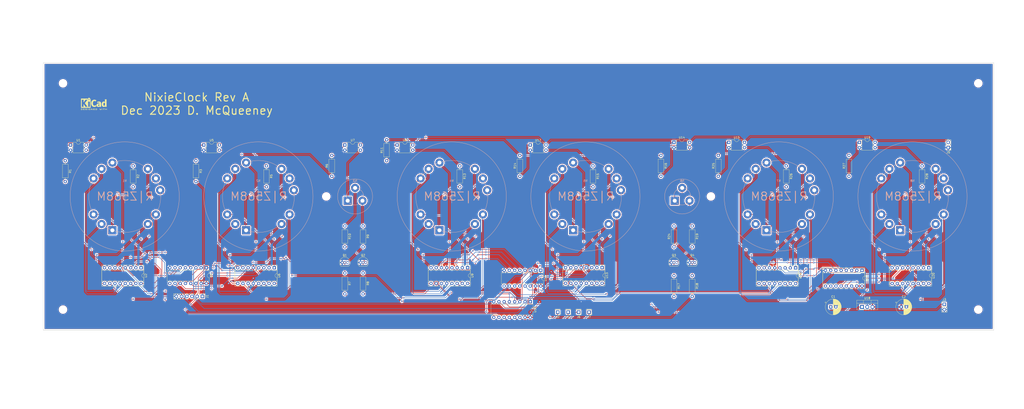
<source format=kicad_pcb>
(kicad_pcb (version 20171130) (host pcbnew 5.0.2+dfsg1-1+deb10u1)
  (layers (0 F.Cu signal) (31 B.Cu signal) (34 B.Paste user) (35 F.Paste user) (36 B.SilkS user) (37 F.SilkS user) (38 B.Mask user) (39 F.Mask user) (44 Edge.Cuts user))
  (net 0 "")
  (net 1 FFClk)
  (net 2 FFStr)
  (net 3 +5V)
  (net 4 GND)
  (net 5 +12V)
  (net 6 HT)
  (net 7 "Net-(N1-Pad8)")
  (net 8 "Net-(N1-Pad9)")
  (net 9 "Net-(N1-Pad5)")
  (net 10 "Net-(N1-Pad7)")
  (net 11 "Net-(N1-Pad3)")
  (net 12 "Net-(N1-Pad6)")
  (net 13 "Net-(N1-Pad2)")
  (net 14 "Net-(N1-Pad4)")
  (net 15 "Net-(N1-Pad1)")
  (net 16 "Net-(N2-Pad1)")
  (net 17 "Net-(N2-Pad4)")
  (net 18 "Net-(N2-Pad2)")
  (net 19 "Net-(N2-Pad6)")
  (net 20 "Net-(N2-Pad3)")
  (net 21 "Net-(N2-Pad7)")
  (net 22 "Net-(N2-Pad5)")
  (net 23 "Net-(N2-Pad9)")
  (net 24 "Net-(N2-Pad8)")
  (net 25 "Net-(N4-Pad8)")
  (net 26 "Net-(N4-Pad9)")
  (net 27 "Net-(N4-Pad5)")
  (net 28 "Net-(N4-Pad7)")
  (net 29 "Net-(N4-Pad3)")
  (net 30 "Net-(N4-Pad6)")
  (net 31 "Net-(N4-Pad2)")
  (net 32 "Net-(N4-Pad4)")
  (net 33 "Net-(N4-Pad1)")
  (net 34 "Net-(N5-Pad1)")
  (net 35 "Net-(N5-Pad4)")
  (net 36 "Net-(N5-Pad2)")
  (net 37 "Net-(N5-Pad6)")
  (net 38 "Net-(N5-Pad3)")
  (net 39 "Net-(N5-Pad7)")
  (net 40 "Net-(N5-Pad5)")
  (net 41 "Net-(N5-Pad9)")
  (net 42 "Net-(N5-Pad8)")
  (net 43 "Net-(N7-Pad8)")
  (net 44 "Net-(N7-Pad9)")
  (net 45 "Net-(N7-Pad5)")
  (net 46 "Net-(N7-Pad7)")
  (net 47 "Net-(N7-Pad3)")
  (net 48 "Net-(N7-Pad6)")
  (net 49 "Net-(N7-Pad2)")
  (net 50 "Net-(N7-Pad4)")
  (net 51 "Net-(N7-Pad1)")
  (net 52 "Net-(N8-Pad1)")
  (net 53 "Net-(N8-Pad4)")
  (net 54 "Net-(N8-Pad2)")
  (net 55 "Net-(N8-Pad6)")
  (net 56 "Net-(N8-Pad3)")
  (net 57 "Net-(N8-Pad7)")
  (net 58 "Net-(N8-Pad5)")
  (net 59 "Net-(N8-Pad9)")
  (net 60 "Net-(N8-Pad8)")
  (net 61 "Net-(Q1-Pad2)")
  (net 62 "Net-(Q1-Pad3)")
  (net 63 "Net-(Q2-Pad3)")
  (net 64 "Net-(Q2-Pad2)")
  (net 65 "Net-(Q3-Pad3)")
  (net 66 "Net-(Q3-Pad2)")
  (net 67 "Net-(Q4-Pad2)")
  (net 68 "Net-(Q4-Pad3)")
  (net 69 "Net-(R1-Pad1)")
  (net 70 OptoEn)
  (net 71 "Net-(R2-Pad1)")
  (net 72 "Net-(R3-Pad1)")
  (net 73 "Net-(R5-Pad1)")
  (net 74 "Net-(R6-Pad2)")
  (net 75 "Net-(R7-Pad2)")
  (net 76 "Net-(R8-Pad2)")
  (net 77 "Net-(R11-Pad1)")
  (net 78 "Net-(R13-Pad1)")
  (net 79 "Net-(R14-Pad1)")
  (net 80 "Net-(R15-Pad1)")
  (net 81 "Net-(R16-Pad2)")
  (net 82 "Net-(R17-Pad2)")
  (net 83 "Net-(R18-Pad2)")
  (net 84 "Net-(R25-Pad1)")
  (net 85 "Net-(R26-Pad1)")
  (net 86 "Net-(R27-Pad1)")
  (net 87 "Net-(R28-Pad1)")
  (net 88 "Net-(U2-Pad7)")
  (net 89 "Net-(U2-Pad6)")
  (net 90 "Net-(U2-Pad4)")
  (net 91 "Net-(U2-Pad3)")
  (net 92 "Net-(U4-Pad9)")
  (net 93 "Net-(U10-Pad10)")
  (net 94 "Net-(U11-Pad2)")
  (net 95 "Net-(U4-Pad11)")
  (net 96 "Net-(U4-Pad12)")
  (net 97 "Net-(U4-Pad13)")
  (net 98 "Net-(U4-Pad14)")
  (net 99 "Net-(U11-Pad6)")
  (net 100 "Net-(U11-Pad5)")
  (net 101 "Net-(U11-Pad7)")
  (net 102 "Net-(U11-Pad4)")
  (net 103 "Net-(U10-Pad9)")
  (net 104 "Net-(U11-Pad9)")
  (net 105 "Net-(U11-Pad10)")
  (net 106 "Net-(U11-Pad11)")
  (net 107 "Net-(U11-Pad12)")
  (net 108 "Net-(U11-Pad13)")
  (net 109 "Net-(U11-Pad14)")
  (net 110 "Net-(U16-Pad3)")
  (net 111 "Net-(U16-Pad4)")
  (net 112 "Net-(U16-Pad6)")
  (net 113 "Net-(U16-Pad7)")
  (net 114 "Net-(U17-Pad9)")
  (net 115 "Net-(U17-Pad10)")
  (net 116 "Net-(U17-Pad11)")
  (net 117 "Net-(U17-Pad12)")
  (net 118 "Net-(U17-Pad13)")
  (net 119 "Net-(U17-Pad14)")
  (net 120 "Net-(N1-PadA)")
  (net 121 "Net-(N2-PadA)")
  (net 122 "Net-(N4-PadA)")
  (net 123 "Net-(N5-PadA)")
  (net 124 "Net-(N7-PadA)")
  (net 125 "Net-(N8-PadA)")
  (net 126 "Net-(N1-Pad0)")
  (net 127 "Net-(N2-Pad0)")
  (net 128 "Net-(N4-Pad0)")
  (net 129 "Net-(N5-Pad0)")
  (net 130 "Net-(N7-Pad0)")
  (net 131 "Net-(N8-Pad0)")
  (net 132 "Net-(N3-PadC1)")
  (net 133 "Net-(N3-PadA)")
  (net 134 "Net-(N3-PadC2)")
  (net 135 "Net-(N6-PadC2)")
  (net 136 "Net-(N6-PadA)")
  (net 137 "Net-(N6-PadC1)")
  (net 138 Data)
  (net 139 "Net-(J2-Pad1)")
  (net 140 "Net-(J4-Pad1)")
  (net 141 "Net-(J6-Pad1)")
  (net 142 "Net-(J7-Pad1)")
  (module Connector_PinHeader_2.54mm:PinHeader_1x01_P2.54mm_Vertical (layer F.Cu) (at 310.515 556.26 180)
    (fp_text reference J2 (at 0 -2.33 180) (layer F.SilkS))
    (fp_text value Q5)
    (pad 1 thru_hole rect (at 0 0 180) (size 1.7 1.7) (drill 1) (layers *.Cu *.Mask) (net 139 "Net-(J2-Pad1)"))
  )
  (module Connector_PinHeader_2.54mm:PinHeader_1x01_P2.54mm_Vertical (layer F.Cu) (at 320.675 556.26 180)
    (fp_text reference J6 (at 0 -2.33 180) (layer F.SilkS))
    (fp_text value Q7)
    (pad 1 thru_hole rect (at 0 0 180) (size 1.7 1.7) (drill 1) (layers *.Cu *.Mask) (net 141 "Net-(J6-Pad1)"))
  )
  (module Connector_PinHeader_2.54mm:PinHeader_1x01_P2.54mm_Vertical (layer F.Cu) (at 325.755 556.26 180)
    (fp_text reference J7 (at 0 -2.33 180) (layer F.SilkS))
    (fp_text value Q8)
    (pad 1 thru_hole rect (at 0 0 180) (size 1.7 1.7) (drill 1) (layers *.Cu *.Mask) (net 142 "Net-(J7-Pad1)"))
  )
  (module Connector_PinHeader_2.54mm:PinHeader_1x06_P2.54mm_Vertical (layer F.Cu) (at 137.8 548.6 270)
    (fp_text reference J1 (at 0 -2.33 270) (layer F.SilkS))
    (fp_text value "To/From Processor")
    (pad 6 thru_hole oval (at 0 12.7 270) (size 1.7 1.7) (drill 1) (layers *.Cu *.Mask) (net 4 GND))
    (pad 5 thru_hole oval (at 0 10.16 270) (size 1.7 1.7) (drill 1) (layers *.Cu *.Mask) (net 3 +5V))
    (pad 4 thru_hole oval (at 0 7.62 270) (size 1.7 1.7) (drill 1) (layers *.Cu *.Mask) (net 1 FFClk))
    (pad 3 thru_hole oval (at 0 5.08 270) (size 1.7 1.7) (drill 1) (layers *.Cu *.Mask) (net 138 Data))
    (pad 2 thru_hole oval (at 0 2.54 270) (size 1.7 1.7) (drill 1) (layers *.Cu *.Mask) (net 2 FFStr))
    (pad 1 thru_hole rect (at 0 0 270) (size 1.7 1.7) (drill 1) (layers *.Cu *.Mask) (net 70 OptoEn))
  )
  (module Connector_PinHeader_2.54mm:PinHeader_1x02_P2.54mm_Vertical (layer F.Cu) (at 498.475 552.45)
    (fp_text reference J3 (at 0 -2.33) (layer F.SilkS))
    (fp_text value "12V input")
    (pad 2 thru_hole oval (at 0 2.54) (size 1.7 1.7) (drill 1) (layers *.Cu *.Mask) (net 4 GND))
    (pad 1 thru_hole rect (at 0 0) (size 1.7 1.7) (drill 1) (layers *.Cu *.Mask) (net 5 +12V))
  )
  (module Capacitor_THT:CP_Radial_D7.5mm_P2.50mm (layer F.Cu) (at 443.23 553.72)
    (fp_text reference C1 (at 1.25 -5) (layer F.SilkS))
    (fp_text value CP1)
    (pad 2 thru_hole circle (at 2.5 0) (size 1.6 1.6) (drill 0.8) (layers *.Cu *.Mask) (net 4 GND))
    (pad 1 thru_hole rect (at 0 0) (size 1.6 1.6) (drill 0.8) (layers *.Cu *.Mask) (net 5 +12V))
  )
  (module Capacitor_THT:CP_Radial_D7.5mm_P2.50mm (layer F.Cu) (at 477.52 553.72)
    (fp_text reference C2 (at 1.25 -5) (layer F.SilkS))
    (fp_text value CP1)
    (pad 2 thru_hole circle (at 2.5 0) (size 1.6 1.6) (drill 0.8) (layers *.Cu *.Mask) (net 4 GND))
    (pad 1 thru_hole rect (at 0 0) (size 1.6 1.6) (drill 0.8) (layers *.Cu *.Mask) (net 3 +5V))
  )
  (module Connector_PinHeader_2.54mm:PinHeader_1x02_P2.54mm_Vertical (layer F.Cu) (at 500.38 476.25 180)
    (fp_text reference J5 (at 0 -2.33 180) (layer F.SilkS))
    (fp_text value "170V In")
    (pad 2 thru_hole oval (at 0 2.54 180) (size 1.7 1.7) (drill 1) (layers *.Cu *.Mask) (net 6 HT))
    (pad 1 thru_hole rect (at 0 0 180) (size 1.7 1.7) (drill 1) (layers *.Cu *.Mask) (net 4 GND))
  )
  (module MedidoFootprints:RZ568M (layer B.Cu) (at 100 500)
    (fp_text reference N1 (at 0 -7.62) (layer B.SilkS) (effects (justify mirror)))
    (fp_text value R|Z568M)
    (fp_text user R|Z568M (at 0.17 -0.02) (layer B.SilkS) (effects (font (size 4 4) (thickness 0.4)) (justify mirror)))
    (pad 8 thru_hole circle (at 11.2488 -13.4058) (size 4 4) (drill 1.95) (layers *.Cu *.Mask) (net 7 "Net-(N1-Pad8)"))
    (pad 9 thru_hole circle (at 15.1554 -8.75) (size 4 4) (drill 1.95) (layers *.Cu *.Mask) (net 8 "Net-(N1-Pad9)"))
    (pad 5 thru_hole circle (at 17.2341 -3.0388) (size 4 4) (drill 1.95) (layers *.Cu *.Mask) (net 9 "Net-(N1-Pad5)"))
    (pad 7 thru_hole circle (at 15.1554 8.75) (size 4 4) (drill 1.95) (layers *.Cu *.Mask) (net 10 "Net-(N1-Pad7)"))
    (pad 3 thru_hole circle (at 11.2488 13.4058) (size 4 4) (drill 1.95) (layers *.Cu *.Mask) (net 11 "Net-(N1-Pad3)"))
    (pad A thru_hole rect (at -5.9854 16.4446) (size 4 4) (drill 1.95) (layers *.Cu *.Mask) (net 120 "Net-(N1-PadA)"))
    (pad 6 thru_hole circle (at -11.2488 13.4058) (size 4 4) (drill 1.95) (layers *.Cu *.Mask) (net 12 "Net-(N1-Pad6)"))
    (pad 0 thru_hole circle (at -15.1554 8.75) (size 4 4) (drill 1.95) (layers *.Cu *.Mask) (net 126 "Net-(N1-Pad0)"))
    (pad 2 thru_hole circle (at -15.1554 -8.75) (size 4 4) (drill 1.95) (layers *.Cu *.Mask) (net 13 "Net-(N1-Pad2)"))
    (pad 4 thru_hole circle (at -11.2488 -13.4058) (size 4 4) (drill 1.95) (layers *.Cu *.Mask) (net 14 "Net-(N1-Pad4)"))
    (pad 1 thru_hole circle (at -5.9854 -16.4446) (size 4 4) (drill 1.95) (layers *.Cu *.Mask) (net 15 "Net-(N1-Pad1)"))
  )
  (module MedidoFootprints:RZ568M (layer B.Cu) (at 165 500)
    (fp_text reference N2 (at 0 -7.62) (layer B.SilkS) (effects (justify mirror)))
    (fp_text value R|Z568M)
    (fp_text user R|Z568M (at 0.17 -0.02) (layer B.SilkS) (effects (font (size 4 4) (thickness 0.4)) (justify mirror)))
    (pad 8 thru_hole circle (at 11.2488 -13.4058) (size 4 4) (drill 1.95) (layers *.Cu *.Mask) (net 24 "Net-(N2-Pad8)"))
    (pad 9 thru_hole circle (at 15.1554 -8.75) (size 4 4) (drill 1.95) (layers *.Cu *.Mask) (net 23 "Net-(N2-Pad9)"))
    (pad 5 thru_hole circle (at 17.2341 -3.0388) (size 4 4) (drill 1.95) (layers *.Cu *.Mask) (net 22 "Net-(N2-Pad5)"))
    (pad 7 thru_hole circle (at 15.1554 8.75) (size 4 4) (drill 1.95) (layers *.Cu *.Mask) (net 21 "Net-(N2-Pad7)"))
    (pad 3 thru_hole circle (at 11.2488 13.4058) (size 4 4) (drill 1.95) (layers *.Cu *.Mask) (net 20 "Net-(N2-Pad3)"))
    (pad A thru_hole rect (at -5.9854 16.4446) (size 4 4) (drill 1.95) (layers *.Cu *.Mask) (net 121 "Net-(N2-PadA)"))
    (pad 6 thru_hole circle (at -11.2488 13.4058) (size 4 4) (drill 1.95) (layers *.Cu *.Mask) (net 19 "Net-(N2-Pad6)"))
    (pad 0 thru_hole circle (at -15.1554 8.75) (size 4 4) (drill 1.95) (layers *.Cu *.Mask) (net 127 "Net-(N2-Pad0)"))
    (pad 2 thru_hole circle (at -15.1554 -8.75) (size 4 4) (drill 1.95) (layers *.Cu *.Mask) (net 18 "Net-(N2-Pad2)"))
    (pad 4 thru_hole circle (at -11.2488 -13.4058) (size 4 4) (drill 1.95) (layers *.Cu *.Mask) (net 17 "Net-(N2-Pad4)"))
    (pad 1 thru_hole circle (at -5.9854 -16.4446) (size 4 4) (drill 1.95) (layers *.Cu *.Mask) (net 16 "Net-(N2-Pad1)"))
  )
  (module MedidoFootprints:Separator (layer B.Cu) (at 212 500)
    (fp_text reference N3 (at 0 -7.7) (layer B.SilkS) (effects (justify mirror)))
    (fp_text value Separator)
    (pad C2 thru_hole circle (at 3.594 2.075) (size 4 4) (drill 1.95) (layers *.Cu *.Mask) (net 134 "Net-(N3-PadC2)"))
    (pad A thru_hole rect (at -3.594 2.075) (size 4 4) (drill 1.95) (layers *.Cu *.Mask) (net 133 "Net-(N3-PadA)"))
    (pad C1 thru_hole circle (at 0 -4.15) (size 4 4) (drill 1.95) (layers *.Cu *.Mask) (net 132 "Net-(N3-PadC1)"))
  )
  (module MedidoFootprints:RZ568M (layer B.Cu) (at 259 500)
    (fp_text reference N4 (at 0 -7.62) (layer B.SilkS) (effects (justify mirror)))
    (fp_text value R|Z568M)
    (fp_text user R|Z568M (at 0.17 -0.02) (layer B.SilkS) (effects (font (size 4 4) (thickness 0.4)) (justify mirror)))
    (pad 8 thru_hole circle (at 11.2488 -13.4058) (size 4 4) (drill 1.95) (layers *.Cu *.Mask) (net 25 "Net-(N4-Pad8)"))
    (pad 9 thru_hole circle (at 15.1554 -8.75) (size 4 4) (drill 1.95) (layers *.Cu *.Mask) (net 26 "Net-(N4-Pad9)"))
    (pad 5 thru_hole circle (at 17.2341 -3.0388) (size 4 4) (drill 1.95) (layers *.Cu *.Mask) (net 27 "Net-(N4-Pad5)"))
    (pad 7 thru_hole circle (at 15.1554 8.75) (size 4 4) (drill 1.95) (layers *.Cu *.Mask) (net 28 "Net-(N4-Pad7)"))
    (pad 3 thru_hole circle (at 11.2488 13.4058) (size 4 4) (drill 1.95) (layers *.Cu *.Mask) (net 29 "Net-(N4-Pad3)"))
    (pad A thru_hole rect (at -5.9854 16.4446) (size 4 4) (drill 1.95) (layers *.Cu *.Mask) (net 122 "Net-(N4-PadA)"))
    (pad 6 thru_hole circle (at -11.2488 13.4058) (size 4 4) (drill 1.95) (layers *.Cu *.Mask) (net 30 "Net-(N4-Pad6)"))
    (pad 0 thru_hole circle (at -15.1554 8.75) (size 4 4) (drill 1.95) (layers *.Cu *.Mask) (net 128 "Net-(N4-Pad0)"))
    (pad 2 thru_hole circle (at -15.1554 -8.75) (size 4 4) (drill 1.95) (layers *.Cu *.Mask) (net 31 "Net-(N4-Pad2)"))
    (pad 4 thru_hole circle (at -11.2488 -13.4058) (size 4 4) (drill 1.95) (layers *.Cu *.Mask) (net 32 "Net-(N4-Pad4)"))
    (pad 1 thru_hole circle (at -5.9854 -16.4446) (size 4 4) (drill 1.95) (layers *.Cu *.Mask) (net 33 "Net-(N4-Pad1)"))
  )
  (module MedidoFootprints:RZ568M (layer B.Cu) (at 324 500)
    (fp_text reference N5 (at 0 -7.62) (layer B.SilkS) (effects (justify mirror)))
    (fp_text value R|Z568M)
    (fp_text user R|Z568M (at 0.17 -0.02) (layer B.SilkS) (effects (font (size 4 4) (thickness 0.4)) (justify mirror)))
    (pad 8 thru_hole circle (at 11.2488 -13.4058) (size 4 4) (drill 1.95) (layers *.Cu *.Mask) (net 42 "Net-(N5-Pad8)"))
    (pad 9 thru_hole circle (at 15.1554 -8.75) (size 4 4) (drill 1.95) (layers *.Cu *.Mask) (net 41 "Net-(N5-Pad9)"))
    (pad 5 thru_hole circle (at 17.2341 -3.0388) (size 4 4) (drill 1.95) (layers *.Cu *.Mask) (net 40 "Net-(N5-Pad5)"))
    (pad 7 thru_hole circle (at 15.1554 8.75) (size 4 4) (drill 1.95) (layers *.Cu *.Mask) (net 39 "Net-(N5-Pad7)"))
    (pad 3 thru_hole circle (at 11.2488 13.4058) (size 4 4) (drill 1.95) (layers *.Cu *.Mask) (net 38 "Net-(N5-Pad3)"))
    (pad A thru_hole rect (at -5.9854 16.4446) (size 4 4) (drill 1.95) (layers *.Cu *.Mask) (net 123 "Net-(N5-PadA)"))
    (pad 6 thru_hole circle (at -11.2488 13.4058) (size 4 4) (drill 1.95) (layers *.Cu *.Mask) (net 37 "Net-(N5-Pad6)"))
    (pad 0 thru_hole circle (at -15.1554 8.75) (size 4 4) (drill 1.95) (layers *.Cu *.Mask) (net 129 "Net-(N5-Pad0)"))
    (pad 2 thru_hole circle (at -15.1554 -8.75) (size 4 4) (drill 1.95) (layers *.Cu *.Mask) (net 36 "Net-(N5-Pad2)"))
    (pad 4 thru_hole circle (at -11.2488 -13.4058) (size 4 4) (drill 1.95) (layers *.Cu *.Mask) (net 35 "Net-(N5-Pad4)"))
    (pad 1 thru_hole circle (at -5.9854 -16.4446) (size 4 4) (drill 1.95) (layers *.Cu *.Mask) (net 34 "Net-(N5-Pad1)"))
  )
  (module MedidoFootprints:Separator (layer B.Cu) (at 371 500)
    (fp_text reference N6 (at 0 -7.7) (layer B.SilkS) (effects (justify mirror)))
    (fp_text value Separator)
    (pad C2 thru_hole circle (at 3.594 2.075) (size 4 4) (drill 1.95) (layers *.Cu *.Mask) (net 135 "Net-(N6-PadC2)"))
    (pad A thru_hole rect (at -3.594 2.075) (size 4 4) (drill 1.95) (layers *.Cu *.Mask) (net 136 "Net-(N6-PadA)"))
    (pad C1 thru_hole circle (at 0 -4.15) (size 4 4) (drill 1.95) (layers *.Cu *.Mask) (net 137 "Net-(N6-PadC1)"))
  )
  (module MedidoFootprints:RZ568M (layer B.Cu) (at 418 500)
    (fp_text reference N7 (at 0 -7.62) (layer B.SilkS) (effects (justify mirror)))
    (fp_text value R|Z568M)
    (fp_text user R|Z568M (at 0.17 -0.02) (layer B.SilkS) (effects (font (size 4 4) (thickness 0.4)) (justify mirror)))
    (pad 8 thru_hole circle (at 11.2488 -13.4058) (size 4 4) (drill 1.95) (layers *.Cu *.Mask) (net 43 "Net-(N7-Pad8)"))
    (pad 9 thru_hole circle (at 15.1554 -8.75) (size 4 4) (drill 1.95) (layers *.Cu *.Mask) (net 44 "Net-(N7-Pad9)"))
    (pad 5 thru_hole circle (at 17.2341 -3.0388) (size 4 4) (drill 1.95) (layers *.Cu *.Mask) (net 45 "Net-(N7-Pad5)"))
    (pad 7 thru_hole circle (at 15.1554 8.75) (size 4 4) (drill 1.95) (layers *.Cu *.Mask) (net 46 "Net-(N7-Pad7)"))
    (pad 3 thru_hole circle (at 11.2488 13.4058) (size 4 4) (drill 1.95) (layers *.Cu *.Mask) (net 47 "Net-(N7-Pad3)"))
    (pad A thru_hole rect (at -5.9854 16.4446) (size 4 4) (drill 1.95) (layers *.Cu *.Mask) (net 124 "Net-(N7-PadA)"))
    (pad 6 thru_hole circle (at -11.2488 13.4058) (size 4 4) (drill 1.95) (layers *.Cu *.Mask) (net 48 "Net-(N7-Pad6)"))
    (pad 0 thru_hole circle (at -15.1554 8.75) (size 4 4) (drill 1.95) (layers *.Cu *.Mask) (net 130 "Net-(N7-Pad0)"))
    (pad 2 thru_hole circle (at -15.1554 -8.75) (size 4 4) (drill 1.95) (layers *.Cu *.Mask) (net 49 "Net-(N7-Pad2)"))
    (pad 4 thru_hole circle (at -11.2488 -13.4058) (size 4 4) (drill 1.95) (layers *.Cu *.Mask) (net 50 "Net-(N7-Pad4)"))
    (pad 1 thru_hole circle (at -5.9854 -16.4446) (size 4 4) (drill 1.95) (layers *.Cu *.Mask) (net 51 "Net-(N7-Pad1)"))
  )
  (module MedidoFootprints:RZ568M (layer B.Cu) (at 483 500)
    (fp_text reference N8 (at 0 -7.62) (layer B.SilkS) (effects (justify mirror)))
    (fp_text value R|Z568M)
    (fp_text user R|Z568M (at 0.17 -0.02) (layer B.SilkS) (effects (font (size 4 4) (thickness 0.4)) (justify mirror)))
    (pad 8 thru_hole circle (at 11.2488 -13.4058) (size 4 4) (drill 1.95) (layers *.Cu *.Mask) (net 60 "Net-(N8-Pad8)"))
    (pad 9 thru_hole circle (at 15.1554 -8.75) (size 4 4) (drill 1.95) (layers *.Cu *.Mask) (net 59 "Net-(N8-Pad9)"))
    (pad 5 thru_hole circle (at 17.2341 -3.0388) (size 4 4) (drill 1.95) (layers *.Cu *.Mask) (net 58 "Net-(N8-Pad5)"))
    (pad 7 thru_hole circle (at 15.1554 8.75) (size 4 4) (drill 1.95) (layers *.Cu *.Mask) (net 57 "Net-(N8-Pad7)"))
    (pad 3 thru_hole circle (at 11.2488 13.4058) (size 4 4) (drill 1.95) (layers *.Cu *.Mask) (net 56 "Net-(N8-Pad3)"))
    (pad A thru_hole rect (at -5.9854 16.4446) (size 4 4) (drill 1.95) (layers *.Cu *.Mask) (net 125 "Net-(N8-PadA)"))
    (pad 6 thru_hole circle (at -11.2488 13.4058) (size 4 4) (drill 1.95) (layers *.Cu *.Mask) (net 55 "Net-(N8-Pad6)"))
    (pad 0 thru_hole circle (at -15.1554 8.75) (size 4 4) (drill 1.95) (layers *.Cu *.Mask) (net 131 "Net-(N8-Pad0)"))
    (pad 2 thru_hole circle (at -15.1554 -8.75) (size 4 4) (drill 1.95) (layers *.Cu *.Mask) (net 54 "Net-(N8-Pad2)"))
    (pad 4 thru_hole circle (at -11.2488 -13.4058) (size 4 4) (drill 1.95) (layers *.Cu *.Mask) (net 53 "Net-(N8-Pad4)"))
    (pad 1 thru_hole circle (at -5.9854 -16.4446) (size 4 4) (drill 1.95) (layers *.Cu *.Mask) (net 52 "Net-(N8-Pad1)"))
  )
  (module Package_TO_SOT_THT:TO-92_Inline (layer F.Cu) (at 205.74 532.13)
    (fp_text reference Q1 (at 1.27 -3.56) (layer F.SilkS))
    (fp_text value MPSA42)
    (pad 1 thru_hole rect (at 0 0) (size 1.05 1.5) (drill 0.75) (layers *.Cu *.Mask) (net 4 GND))
    (pad 3 thru_hole oval (at 2.54 0) (size 1.05 1.5) (drill 0.75) (layers *.Cu *.Mask) (net 62 "Net-(Q1-Pad3)"))
    (pad 2 thru_hole oval (at 1.27 0) (size 1.05 1.5) (drill 0.75) (layers *.Cu *.Mask) (net 61 "Net-(Q1-Pad2)"))
  )
  (module Package_TO_SOT_THT:TO-92_Inline (layer F.Cu) (at 214.63 532.13)
    (fp_text reference Q2 (at 1.27 -3.56) (layer F.SilkS))
    (fp_text value MPSA42)
    (pad 1 thru_hole rect (at 0 0) (size 1.05 1.5) (drill 0.75) (layers *.Cu *.Mask) (net 4 GND))
    (pad 3 thru_hole oval (at 2.54 0) (size 1.05 1.5) (drill 0.75) (layers *.Cu *.Mask) (net 63 "Net-(Q2-Pad3)"))
    (pad 2 thru_hole oval (at 1.27 0) (size 1.05 1.5) (drill 0.75) (layers *.Cu *.Mask) (net 64 "Net-(Q2-Pad2)"))
  )
  (module Package_TO_SOT_THT:TO-92_Inline (layer F.Cu) (at 365.76 532.13)
    (fp_text reference Q3 (at 1.27 -3.56) (layer F.SilkS))
    (fp_text value MPSA42)
    (pad 1 thru_hole rect (at 0 0) (size 1.05 1.5) (drill 0.75) (layers *.Cu *.Mask) (net 4 GND))
    (pad 3 thru_hole oval (at 2.54 0) (size 1.05 1.5) (drill 0.75) (layers *.Cu *.Mask) (net 65 "Net-(Q3-Pad3)"))
    (pad 2 thru_hole oval (at 1.27 0) (size 1.05 1.5) (drill 0.75) (layers *.Cu *.Mask) (net 66 "Net-(Q3-Pad2)"))
  )
  (module Package_TO_SOT_THT:TO-92_Inline (layer F.Cu) (at 374.65 532.13)
    (fp_text reference Q4 (at 1.27 -3.56) (layer F.SilkS))
    (fp_text value MPSA42)
    (pad 1 thru_hole rect (at 0 0) (size 1.05 1.5) (drill 0.75) (layers *.Cu *.Mask) (net 4 GND))
    (pad 3 thru_hole oval (at 2.54 0) (size 1.05 1.5) (drill 0.75) (layers *.Cu *.Mask) (net 68 "Net-(Q4-Pad3)"))
    (pad 2 thru_hole oval (at 1.27 0) (size 1.05 1.5) (drill 0.75) (layers *.Cu *.Mask) (net 67 "Net-(Q4-Pad2)"))
  )
  (module Resistor_THT:R_Axial_DIN0207_L6.3mm_D2.5mm_P10.16mm_Horizontal (layer F.Cu) (at 71.12 482.6 270)
    (fp_text reference R1 (at 5.08 -2.37 270) (layer F.SilkS))
    (fp_text value 3K3)
    (pad 2 thru_hole oval (at 10.16 0 270) (size 1.6 1.6) (drill 0.8) (layers *.Cu *.Mask) (net 70 OptoEn))
    (pad 1 thru_hole circle (at 0 0 270) (size 1.6 1.6) (drill 0.8) (layers *.Cu *.Mask) (net 69 "Net-(R1-Pad1)"))
  )
  (module Resistor_THT:R_Axial_DIN0207_L6.3mm_D2.5mm_P10.16mm_Horizontal (layer F.Cu) (at 104.14 485.14 270)
    (fp_text reference R2 (at 5.08 -2.37 270) (layer F.SilkS))
    (fp_text value 8K2)
    (pad 2 thru_hole oval (at 10.16 0 270) (size 1.6 1.6) (drill 0.8) (layers *.Cu *.Mask) (net 120 "Net-(N1-PadA)"))
    (pad 1 thru_hole circle (at 0 0 270) (size 1.6 1.6) (drill 0.8) (layers *.Cu *.Mask) (net 71 "Net-(R2-Pad1)"))
  )
  (module Resistor_THT:R_Axial_DIN0207_L6.3mm_D2.5mm_P10.16mm_Horizontal (layer F.Cu) (at 134.62 482.6 270)
    (fp_text reference R3 (at 5.08 -2.37 270) (layer F.SilkS))
    (fp_text value 3K3)
    (pad 2 thru_hole oval (at 10.16 0 270) (size 1.6 1.6) (drill 0.8) (layers *.Cu *.Mask) (net 70 OptoEn))
    (pad 1 thru_hole circle (at 0 0 270) (size 1.6 1.6) (drill 0.8) (layers *.Cu *.Mask) (net 72 "Net-(R3-Pad1)"))
  )
  (module Resistor_THT:R_Axial_DIN0207_L6.3mm_D2.5mm_P10.16mm_Horizontal (layer F.Cu) (at 168.91 485.14 270)
    (fp_text reference R5 (at 5.08 -2.37 270) (layer F.SilkS))
    (fp_text value 8K2)
    (pad 2 thru_hole oval (at 10.16 0 270) (size 1.6 1.6) (drill 0.8) (layers *.Cu *.Mask) (net 121 "Net-(N2-PadA)"))
    (pad 1 thru_hole circle (at 0 0 270) (size 1.6 1.6) (drill 0.8) (layers *.Cu *.Mask) (net 73 "Net-(R5-Pad1)"))
  )
  (module Resistor_THT:R_Axial_DIN0207_L6.3mm_D2.5mm_P10.16mm_Horizontal (layer F.Cu) (at 200.66 490.22 90)
    (fp_text reference R6 (at 5.08 -2.37 90) (layer F.SilkS))
    (fp_text value 3K3)
    (pad 2 thru_hole oval (at 10.16 0 90) (size 1.6 1.6) (drill 0.8) (layers *.Cu *.Mask) (net 74 "Net-(R6-Pad2)"))
    (pad 1 thru_hole circle (at 0 0 90) (size 1.6 1.6) (drill 0.8) (layers *.Cu *.Mask) (net 70 OptoEn))
  )
  (module Resistor_THT:R_Axial_DIN0207_L6.3mm_D2.5mm_P10.16mm_Horizontal (layer F.Cu) (at 207.01 537.21 270)
    (fp_text reference R7 (at 5.08 -2.37 270) (layer F.SilkS))
    (fp_text value 6K8)
    (pad 2 thru_hole oval (at 10.16 0 270) (size 1.6 1.6) (drill 0.8) (layers *.Cu *.Mask) (net 75 "Net-(R7-Pad2)"))
    (pad 1 thru_hole circle (at 0 0 270) (size 1.6 1.6) (drill 0.8) (layers *.Cu *.Mask) (net 61 "Net-(Q1-Pad2)"))
  )
  (module Resistor_THT:R_Axial_DIN0207_L6.3mm_D2.5mm_P10.16mm_Horizontal (layer F.Cu) (at 215.9 537.21 270)
    (fp_text reference R8 (at 5.08 -2.37 270) (layer F.SilkS))
    (fp_text value 6K8)
    (pad 2 thru_hole oval (at 10.16 0 270) (size 1.6 1.6) (drill 0.8) (layers *.Cu *.Mask) (net 76 "Net-(R8-Pad2)"))
    (pad 1 thru_hole circle (at 0 0 270) (size 1.6 1.6) (drill 0.8) (layers *.Cu *.Mask) (net 64 "Net-(Q2-Pad2)"))
  )
  (module Resistor_THT:R_Axial_DIN0207_L6.3mm_D2.5mm_P10.16mm_Horizontal (layer F.Cu) (at 215.9 514.35 270)
    (fp_text reference R9 (at 5.08 -2.37 270) (layer F.SilkS))
    (fp_text value 68K)
    (pad 2 thru_hole oval (at 10.16 0 270) (size 1.6 1.6) (drill 0.8) (layers *.Cu *.Mask) (net 62 "Net-(Q1-Pad3)"))
    (pad 1 thru_hole circle (at 0 0 270) (size 1.6 1.6) (drill 0.8) (layers *.Cu *.Mask) (net 134 "Net-(N3-PadC2)"))
  )
  (module Resistor_THT:R_Axial_DIN0207_L6.3mm_D2.5mm_P10.16mm_Horizontal (layer F.Cu) (at 207.01 514.35 270)
    (fp_text reference R10 (at 5.08 -2.37 270) (layer F.SilkS))
    (fp_text value 68K)
    (pad 2 thru_hole oval (at 10.16 0 270) (size 1.6 1.6) (drill 0.8) (layers *.Cu *.Mask) (net 63 "Net-(Q2-Pad3)"))
    (pad 1 thru_hole circle (at 0 0 270) (size 1.6 1.6) (drill 0.8) (layers *.Cu *.Mask) (net 132 "Net-(N3-PadC1)"))
  )
  (module Resistor_THT:R_Axial_DIN0207_L6.3mm_D2.5mm_P10.16mm_Horizontal (layer F.Cu) (at 227.33 482.6 90)
    (fp_text reference R11 (at 5.08 -2.37 90) (layer F.SilkS))
    (fp_text value 3K3)
    (pad 2 thru_hole oval (at 10.16 0 90) (size 1.6 1.6) (drill 0.8) (layers *.Cu *.Mask) (net 70 OptoEn))
    (pad 1 thru_hole circle (at 0 0 90) (size 1.6 1.6) (drill 0.8) (layers *.Cu *.Mask) (net 77 "Net-(R11-Pad1)"))
  )
  (module Resistor_THT:R_Axial_DIN0207_L6.3mm_D2.5mm_P10.16mm_Horizontal (layer F.Cu) (at 262.89 485.14 270)
    (fp_text reference R13 (at 5.08 -2.37 270) (layer F.SilkS))
    (fp_text value 8K2)
    (pad 2 thru_hole oval (at 10.16 0 270) (size 1.6 1.6) (drill 0.8) (layers *.Cu *.Mask) (net 122 "Net-(N4-PadA)"))
    (pad 1 thru_hole circle (at 0 0 270) (size 1.6 1.6) (drill 0.8) (layers *.Cu *.Mask) (net 78 "Net-(R13-Pad1)"))
  )
  (module Resistor_THT:R_Axial_DIN0207_L6.3mm_D2.5mm_P10.16mm_Horizontal (layer F.Cu) (at 292.1 490.22 90)
    (fp_text reference R14 (at 5.08 -2.37 90) (layer F.SilkS))
    (fp_text value 3K3)
    (pad 2 thru_hole oval (at 10.16 0 90) (size 1.6 1.6) (drill 0.8) (layers *.Cu *.Mask) (net 70 OptoEn))
    (pad 1 thru_hole circle (at 0 0 90) (size 1.6 1.6) (drill 0.8) (layers *.Cu *.Mask) (net 79 "Net-(R14-Pad1)"))
  )
  (module Resistor_THT:R_Axial_DIN0207_L6.3mm_D2.5mm_P10.16mm_Horizontal (layer F.Cu) (at 327.66 485.14 270)
    (fp_text reference R15 (at 5.08 -2.37 270) (layer F.SilkS))
    (fp_text value 8K2)
    (pad 2 thru_hole oval (at 10.16 0 270) (size 1.6 1.6) (drill 0.8) (layers *.Cu *.Mask) (net 123 "Net-(N5-PadA)"))
    (pad 1 thru_hole circle (at 0 0 270) (size 1.6 1.6) (drill 0.8) (layers *.Cu *.Mask) (net 80 "Net-(R15-Pad1)"))
  )
  (module Resistor_THT:R_Axial_DIN0207_L6.3mm_D2.5mm_P10.16mm_Horizontal (layer F.Cu) (at 360.68 480.06 270)
    (fp_text reference R16 (at 5.08 -2.37 270) (layer F.SilkS))
    (fp_text value 3K3)
    (pad 2 thru_hole oval (at 10.16 0 270) (size 1.6 1.6) (drill 0.8) (layers *.Cu *.Mask) (net 81 "Net-(R16-Pad2)"))
    (pad 1 thru_hole circle (at 0 0 270) (size 1.6 1.6) (drill 0.8) (layers *.Cu *.Mask) (net 70 OptoEn))
  )
  (module Resistor_THT:R_Axial_DIN0207_L6.3mm_D2.5mm_P10.16mm_Horizontal (layer F.Cu) (at 367.03 538.48 270)
    (fp_text reference R17 (at 5.08 -2.37 270) (layer F.SilkS))
    (fp_text value 6K8)
    (pad 2 thru_hole oval (at 10.16 0 270) (size 1.6 1.6) (drill 0.8) (layers *.Cu *.Mask) (net 82 "Net-(R17-Pad2)"))
    (pad 1 thru_hole circle (at 0 0 270) (size 1.6 1.6) (drill 0.8) (layers *.Cu *.Mask) (net 66 "Net-(Q3-Pad2)"))
  )
  (module Resistor_THT:R_Axial_DIN0207_L6.3mm_D2.5mm_P10.16mm_Horizontal (layer F.Cu) (at 375.92 538.48 270)
    (fp_text reference R18 (at 5.08 -2.37 270) (layer F.SilkS))
    (fp_text value 6K8)
    (pad 2 thru_hole oval (at 10.16 0 270) (size 1.6 1.6) (drill 0.8) (layers *.Cu *.Mask) (net 83 "Net-(R18-Pad2)"))
    (pad 1 thru_hole circle (at 0 0 270) (size 1.6 1.6) (drill 0.8) (layers *.Cu *.Mask) (net 67 "Net-(Q4-Pad2)"))
  )
  (module Resistor_THT:R_Axial_DIN0207_L6.3mm_D2.5mm_P10.16mm_Horizontal (layer F.Cu) (at 375.92 514.35 270)
    (fp_text reference R19 (at 5.08 -2.37 270) (layer F.SilkS))
    (fp_text value 68K)
    (pad 2 thru_hole oval (at 10.16 0 270) (size 1.6 1.6) (drill 0.8) (layers *.Cu *.Mask) (net 65 "Net-(Q3-Pad3)"))
    (pad 1 thru_hole circle (at 0 0 270) (size 1.6 1.6) (drill 0.8) (layers *.Cu *.Mask) (net 135 "Net-(N6-PadC2)"))
  )
  (module Resistor_THT:R_Axial_DIN0207_L6.3mm_D2.5mm_P10.16mm_Horizontal (layer F.Cu) (at 367.03 524.51 90)
    (fp_text reference R24 (at 5.08 -2.37 90) (layer F.SilkS))
    (fp_text value 68K)
    (pad 2 thru_hole oval (at 10.16 0 90) (size 1.6 1.6) (drill 0.8) (layers *.Cu *.Mask) (net 68 "Net-(Q4-Pad3)"))
    (pad 1 thru_hole circle (at 0 0 90) (size 1.6 1.6) (drill 0.8) (layers *.Cu *.Mask) (net 137 "Net-(N6-PadC1)"))
  )
  (module Resistor_THT:R_Axial_DIN0207_L6.3mm_D2.5mm_P10.16mm_Horizontal (layer F.Cu) (at 388.62 490.22 90)
    (fp_text reference R25 (at 5.08 -2.37 90) (layer F.SilkS))
    (fp_text value 3K3)
    (pad 2 thru_hole oval (at 10.16 0 90) (size 1.6 1.6) (drill 0.8) (layers *.Cu *.Mask) (net 70 OptoEn))
    (pad 1 thru_hole circle (at 0 0 90) (size 1.6 1.6) (drill 0.8) (layers *.Cu *.Mask) (net 84 "Net-(R25-Pad1)"))
  )
  (module Resistor_THT:R_Axial_DIN0207_L6.3mm_D2.5mm_P10.16mm_Horizontal (layer F.Cu) (at 421.64 485.14 270)
    (fp_text reference R26 (at 5.08 -2.37 270) (layer F.SilkS))
    (fp_text value 8K2)
    (pad 2 thru_hole oval (at 10.16 0 270) (size 1.6 1.6) (drill 0.8) (layers *.Cu *.Mask) (net 124 "Net-(N7-PadA)"))
    (pad 1 thru_hole circle (at 0 0 270) (size 1.6 1.6) (drill 0.8) (layers *.Cu *.Mask) (net 85 "Net-(R26-Pad1)"))
  )
  (module Resistor_THT:R_Axial_DIN0207_L6.3mm_D2.5mm_P10.16mm_Horizontal (layer F.Cu) (at 452.12 490.22 90)
    (fp_text reference R27 (at 5.08 -2.37 90) (layer F.SilkS))
    (fp_text value 3K3)
    (pad 2 thru_hole oval (at 10.16 0 90) (size 1.6 1.6) (drill 0.8) (layers *.Cu *.Mask) (net 70 OptoEn))
    (pad 1 thru_hole circle (at 0 0 90) (size 1.6 1.6) (drill 0.8) (layers *.Cu *.Mask) (net 86 "Net-(R27-Pad1)"))
  )
  (module Resistor_THT:R_Axial_DIN0207_L6.3mm_D2.5mm_P10.16mm_Horizontal (layer F.Cu) (at 487.68 485.14 270)
    (fp_text reference R28 (at 5.08 -2.37 270) (layer F.SilkS))
    (fp_text value 8K2)
    (pad 2 thru_hole oval (at 10.16 0 270) (size 1.6 1.6) (drill 0.8) (layers *.Cu *.Mask) (net 125 "Net-(N8-PadA)"))
    (pad 1 thru_hole circle (at 0 0 270) (size 1.6 1.6) (drill 0.8) (layers *.Cu *.Mask) (net 87 "Net-(R28-Pad1)"))
  )
  (module Package_DIP:DIP-4_W7.62mm (layer F.Cu) (at 73.66 474.98)
    (fp_text reference U1 (at 3.81 -2.33) (layer F.SilkS))
    (fp_text value FOD832)
    (pad 4 thru_hole oval (at 7.62 0) (size 1.6 1.6) (drill 0.8) (layers *.Cu *.Mask) (net 6 HT))
    (pad 2 thru_hole oval (at 0 2.54) (size 1.6 1.6) (drill 0.8) (layers *.Cu *.Mask) (net 4 GND))
    (pad 3 thru_hole oval (at 7.62 2.54) (size 1.6 1.6) (drill 0.8) (layers *.Cu *.Mask) (net 71 "Net-(R2-Pad1)"))
    (pad 1 thru_hole rect (at 0 0) (size 1.6 1.6) (drill 0.8) (layers *.Cu *.Mask) (net 69 "Net-(R1-Pad1)"))
  )
  (module Package_DIP:DIP-16_W7.62mm_Socket (layer F.Cu) (at 107.95 534.67 270)
    (fp_text reference U2 (at 3.81 -2.33 270) (layer F.SilkS))
    (fp_text value 74141)
    (pad 16 thru_hole oval (at 7.62 0 270) (size 1.6 1.6) (drill 0.8) (layers *.Cu *.Mask) (net 126 "Net-(N1-Pad0)"))
    (pad 8 thru_hole oval (at 0 17.78 270) (size 1.6 1.6) (drill 0.8) (layers *.Cu *.Mask) (net 13 "Net-(N1-Pad2)"))
    (pad 15 thru_hole oval (at 7.62 2.54 270) (size 1.6 1.6) (drill 0.8) (layers *.Cu *.Mask) (net 15 "Net-(N1-Pad1)"))
    (pad 7 thru_hole oval (at 0 15.24 270) (size 1.6 1.6) (drill 0.8) (layers *.Cu *.Mask) (net 88 "Net-(U2-Pad7)"))
    (pad 14 thru_hole oval (at 7.62 5.08 270) (size 1.6 1.6) (drill 0.8) (layers *.Cu *.Mask) (net 9 "Net-(N1-Pad5)"))
    (pad 6 thru_hole oval (at 0 12.7 270) (size 1.6 1.6) (drill 0.8) (layers *.Cu *.Mask) (net 89 "Net-(U2-Pad6)"))
    (pad 13 thru_hole oval (at 7.62 7.62 270) (size 1.6 1.6) (drill 0.8) (layers *.Cu *.Mask) (net 14 "Net-(N1-Pad4)"))
    (pad 5 thru_hole oval (at 0 10.16 270) (size 1.6 1.6) (drill 0.8) (layers *.Cu *.Mask) (net 3 +5V))
    (pad 12 thru_hole oval (at 7.62 10.16 270) (size 1.6 1.6) (drill 0.8) (layers *.Cu *.Mask) (net 4 GND))
    (pad 4 thru_hole oval (at 0 7.62 270) (size 1.6 1.6) (drill 0.8) (layers *.Cu *.Mask) (net 90 "Net-(U2-Pad4)"))
    (pad 11 thru_hole oval (at 7.62 12.7 270) (size 1.6 1.6) (drill 0.8) (layers *.Cu *.Mask) (net 12 "Net-(N1-Pad6)"))
    (pad 3 thru_hole oval (at 0 5.08 270) (size 1.6 1.6) (drill 0.8) (layers *.Cu *.Mask) (net 91 "Net-(U2-Pad3)"))
    (pad 10 thru_hole oval (at 7.62 15.24 270) (size 1.6 1.6) (drill 0.8) (layers *.Cu *.Mask) (net 10 "Net-(N1-Pad7)"))
    (pad 2 thru_hole oval (at 0 2.54 270) (size 1.6 1.6) (drill 0.8) (layers *.Cu *.Mask) (net 8 "Net-(N1-Pad9)"))
    (pad 9 thru_hole oval (at 7.62 17.78 270) (size 1.6 1.6) (drill 0.8) (layers *.Cu *.Mask) (net 11 "Net-(N1-Pad3)"))
    (pad 1 thru_hole rect (at 0 0 270) (size 1.6 1.6) (drill 0.8) (layers *.Cu *.Mask) (net 7 "Net-(N1-Pad8)"))
  )
  (module Package_DIP:DIP-16_W7.62mm (layer F.Cu) (at 139.7 534.67 270)
    (fp_text reference U4 (at 3.81 -2.33 270) (layer F.SilkS))
    (fp_text value 74HC4094)
    (pad 16 thru_hole oval (at 7.62 0 270) (size 1.6 1.6) (drill 0.8) (layers *.Cu *.Mask) (net 3 +5V))
    (pad 8 thru_hole oval (at 0 17.78 270) (size 1.6 1.6) (drill 0.8) (layers *.Cu *.Mask) (net 4 GND))
    (pad 15 thru_hole oval (at 7.62 2.54 270) (size 1.6 1.6) (drill 0.8) (layers *.Cu *.Mask) (net 3 +5V))
    (pad 7 thru_hole oval (at 0 15.24 270) (size 1.6 1.6) (drill 0.8) (layers *.Cu *.Mask) (net 90 "Net-(U2-Pad4)"))
    (pad 14 thru_hole oval (at 7.62 5.08 270) (size 1.6 1.6) (drill 0.8) (layers *.Cu *.Mask) (net 98 "Net-(U4-Pad14)"))
    (pad 6 thru_hole oval (at 0 12.7 270) (size 1.6 1.6) (drill 0.8) (layers *.Cu *.Mask) (net 88 "Net-(U2-Pad7)"))
    (pad 13 thru_hole oval (at 7.62 7.62 270) (size 1.6 1.6) (drill 0.8) (layers *.Cu *.Mask) (net 97 "Net-(U4-Pad13)"))
    (pad 5 thru_hole oval (at 0 10.16 270) (size 1.6 1.6) (drill 0.8) (layers *.Cu *.Mask) (net 89 "Net-(U2-Pad6)"))
    (pad 12 thru_hole oval (at 7.62 10.16 270) (size 1.6 1.6) (drill 0.8) (layers *.Cu *.Mask) (net 96 "Net-(U4-Pad12)"))
    (pad 4 thru_hole oval (at 0 7.62 270) (size 1.6 1.6) (drill 0.8) (layers *.Cu *.Mask) (net 91 "Net-(U2-Pad3)"))
    (pad 11 thru_hole oval (at 7.62 12.7 270) (size 1.6 1.6) (drill 0.8) (layers *.Cu *.Mask) (net 95 "Net-(U4-Pad11)"))
    (pad 3 thru_hole oval (at 0 5.08 270) (size 1.6 1.6) (drill 0.8) (layers *.Cu *.Mask) (net 1 FFClk))
    (pad 10 thru_hole oval (at 7.62 15.24 270) (size 1.6 1.6) (drill 0.8) (layers *.Cu *.Mask) (net 94 "Net-(U11-Pad2)"))
    (pad 2 thru_hole oval (at 0 2.54 270) (size 1.6 1.6) (drill 0.8) (layers *.Cu *.Mask) (net 93 "Net-(U10-Pad10)"))
    (pad 9 thru_hole oval (at 7.62 17.78 270) (size 1.6 1.6) (drill 0.8) (layers *.Cu *.Mask) (net 92 "Net-(U4-Pad9)"))
    (pad 1 thru_hole rect (at 0 0 270) (size 1.6 1.6) (drill 0.8) (layers *.Cu *.Mask) (net 2 FFStr))
  )
  (module Package_DIP:DIP-4_W7.62mm (layer F.Cu) (at 138.43 474.98)
    (fp_text reference U5 (at 3.81 -2.33) (layer F.SilkS))
    (fp_text value FOD832)
    (pad 4 thru_hole oval (at 7.62 0) (size 1.6 1.6) (drill 0.8) (layers *.Cu *.Mask) (net 6 HT))
    (pad 2 thru_hole oval (at 0 2.54) (size 1.6 1.6) (drill 0.8) (layers *.Cu *.Mask) (net 4 GND))
    (pad 3 thru_hole oval (at 7.62 2.54) (size 1.6 1.6) (drill 0.8) (layers *.Cu *.Mask) (net 73 "Net-(R5-Pad1)"))
    (pad 1 thru_hole rect (at 0 0) (size 1.6 1.6) (drill 0.8) (layers *.Cu *.Mask) (net 72 "Net-(R3-Pad1)"))
  )
  (module Package_DIP:DIP-16_W7.62mm_Socket (layer F.Cu) (at 172.72 534.67 270)
    (fp_text reference U6 (at 3.81 -2.33 270) (layer F.SilkS))
    (fp_text value 74141)
    (pad 16 thru_hole oval (at 7.62 0 270) (size 1.6 1.6) (drill 0.8) (layers *.Cu *.Mask) (net 127 "Net-(N2-Pad0)"))
    (pad 8 thru_hole oval (at 0 17.78 270) (size 1.6 1.6) (drill 0.8) (layers *.Cu *.Mask) (net 18 "Net-(N2-Pad2)"))
    (pad 15 thru_hole oval (at 7.62 2.54 270) (size 1.6 1.6) (drill 0.8) (layers *.Cu *.Mask) (net 16 "Net-(N2-Pad1)"))
    (pad 7 thru_hole oval (at 0 15.24 270) (size 1.6 1.6) (drill 0.8) (layers *.Cu *.Mask) (net 96 "Net-(U4-Pad12)"))
    (pad 14 thru_hole oval (at 7.62 5.08 270) (size 1.6 1.6) (drill 0.8) (layers *.Cu *.Mask) (net 22 "Net-(N2-Pad5)"))
    (pad 6 thru_hole oval (at 0 12.7 270) (size 1.6 1.6) (drill 0.8) (layers *.Cu *.Mask) (net 97 "Net-(U4-Pad13)"))
    (pad 13 thru_hole oval (at 7.62 7.62 270) (size 1.6 1.6) (drill 0.8) (layers *.Cu *.Mask) (net 17 "Net-(N2-Pad4)"))
    (pad 5 thru_hole oval (at 0 10.16 270) (size 1.6 1.6) (drill 0.8) (layers *.Cu *.Mask) (net 3 +5V))
    (pad 12 thru_hole oval (at 7.62 10.16 270) (size 1.6 1.6) (drill 0.8) (layers *.Cu *.Mask) (net 4 GND))
    (pad 4 thru_hole oval (at 0 7.62 270) (size 1.6 1.6) (drill 0.8) (layers *.Cu *.Mask) (net 95 "Net-(U4-Pad11)"))
    (pad 11 thru_hole oval (at 7.62 12.7 270) (size 1.6 1.6) (drill 0.8) (layers *.Cu *.Mask) (net 19 "Net-(N2-Pad6)"))
    (pad 3 thru_hole oval (at 0 5.08 270) (size 1.6 1.6) (drill 0.8) (layers *.Cu *.Mask) (net 98 "Net-(U4-Pad14)"))
    (pad 10 thru_hole oval (at 7.62 15.24 270) (size 1.6 1.6) (drill 0.8) (layers *.Cu *.Mask) (net 21 "Net-(N2-Pad7)"))
    (pad 2 thru_hole oval (at 0 2.54 270) (size 1.6 1.6) (drill 0.8) (layers *.Cu *.Mask) (net 23 "Net-(N2-Pad9)"))
    (pad 9 thru_hole oval (at 7.62 17.78 270) (size 1.6 1.6) (drill 0.8) (layers *.Cu *.Mask) (net 20 "Net-(N2-Pad3)"))
    (pad 1 thru_hole rect (at 0 0 270) (size 1.6 1.6) (drill 0.8) (layers *.Cu *.Mask) (net 24 "Net-(N2-Pad8)"))
  )
  (module Package_DIP:DIP-4_W7.62mm (layer F.Cu) (at 207.01 474.98)
    (fp_text reference U7 (at 3.81 -2.33) (layer F.SilkS))
    (fp_text value FOD832)
    (pad 4 thru_hole oval (at 7.62 0) (size 1.6 1.6) (drill 0.8) (layers *.Cu *.Mask) (net 6 HT))
    (pad 2 thru_hole oval (at 0 2.54) (size 1.6 1.6) (drill 0.8) (layers *.Cu *.Mask) (net 4 GND))
    (pad 3 thru_hole oval (at 7.62 2.54) (size 1.6 1.6) (drill 0.8) (layers *.Cu *.Mask) (net 133 "Net-(N3-PadA)"))
    (pad 1 thru_hole rect (at 0 0) (size 1.6 1.6) (drill 0.8) (layers *.Cu *.Mask) (net 74 "Net-(R6-Pad2)"))
  )
  (module Package_DIP:DIP-4_W7.62mm (layer F.Cu) (at 232.41 474.98)
    (fp_text reference U8 (at 3.81 -2.33) (layer F.SilkS))
    (fp_text value FOD832)
    (pad 4 thru_hole oval (at 7.62 0) (size 1.6 1.6) (drill 0.8) (layers *.Cu *.Mask) (net 6 HT))
    (pad 2 thru_hole oval (at 0 2.54) (size 1.6 1.6) (drill 0.8) (layers *.Cu *.Mask) (net 4 GND))
    (pad 3 thru_hole oval (at 7.62 2.54) (size 1.6 1.6) (drill 0.8) (layers *.Cu *.Mask) (net 78 "Net-(R13-Pad1)"))
    (pad 1 thru_hole rect (at 0 0) (size 1.6 1.6) (drill 0.8) (layers *.Cu *.Mask) (net 77 "Net-(R11-Pad1)"))
  )
  (module Package_DIP:DIP-16_W7.62mm_Socket (layer F.Cu) (at 266.7 534.67 270)
    (fp_text reference U9 (at 3.81 -2.33 270) (layer F.SilkS))
    (fp_text value 74141)
    (pad 16 thru_hole oval (at 7.62 0 270) (size 1.6 1.6) (drill 0.8) (layers *.Cu *.Mask) (net 128 "Net-(N4-Pad0)"))
    (pad 8 thru_hole oval (at 0 17.78 270) (size 1.6 1.6) (drill 0.8) (layers *.Cu *.Mask) (net 31 "Net-(N4-Pad2)"))
    (pad 15 thru_hole oval (at 7.62 2.54 270) (size 1.6 1.6) (drill 0.8) (layers *.Cu *.Mask) (net 33 "Net-(N4-Pad1)"))
    (pad 7 thru_hole oval (at 0 15.24 270) (size 1.6 1.6) (drill 0.8) (layers *.Cu *.Mask) (net 99 "Net-(U11-Pad6)"))
    (pad 14 thru_hole oval (at 7.62 5.08 270) (size 1.6 1.6) (drill 0.8) (layers *.Cu *.Mask) (net 27 "Net-(N4-Pad5)"))
    (pad 6 thru_hole oval (at 0 12.7 270) (size 1.6 1.6) (drill 0.8) (layers *.Cu *.Mask) (net 100 "Net-(U11-Pad5)"))
    (pad 13 thru_hole oval (at 7.62 7.62 270) (size 1.6 1.6) (drill 0.8) (layers *.Cu *.Mask) (net 32 "Net-(N4-Pad4)"))
    (pad 5 thru_hole oval (at 0 10.16 270) (size 1.6 1.6) (drill 0.8) (layers *.Cu *.Mask) (net 3 +5V))
    (pad 12 thru_hole oval (at 7.62 10.16 270) (size 1.6 1.6) (drill 0.8) (layers *.Cu *.Mask) (net 4 GND))
    (pad 4 thru_hole oval (at 0 7.62 270) (size 1.6 1.6) (drill 0.8) (layers *.Cu *.Mask) (net 101 "Net-(U11-Pad7)"))
    (pad 11 thru_hole oval (at 7.62 12.7 270) (size 1.6 1.6) (drill 0.8) (layers *.Cu *.Mask) (net 30 "Net-(N4-Pad6)"))
    (pad 3 thru_hole oval (at 0 5.08 270) (size 1.6 1.6) (drill 0.8) (layers *.Cu *.Mask) (net 102 "Net-(U11-Pad4)"))
    (pad 10 thru_hole oval (at 7.62 15.24 270) (size 1.6 1.6) (drill 0.8) (layers *.Cu *.Mask) (net 28 "Net-(N4-Pad7)"))
    (pad 2 thru_hole oval (at 0 2.54 270) (size 1.6 1.6) (drill 0.8) (layers *.Cu *.Mask) (net 26 "Net-(N4-Pad9)"))
    (pad 9 thru_hole oval (at 7.62 17.78 270) (size 1.6 1.6) (drill 0.8) (layers *.Cu *.Mask) (net 29 "Net-(N4-Pad3)"))
    (pad 1 thru_hole rect (at 0 0 270) (size 1.6 1.6) (drill 0.8) (layers *.Cu *.Mask) (net 25 "Net-(N4-Pad8)"))
  )
  (module Package_DIP:DIP-16_W7.62mm (layer F.Cu) (at 297.18 551.18 270)
    (fp_text reference U10 (at 3.81 -2.33 270) (layer F.SilkS))
    (fp_text value 74HC4094)
    (pad 16 thru_hole oval (at 7.62 0 270) (size 1.6 1.6) (drill 0.8) (layers *.Cu *.Mask) (net 3 +5V))
    (pad 8 thru_hole oval (at 0 17.78 270) (size 1.6 1.6) (drill 0.8) (layers *.Cu *.Mask) (net 4 GND))
    (pad 15 thru_hole oval (at 7.62 2.54 270) (size 1.6 1.6) (drill 0.8) (layers *.Cu *.Mask) (net 3 +5V))
    (pad 7 thru_hole oval (at 0 15.24 270) (size 1.6 1.6) (drill 0.8) (layers *.Cu *.Mask) (net 83 "Net-(R18-Pad2)"))
    (pad 14 thru_hole oval (at 7.62 5.08 270) (size 1.6 1.6) (drill 0.8) (layers *.Cu *.Mask) (net 139 "Net-(J2-Pad1)"))
    (pad 6 thru_hole oval (at 0 12.7 270) (size 1.6 1.6) (drill 0.8) (layers *.Cu *.Mask) (net 82 "Net-(R17-Pad2)"))
    (pad 13 thru_hole oval (at 7.62 7.62 270) (size 1.6 1.6) (drill 0.8) (layers *.Cu *.Mask) (net 140 "Net-(J4-Pad1)"))
    (pad 5 thru_hole oval (at 0 10.16 270) (size 1.6 1.6) (drill 0.8) (layers *.Cu *.Mask) (net 76 "Net-(R8-Pad2)"))
    (pad 12 thru_hole oval (at 7.62 10.16 270) (size 1.6 1.6) (drill 0.8) (layers *.Cu *.Mask) (net 141 "Net-(J6-Pad1)"))
    (pad 4 thru_hole oval (at 0 7.62 270) (size 1.6 1.6) (drill 0.8) (layers *.Cu *.Mask) (net 75 "Net-(R7-Pad2)"))
    (pad 11 thru_hole oval (at 7.62 12.7 270) (size 1.6 1.6) (drill 0.8) (layers *.Cu *.Mask) (net 142 "Net-(J7-Pad1)"))
    (pad 3 thru_hole oval (at 0 5.08 270) (size 1.6 1.6) (drill 0.8) (layers *.Cu *.Mask) (net 1 FFClk))
    (pad 10 thru_hole oval (at 7.62 15.24 270) (size 1.6 1.6) (drill 0.8) (layers *.Cu *.Mask) (net 93 "Net-(U10-Pad10)"))
    (pad 2 thru_hole oval (at 0 2.54 270) (size 1.6 1.6) (drill 0.8) (layers *.Cu *.Mask) (net 138 Data))
    (pad 9 thru_hole oval (at 7.62 17.78 270) (size 1.6 1.6) (drill 0.8) (layers *.Cu *.Mask) (net 103 "Net-(U10-Pad9)"))
    (pad 1 thru_hole rect (at 0 0 270) (size 1.6 1.6) (drill 0.8) (layers *.Cu *.Mask) (net 2 FFStr))
  )
  (module Package_DIP:DIP-16_W7.62mm (layer F.Cu) (at 302.26 535.94 270)
    (fp_text reference U11 (at 3.81 -2.33 270) (layer F.SilkS))
    (fp_text value 74HC4094)
    (pad 16 thru_hole oval (at 7.62 0 270) (size 1.6 1.6) (drill 0.8) (layers *.Cu *.Mask) (net 3 +5V))
    (pad 8 thru_hole oval (at 0 17.78 270) (size 1.6 1.6) (drill 0.8) (layers *.Cu *.Mask) (net 4 GND))
    (pad 15 thru_hole oval (at 7.62 2.54 270) (size 1.6 1.6) (drill 0.8) (layers *.Cu *.Mask) (net 3 +5V))
    (pad 7 thru_hole oval (at 0 15.24 270) (size 1.6 1.6) (drill 0.8) (layers *.Cu *.Mask) (net 101 "Net-(U11-Pad7)"))
    (pad 14 thru_hole oval (at 7.62 5.08 270) (size 1.6 1.6) (drill 0.8) (layers *.Cu *.Mask) (net 109 "Net-(U11-Pad14)"))
    (pad 6 thru_hole oval (at 0 12.7 270) (size 1.6 1.6) (drill 0.8) (layers *.Cu *.Mask) (net 99 "Net-(U11-Pad6)"))
    (pad 13 thru_hole oval (at 7.62 7.62 270) (size 1.6 1.6) (drill 0.8) (layers *.Cu *.Mask) (net 108 "Net-(U11-Pad13)"))
    (pad 5 thru_hole oval (at 0 10.16 270) (size 1.6 1.6) (drill 0.8) (layers *.Cu *.Mask) (net 100 "Net-(U11-Pad5)"))
    (pad 12 thru_hole oval (at 7.62 10.16 270) (size 1.6 1.6) (drill 0.8) (layers *.Cu *.Mask) (net 107 "Net-(U11-Pad12)"))
    (pad 4 thru_hole oval (at 0 7.62 270) (size 1.6 1.6) (drill 0.8) (layers *.Cu *.Mask) (net 102 "Net-(U11-Pad4)"))
    (pad 11 thru_hole oval (at 7.62 12.7 270) (size 1.6 1.6) (drill 0.8) (layers *.Cu *.Mask) (net 106 "Net-(U11-Pad11)"))
    (pad 3 thru_hole oval (at 0 5.08 270) (size 1.6 1.6) (drill 0.8) (layers *.Cu *.Mask) (net 1 FFClk))
    (pad 10 thru_hole oval (at 7.62 15.24 270) (size 1.6 1.6) (drill 0.8) (layers *.Cu *.Mask) (net 105 "Net-(U11-Pad10)"))
    (pad 2 thru_hole oval (at 0 2.54 270) (size 1.6 1.6) (drill 0.8) (layers *.Cu *.Mask) (net 94 "Net-(U11-Pad2)"))
    (pad 9 thru_hole oval (at 7.62 17.78 270) (size 1.6 1.6) (drill 0.8) (layers *.Cu *.Mask) (net 104 "Net-(U11-Pad9)"))
    (pad 1 thru_hole rect (at 0 0 270) (size 1.6 1.6) (drill 0.8) (layers *.Cu *.Mask) (net 2 FFStr))
  )
  (module Package_DIP:DIP-4_W7.62mm (layer F.Cu) (at 297.18 474.98)
    (fp_text reference U12 (at 3.81 -2.33) (layer F.SilkS))
    (fp_text value FOD832)
    (pad 4 thru_hole oval (at 7.62 0) (size 1.6 1.6) (drill 0.8) (layers *.Cu *.Mask) (net 6 HT))
    (pad 2 thru_hole oval (at 0 2.54) (size 1.6 1.6) (drill 0.8) (layers *.Cu *.Mask) (net 4 GND))
    (pad 3 thru_hole oval (at 7.62 2.54) (size 1.6 1.6) (drill 0.8) (layers *.Cu *.Mask) (net 80 "Net-(R15-Pad1)"))
    (pad 1 thru_hole rect (at 0 0) (size 1.6 1.6) (drill 0.8) (layers *.Cu *.Mask) (net 79 "Net-(R14-Pad1)"))
  )
  (module Package_DIP:DIP-16_W7.62mm_Socket (layer F.Cu) (at 332.1 534.6 270)
    (fp_text reference U13 (at 3.81 -2.33 270) (layer F.SilkS))
    (fp_text value 74141)
    (pad 16 thru_hole oval (at 7.62 0 270) (size 1.6 1.6) (drill 0.8) (layers *.Cu *.Mask) (net 129 "Net-(N5-Pad0)"))
    (pad 8 thru_hole oval (at 0 17.78 270) (size 1.6 1.6) (drill 0.8) (layers *.Cu *.Mask) (net 36 "Net-(N5-Pad2)"))
    (pad 15 thru_hole oval (at 7.62 2.54 270) (size 1.6 1.6) (drill 0.8) (layers *.Cu *.Mask) (net 34 "Net-(N5-Pad1)"))
    (pad 7 thru_hole oval (at 0 15.24 270) (size 1.6 1.6) (drill 0.8) (layers *.Cu *.Mask) (net 107 "Net-(U11-Pad12)"))
    (pad 14 thru_hole oval (at 7.62 5.08 270) (size 1.6 1.6) (drill 0.8) (layers *.Cu *.Mask) (net 40 "Net-(N5-Pad5)"))
    (pad 6 thru_hole oval (at 0 12.7 270) (size 1.6 1.6) (drill 0.8) (layers *.Cu *.Mask) (net 108 "Net-(U11-Pad13)"))
    (pad 13 thru_hole oval (at 7.62 7.62 270) (size 1.6 1.6) (drill 0.8) (layers *.Cu *.Mask) (net 35 "Net-(N5-Pad4)"))
    (pad 5 thru_hole oval (at 0 10.16 270) (size 1.6 1.6) (drill 0.8) (layers *.Cu *.Mask) (net 3 +5V))
    (pad 12 thru_hole oval (at 7.62 10.16 270) (size 1.6 1.6) (drill 0.8) (layers *.Cu *.Mask) (net 4 GND))
    (pad 4 thru_hole oval (at 0 7.62 270) (size 1.6 1.6) (drill 0.8) (layers *.Cu *.Mask) (net 106 "Net-(U11-Pad11)"))
    (pad 11 thru_hole oval (at 7.62 12.7 270) (size 1.6 1.6) (drill 0.8) (layers *.Cu *.Mask) (net 37 "Net-(N5-Pad6)"))
    (pad 3 thru_hole oval (at 0 5.08 270) (size 1.6 1.6) (drill 0.8) (layers *.Cu *.Mask) (net 109 "Net-(U11-Pad14)"))
    (pad 10 thru_hole oval (at 7.62 15.24 270) (size 1.6 1.6) (drill 0.8) (layers *.Cu *.Mask) (net 39 "Net-(N5-Pad7)"))
    (pad 2 thru_hole oval (at 0 2.54 270) (size 1.6 1.6) (drill 0.8) (layers *.Cu *.Mask) (net 41 "Net-(N5-Pad9)"))
    (pad 9 thru_hole oval (at 7.62 17.78 270) (size 1.6 1.6) (drill 0.8) (layers *.Cu *.Mask) (net 38 "Net-(N5-Pad3)"))
    (pad 1 thru_hole rect (at 0 0 270) (size 1.6 1.6) (drill 0.8) (layers *.Cu *.Mask) (net 42 "Net-(N5-Pad8)"))
  )
  (module Package_DIP:DIP-4_W7.62mm (layer F.Cu) (at 367.03 473.71)
    (fp_text reference U14 (at 3.81 -2.33) (layer F.SilkS))
    (fp_text value FOD832)
    (pad 4 thru_hole oval (at 7.62 0) (size 1.6 1.6) (drill 0.8) (layers *.Cu *.Mask) (net 6 HT))
    (pad 2 thru_hole oval (at 0 2.54) (size 1.6 1.6) (drill 0.8) (layers *.Cu *.Mask) (net 4 GND))
    (pad 3 thru_hole oval (at 7.62 2.54) (size 1.6 1.6) (drill 0.8) (layers *.Cu *.Mask) (net 136 "Net-(N6-PadA)"))
    (pad 1 thru_hole rect (at 0 0) (size 1.6 1.6) (drill 0.8) (layers *.Cu *.Mask) (net 81 "Net-(R16-Pad2)"))
  )
  (module Package_DIP:DIP-4_W7.62mm (layer F.Cu) (at 393.7 473.71)
    (fp_text reference U15 (at 3.81 -2.33) (layer F.SilkS))
    (fp_text value FOD832)
    (pad 4 thru_hole oval (at 7.62 0) (size 1.6 1.6) (drill 0.8) (layers *.Cu *.Mask) (net 6 HT))
    (pad 2 thru_hole oval (at 0 2.54) (size 1.6 1.6) (drill 0.8) (layers *.Cu *.Mask) (net 4 GND))
    (pad 3 thru_hole oval (at 7.62 2.54) (size 1.6 1.6) (drill 0.8) (layers *.Cu *.Mask) (net 85 "Net-(R26-Pad1)"))
    (pad 1 thru_hole rect (at 0 0) (size 1.6 1.6) (drill 0.8) (layers *.Cu *.Mask) (net 84 "Net-(R25-Pad1)"))
  )
  (module Package_DIP:DIP-16_W7.62mm_Socket (layer F.Cu) (at 426.1612 534.7208 270)
    (fp_text reference U16 (at 3.81 -2.33 270) (layer F.SilkS))
    (fp_text value 74141)
    (pad 16 thru_hole oval (at 7.62 0 270) (size 1.6 1.6) (drill 0.8) (layers *.Cu *.Mask) (net 130 "Net-(N7-Pad0)"))
    (pad 8 thru_hole oval (at 0 17.78 270) (size 1.6 1.6) (drill 0.8) (layers *.Cu *.Mask) (net 49 "Net-(N7-Pad2)"))
    (pad 15 thru_hole oval (at 7.62 2.54 270) (size 1.6 1.6) (drill 0.8) (layers *.Cu *.Mask) (net 51 "Net-(N7-Pad1)"))
    (pad 7 thru_hole oval (at 0 15.24 270) (size 1.6 1.6) (drill 0.8) (layers *.Cu *.Mask) (net 113 "Net-(U16-Pad7)"))
    (pad 14 thru_hole oval (at 7.62 5.08 270) (size 1.6 1.6) (drill 0.8) (layers *.Cu *.Mask) (net 45 "Net-(N7-Pad5)"))
    (pad 6 thru_hole oval (at 0 12.7 270) (size 1.6 1.6) (drill 0.8) (layers *.Cu *.Mask) (net 112 "Net-(U16-Pad6)"))
    (pad 13 thru_hole oval (at 7.62 7.62 270) (size 1.6 1.6) (drill 0.8) (layers *.Cu *.Mask) (net 50 "Net-(N7-Pad4)"))
    (pad 5 thru_hole oval (at 0 10.16 270) (size 1.6 1.6) (drill 0.8) (layers *.Cu *.Mask) (net 3 +5V))
    (pad 12 thru_hole oval (at 7.62 10.16 270) (size 1.6 1.6) (drill 0.8) (layers *.Cu *.Mask) (net 4 GND))
    (pad 4 thru_hole oval (at 0 7.62 270) (size 1.6 1.6) (drill 0.8) (layers *.Cu *.Mask) (net 111 "Net-(U16-Pad4)"))
    (pad 11 thru_hole oval (at 7.62 12.7 270) (size 1.6 1.6) (drill 0.8) (layers *.Cu *.Mask) (net 48 "Net-(N7-Pad6)"))
    (pad 3 thru_hole oval (at 0 5.08 270) (size 1.6 1.6) (drill 0.8) (layers *.Cu *.Mask) (net 110 "Net-(U16-Pad3)"))
    (pad 10 thru_hole oval (at 7.62 15.24 270) (size 1.6 1.6) (drill 0.8) (layers *.Cu *.Mask) (net 46 "Net-(N7-Pad7)"))
    (pad 2 thru_hole oval (at 0 2.54 270) (size 1.6 1.6) (drill 0.8) (layers *.Cu *.Mask) (net 44 "Net-(N7-Pad9)"))
    (pad 9 thru_hole oval (at 7.62 17.78 270) (size 1.6 1.6) (drill 0.8) (layers *.Cu *.Mask) (net 47 "Net-(N7-Pad3)"))
    (pad 1 thru_hole rect (at 0 0 270) (size 1.6 1.6) (drill 0.8) (layers *.Cu *.Mask) (net 43 "Net-(N7-Pad8)"))
  )
  (module Package_DIP:DIP-16_W7.62mm_Socket (layer F.Cu) (at 458.47 535.94 270)
    (fp_text reference U17 (at 3.81 -2.33 270) (layer F.SilkS))
    (fp_text value 74HC4094)
    (pad 16 thru_hole oval (at 7.62 0 270) (size 1.6 1.6) (drill 0.8) (layers *.Cu *.Mask) (net 3 +5V))
    (pad 8 thru_hole oval (at 0 17.78 270) (size 1.6 1.6) (drill 0.8) (layers *.Cu *.Mask) (net 4 GND))
    (pad 15 thru_hole oval (at 7.62 2.54 270) (size 1.6 1.6) (drill 0.8) (layers *.Cu *.Mask) (net 3 +5V))
    (pad 7 thru_hole oval (at 0 15.24 270) (size 1.6 1.6) (drill 0.8) (layers *.Cu *.Mask) (net 111 "Net-(U16-Pad4)"))
    (pad 14 thru_hole oval (at 7.62 5.08 270) (size 1.6 1.6) (drill 0.8) (layers *.Cu *.Mask) (net 119 "Net-(U17-Pad14)"))
    (pad 6 thru_hole oval (at 0 12.7 270) (size 1.6 1.6) (drill 0.8) (layers *.Cu *.Mask) (net 113 "Net-(U16-Pad7)"))
    (pad 13 thru_hole oval (at 7.62 7.62 270) (size 1.6 1.6) (drill 0.8) (layers *.Cu *.Mask) (net 118 "Net-(U17-Pad13)"))
    (pad 5 thru_hole oval (at 0 10.16 270) (size 1.6 1.6) (drill 0.8) (layers *.Cu *.Mask) (net 112 "Net-(U16-Pad6)"))
    (pad 12 thru_hole oval (at 7.62 10.16 270) (size 1.6 1.6) (drill 0.8) (layers *.Cu *.Mask) (net 117 "Net-(U17-Pad12)"))
    (pad 4 thru_hole oval (at 0 7.62 270) (size 1.6 1.6) (drill 0.8) (layers *.Cu *.Mask) (net 110 "Net-(U16-Pad3)"))
    (pad 11 thru_hole oval (at 7.62 12.7 270) (size 1.6 1.6) (drill 0.8) (layers *.Cu *.Mask) (net 116 "Net-(U17-Pad11)"))
    (pad 3 thru_hole oval (at 0 5.08 270) (size 1.6 1.6) (drill 0.8) (layers *.Cu *.Mask) (net 1 FFClk))
    (pad 10 thru_hole oval (at 7.62 15.24 270) (size 1.6 1.6) (drill 0.8) (layers *.Cu *.Mask) (net 115 "Net-(U17-Pad10)"))
    (pad 2 thru_hole oval (at 0 2.54 270) (size 1.6 1.6) (drill 0.8) (layers *.Cu *.Mask) (net 105 "Net-(U11-Pad10)"))
    (pad 9 thru_hole oval (at 7.62 17.78 270) (size 1.6 1.6) (drill 0.8) (layers *.Cu *.Mask) (net 114 "Net-(U17-Pad9)"))
    (pad 1 thru_hole rect (at 0 0 270) (size 1.6 1.6) (drill 0.8) (layers *.Cu *.Mask) (net 2 FFStr))
  )
  (module Package_TO_SOT_THT:TO-220-3_Vertical (layer F.Cu) (at 458.47 553.72)
    (fp_text reference U18 (at 2.54 -4.27) (layer F.SilkS))
    (fp_text value 7805)
    (pad 3 thru_hole oval (at 5.08 0) (size 1.905 2) (drill 1.1) (layers *.Cu *.Mask) (net 3 +5V))
    (pad 2 thru_hole oval (at 2.54 0) (size 1.905 2) (drill 1.1) (layers *.Cu *.Mask) (net 4 GND))
    (pad 1 thru_hole rect (at 0 0) (size 1.905 2) (drill 1.1) (layers *.Cu *.Mask) (net 5 +12V))
  )
  (module Package_DIP:DIP-4_W7.62mm (layer F.Cu) (at 457.2 473.71)
    (fp_text reference U19 (at 3.81 -2.33) (layer F.SilkS))
    (fp_text value FOD832)
    (pad 4 thru_hole oval (at 7.62 0) (size 1.6 1.6) (drill 0.8) (layers *.Cu *.Mask) (net 6 HT))
    (pad 2 thru_hole oval (at 0 2.54) (size 1.6 1.6) (drill 0.8) (layers *.Cu *.Mask) (net 4 GND))
    (pad 3 thru_hole oval (at 7.62 2.54) (size 1.6 1.6) (drill 0.8) (layers *.Cu *.Mask) (net 87 "Net-(R28-Pad1)"))
    (pad 1 thru_hole rect (at 0 0) (size 1.6 1.6) (drill 0.8) (layers *.Cu *.Mask) (net 86 "Net-(R27-Pad1)"))
  )
  (module Package_DIP:DIP-16_W7.62mm_Socket (layer F.Cu) (at 490.9 534.7 270)
    (fp_text reference U20 (at 3.81 -2.33 270) (layer F.SilkS))
    (fp_text value 74141)
    (pad 16 thru_hole oval (at 7.62 0 270) (size 1.6 1.6) (drill 0.8) (layers *.Cu *.Mask) (net 131 "Net-(N8-Pad0)"))
    (pad 8 thru_hole oval (at 0 17.78 270) (size 1.6 1.6) (drill 0.8) (layers *.Cu *.Mask) (net 54 "Net-(N8-Pad2)"))
    (pad 15 thru_hole oval (at 7.62 2.54 270) (size 1.6 1.6) (drill 0.8) (layers *.Cu *.Mask) (net 52 "Net-(N8-Pad1)"))
    (pad 7 thru_hole oval (at 0 15.24 270) (size 1.6 1.6) (drill 0.8) (layers *.Cu *.Mask) (net 117 "Net-(U17-Pad12)"))
    (pad 14 thru_hole oval (at 7.62 5.08 270) (size 1.6 1.6) (drill 0.8) (layers *.Cu *.Mask) (net 58 "Net-(N8-Pad5)"))
    (pad 6 thru_hole oval (at 0 12.7 270) (size 1.6 1.6) (drill 0.8) (layers *.Cu *.Mask) (net 118 "Net-(U17-Pad13)"))
    (pad 13 thru_hole oval (at 7.62 7.62 270) (size 1.6 1.6) (drill 0.8) (layers *.Cu *.Mask) (net 53 "Net-(N8-Pad4)"))
    (pad 5 thru_hole oval (at 0 10.16 270) (size 1.6 1.6) (drill 0.8) (layers *.Cu *.Mask) (net 3 +5V))
    (pad 12 thru_hole oval (at 7.62 10.16 270) (size 1.6 1.6) (drill 0.8) (layers *.Cu *.Mask) (net 4 GND))
    (pad 4 thru_hole oval (at 0 7.62 270) (size 1.6 1.6) (drill 0.8) (layers *.Cu *.Mask) (net 116 "Net-(U17-Pad11)"))
    (pad 11 thru_hole oval (at 7.62 12.7 270) (size 1.6 1.6) (drill 0.8) (layers *.Cu *.Mask) (net 55 "Net-(N8-Pad6)"))
    (pad 3 thru_hole oval (at 0 5.08 270) (size 1.6 1.6) (drill 0.8) (layers *.Cu *.Mask) (net 119 "Net-(U17-Pad14)"))
    (pad 10 thru_hole oval (at 7.62 15.24 270) (size 1.6 1.6) (drill 0.8) (layers *.Cu *.Mask) (net 57 "Net-(N8-Pad7)"))
    (pad 2 thru_hole oval (at 0 2.54 270) (size 1.6 1.6) (drill 0.8) (layers *.Cu *.Mask) (net 59 "Net-(N8-Pad9)"))
    (pad 9 thru_hole oval (at 7.62 17.78 270) (size 1.6 1.6) (drill 0.8) (layers *.Cu *.Mask) (net 56 "Net-(N8-Pad3)"))
    (pad 1 thru_hole rect (at 0 0 270) (size 1.6 1.6) (drill 0.8) (layers *.Cu *.Mask) (net 60 "Net-(N8-Pad8)"))
  )
  (module Connector_PinHeader_2.54mm:PinHeader_1x01_P2.54mm_Vertical (layer F.Cu) (at 315.595 556.26 180)
    (fp_text reference J4 (at 0 -2.33 180) (layer F.SilkS))
    (fp_text value Q6)
    (pad 1 thru_hole rect (at 0 0 180) (size 1.7 1.7) (drill 1) (layers *.Cu *.Mask) (net 140 "Net-(J4-Pad1)"))
  )
  (module MountingHole:MountingHole_3.2mm_M3 (layer F.Cu) (at 70 445)
    (fp_text reference "" (at 0 -4.2) (layer F.SilkS))
    (fp_text value "")
    (pad 1 np_thru_hole circle (at 0 0) (size 3.2 3.2) (drill 3.2) (layers *.Cu *.Mask))
  )
  (module MountingHole:MountingHole_3.2mm_M3 (layer F.Cu) (at 515 445)
    (fp_text reference "" (at 0 -4.2) (layer F.SilkS))
    (fp_text value "")
    (pad 1 np_thru_hole circle (at 0 0) (size 3.2 3.2) (drill 3.2) (layers *.Cu *.Mask))
  )
  (module MountingHole:MountingHole_3.2mm_M3 (layer F.Cu) (at 515 555)
    (fp_text reference "" (at 0 -4.2) (layer F.SilkS))
    (fp_text value "")
    (pad 1 np_thru_hole circle (at 0 0) (size 3.2 3.2) (drill 3.2) (layers *.Cu *.Mask))
  )
  (module MountingHole:MountingHole_3.2mm_M3 (layer F.Cu) (at 70 555)
    (fp_text reference "" (at 0 -4.2) (layer F.SilkS))
    (fp_text value "")
    (pad 1 np_thru_hole circle (at 0 0) (size 3.2 3.2) (drill 3.2) (layers *.Cu *.Mask))
  )
  (module MountingHole:MountingHole_3.2mm_M3 (layer F.Cu) (at 198 500)
    (fp_text reference "" (at 0 -4.2) (layer F.SilkS))
    (fp_text value "")
    (pad 1 np_thru_hole circle (at 0 0) (size 3.2 3.2) (drill 3.2) (layers *.Cu *.Mask))
  )
  (module MountingHole:MountingHole_3.2mm_M3 (layer F.Cu) (at 385 500)
    (fp_text reference "" (at 0 -4.2) (layer F.SilkS))
    (fp_text value "")
    (pad 1 np_thru_hole circle (at 0 0) (size 3.2 3.2) (drill 3.2) (layers *.Cu *.Mask))
  )
  (module Symbol:KiCad-Logo2_5mm_SilkScreen (layer F.Cu) (at 85 455)
    (fp_text reference REF** hide)
    (fp_text value KiCad-Logo2_5mm_SilkScreen hide)
  )
  (gr_text "NixieClock Rev A\nDec 2023 D. McQueeney" (at 135 455) (layer F.SilkS) (effects (font (size 4 4) (thickness 0.5))))
  (gr_line (start 60.47 435) (end 60.47 565) (layer Edge.Cuts) (width 0.15))
  (gr_line (start 522.53 435) (end 522.53 565) (layer Edge.Cuts) (width 0.15))
  (gr_line (start 60.47 565) (end 522.53 565) (layer Edge.Cuts) (width 0.2))
  (gr_line (start 60.47 435) (end 522.53 435) (layer Edge.Cuts) (width 0.15))
  (segment (start 133.494999 545.285001) (end 133.494999 535.795001) (width 0.25) (layer B.Cu) (net 1))
  (segment (start 130.18 548.6) (end 133.494999 545.285001) (width 0.25) (layer B.Cu) (net 1))
  (segment (start 291.300001 551.979999) (end 292.1 551.18) (width 0.25) (layer B.Cu) (net 1))
  (segment (start 290.974999 552.305001) (end 291.300001 551.979999) (width 0.25) (layer B.Cu) (net 1))
  (segment (start 137.225999 552.305001) (end 290.974999 552.305001) (width 0.25) (layer B.Cu) (net 1))
  (segment (start 133.895001 548.974003) (end 137.225999 552.305001) (width 0.25) (layer B.Cu) (net 1))
  (segment (start 133.895001 548.035999) (end 133.895001 548.974003) (width 0.25) (layer B.Cu) (net 1))
  (segment (start 133.494999 547.635997) (end 133.895001 548.035999) (width 0.25) (layer B.Cu) (net 1))
  (segment (start 133.494999 535.795001) (end 133.494999 547.635997) (width 0.25) (layer B.Cu) (net 1))
  (segment (start 134.62 534.67) (end 133.494999 535.795001) (width 0.25) (layer B.Cu) (net 1))
  (via (at 461.01 545.465) (size 0.8) (drill 0.4) (layers F.Cu B.Cu) (net 1))
  (segment (start 461.01 536.294998) (end 461.01 545.465) (width 0.25) (layer B.Cu) (net 1))
  (segment (start 459.530001 534.814999) (end 461.01 536.294998) (width 0.25) (layer B.Cu) (net 1))
  (segment (start 453.39 535.94) (end 454.515001 534.814999) (width 0.25) (layer B.Cu) (net 1))
  (segment (start 454.515001 534.814999) (end 459.530001 534.814999) (width 0.25) (layer B.Cu) (net 1))
  (segment (start 461.01 545.465) (end 450.215 556.26) (width 0.25) (layer F.Cu) (net 1))
  (via (at 359.41 556.26) (size 0.8) (drill 0.4) (layers F.Cu B.Cu) (net 1))
  (segment (start 450.215 556.26) (end 359.41 556.26) (width 0.25) (layer F.Cu) (net 1))
  (via (at 356.235 552.45) (size 0.8) (drill 0.4) (layers F.Cu B.Cu) (net 1))
  (segment (start 359.41 556.26) (end 359.41 555.625) (width 0.25) (layer B.Cu) (net 1))
  (segment (start 359.41 555.625) (end 356.235 552.45) (width 0.25) (layer B.Cu) (net 1))
  (segment (start 292.899999 550.380001) (end 292.1 551.18) (width 0.25) (layer F.Cu) (net 1))
  (segment (start 293.225001 539.894999) (end 293.225001 550.054999) (width 0.25) (layer F.Cu) (net 1))
  (segment (start 293.225001 550.054999) (end 292.899999 550.380001) (width 0.25) (layer F.Cu) (net 1))
  (segment (start 297.18 535.94) (end 293.225001 539.894999) (width 0.25) (layer F.Cu) (net 1))
  (segment (start 296.054999 552.240001) (end 296.264998 552.45) (width 0.25) (layer F.Cu) (net 1))
  (segment (start 296.054999 550.119999) (end 296.054999 552.240001) (width 0.25) (layer F.Cu) (net 1))
  (segment (start 298.305001 547.869997) (end 296.054999 550.119999) (width 0.25) (layer F.Cu) (net 1))
  (segment (start 298.305001 543.019999) (end 298.305001 547.869997) (width 0.25) (layer F.Cu) (net 1))
  (segment (start 297.18 535.94) (end 297.18 541.894998) (width 0.25) (layer F.Cu) (net 1))
  (segment (start 297.18 541.894998) (end 298.305001 543.019999) (width 0.25) (layer F.Cu) (net 1))
  (segment (start 296.264998 552.45) (end 342.9 552.45) (width 0.25) (layer F.Cu) (net 1))
  (segment (start 356.235 552.45) (end 342.9 552.45) (width 0.25) (layer F.Cu) (net 1))
  (segment (start 342.9 552.45) (end 335.295 552.45) (width 0.25) (layer F.Cu) (net 1))
  (segment (start 139.7 535.72) (end 139.7 534.67) (width 0.25) (layer F.Cu) (net 2))
  (segment (start 135.745001 539.674999) (end 139.7 535.72) (width 0.25) (layer F.Cu) (net 2))
  (segment (start 135.745001 546.912918) (end 135.745001 539.674999) (width 0.25) (layer F.Cu) (net 2))
  (segment (start 135.26 547.397919) (end 135.745001 546.912918) (width 0.25) (layer F.Cu) (net 2))
  (segment (start 135.26 548.6) (end 135.26 547.397919) (width 0.25) (layer F.Cu) (net 2))
  (segment (start 297.18 550.13) (end 297.18 551.18) (width 0.25) (layer F.Cu) (net 2))
  (segment (start 301.134999 538.115001) (end 301.134999 546.175001) (width 0.25) (layer F.Cu) (net 2))
  (segment (start 302.26 536.99) (end 301.134999 538.115001) (width 0.25) (layer F.Cu) (net 2))
  (segment (start 301.134999 546.175001) (end 297.18 550.13) (width 0.25) (layer F.Cu) (net 2))
  (segment (start 302.26 535.94) (end 302.26 536.99) (width 0.25) (layer F.Cu) (net 2))
  (segment (start 139.7 534.67) (end 140.75 534.67) (width 0.25) (layer F.Cu) (net 2))
  (via (at 143.2052 534.67) (size 0.8) (drill 0.4) (layers F.Cu B.Cu) (net 2))
  (segment (start 140.75 534.67) (end 143.2052 534.67) (width 0.25) (layer F.Cu) (net 2))
  (via (at 143.8656 532.5364) (size 0.8) (drill 0.4) (layers F.Cu B.Cu) (net 2))
  (segment (start 143.2052 534.67) (end 143.2052 533.1968) (width 0.25) (layer B.Cu) (net 2))
  (segment (start 143.2052 533.1968) (end 143.8656 532.5364) (width 0.25) (layer B.Cu) (net 2))
  (via (at 150.368 533.654) (size 0.8) (drill 0.4) (layers F.Cu B.Cu) (net 2))
  (segment (start 143.8656 532.5364) (end 149.2504 532.5364) (width 0.25) (layer F.Cu) (net 2))
  (segment (start 149.2504 532.5364) (end 150.368 533.654) (width 0.25) (layer F.Cu) (net 2))
  (via (at 152.3492 533.654) (size 0.8) (drill 0.4) (layers F.Cu B.Cu) (net 2))
  (segment (start 150.368 533.654) (end 152.3492 533.654) (width 0.25) (layer B.Cu) (net 2))
  (via (at 162.5092 532.0284) (size 0.8) (drill 0.4) (layers F.Cu B.Cu) (net 2))
  (segment (start 155.280188 532.0284) (end 162.5092 532.0284) (width 0.25) (layer F.Cu) (net 2))
  (segment (start 152.3492 533.654) (end 153.9748 532.0284) (width 0.25) (layer F.Cu) (net 2))
  (segment (start 153.9748 532.0284) (end 155.280188 532.0284) (width 0.25) (layer F.Cu) (net 2))
  (via (at 169.0116 531.9776) (size 0.8) (drill 0.4) (layers F.Cu B.Cu) (net 2))
  (segment (start 162.5092 532.0284) (end 168.9608 532.0284) (width 0.25) (layer B.Cu) (net 2))
  (segment (start 168.9608 532.0284) (end 169.0116 531.9776) (width 0.25) (layer B.Cu) (net 2))
  (via (at 175.9712 530.2504) (size 0.8) (drill 0.4) (layers F.Cu B.Cu) (net 2))
  (segment (start 169.0116 531.9776) (end 170.7388 530.2504) (width 0.25) (layer F.Cu) (net 2))
  (segment (start 170.7388 530.2504) (end 175.9712 530.2504) (width 0.25) (layer F.Cu) (net 2))
  (via (at 178.4096 529.59) (size 0.8) (drill 0.4) (layers F.Cu B.Cu) (net 2))
  (segment (start 175.9712 530.2504) (end 177.7492 530.2504) (width 0.25) (layer B.Cu) (net 2))
  (segment (start 177.7492 530.2504) (end 178.4096 529.59) (width 0.25) (layer B.Cu) (net 2))
  (via (at 181.3052 538.48) (size 0.8) (drill 0.4) (layers F.Cu B.Cu) (net 2))
  (segment (start 178.4096 529.59) (end 181.3052 532.4856) (width 0.25) (layer F.Cu) (net 2))
  (segment (start 181.3052 532.4856) (end 181.3052 538.48) (width 0.25) (layer F.Cu) (net 2))
  (segment (start 181.3052 538.48) (end 222.25 538.48) (width 0.25) (layer B.Cu) (net 2))
  (via (at 234.7468 550.9768) (size 0.8) (drill 0.4) (layers F.Cu B.Cu) (net 2))
  (segment (start 222.25 538.48) (end 234.7468 550.9768) (width 0.25) (layer B.Cu) (net 2))
  (via (at 288.4424 548.9956) (size 0.8) (drill 0.4) (layers F.Cu B.Cu) (net 2))
  (segment (start 234.7468 550.9768) (end 262.896202 550.9768) (width 0.25) (layer F.Cu) (net 2))
  (segment (start 264.877402 548.9956) (end 288.4424 548.9956) (width 0.25) (layer F.Cu) (net 2))
  (segment (start 262.896202 550.9768) (end 264.877402 548.9956) (width 0.25) (layer F.Cu) (net 2))
  (segment (start 297.18 550.13) (end 297.18 551.18) (width 0.25) (layer B.Cu) (net 2))
  (segment (start 296.0456 548.9956) (end 297.18 550.13) (width 0.25) (layer B.Cu) (net 2))
  (segment (start 288.4424 548.9956) (end 296.0456 548.9956) (width 0.25) (layer B.Cu) (net 2))
  (segment (start 286.213204 544.418206) (end 280.258206 550.373204) (width 0.25) (layer B.Cu) (net 2))
  (segment (start 291.286997 549.491999) (end 286.213204 544.418206) (width 0.25) (layer B.Cu) (net 2))
  (segment (start 326.858997 549.491999) (end 291.286997 549.491999) (width 0.25) (layer B.Cu) (net 2))
  (segment (start 337.081409 550.565001) (end 327.931999 550.565001) (width 0.25) (layer B.Cu) (net 2))
  (segment (start 341.073609 546.572801) (end 337.081409 550.565001) (width 0.25) (layer B.Cu) (net 2))
  (segment (start 431.191409 550.735001) (end 402.792181 550.735001) (width 0.25) (layer B.Cu) (net 2))
  (segment (start 458.47 535.94) (end 457.344999 537.065001) (width 0.25) (layer B.Cu) (net 2))
  (segment (start 327.931999 550.565001) (end 326.858997 549.491999) (width 0.25) (layer B.Cu) (net 2))
  (segment (start 444.861409 537.065001) (end 431.191409 550.735001) (width 0.25) (layer B.Cu) (net 2))
  (segment (start 398.629981 546.572801) (end 341.073609 546.572801) (width 0.25) (layer B.Cu) (net 2))
  (segment (start 457.344999 537.065001) (end 444.861409 537.065001) (width 0.25) (layer B.Cu) (net 2))
  (segment (start 402.792181 550.735001) (end 398.629981 546.572801) (width 0.25) (layer B.Cu) (net 2))
  (via (at 129.54 554.99) (size 0.8) (drill 0.4) (layers F.Cu B.Cu) (net 2))
  (segment (start 295.765001 551.720001) (end 290.855601 556.629401) (width 0.25) (layer B.Cu) (net 2))
  (segment (start 131.179401 556.629401) (end 129.54 554.99) (width 0.25) (layer B.Cu) (net 2))
  (segment (start 283.986411 546.644999) (end 287.368001 546.644999) (width 0.25) (layer B.Cu) (net 2))
  (segment (start 295.180001 550.054999) (end 295.765001 550.639999) (width 0.25) (layer B.Cu) (net 2))
  (segment (start 280.258206 550.373204) (end 283.986411 546.644999) (width 0.25) (layer B.Cu) (net 2))
  (segment (start 290.778001 550.054999) (end 295.180001 550.054999) (width 0.25) (layer B.Cu) (net 2))
  (segment (start 287.368001 546.644999) (end 290.778001 550.054999) (width 0.25) (layer B.Cu) (net 2))
  (segment (start 290.855601 556.629401) (end 131.179401 556.629401) (width 0.25) (layer B.Cu) (net 2))
  (segment (start 295.765001 550.639999) (end 295.765001 551.720001) (width 0.25) (layer B.Cu) (net 2))
  (segment (start 135.26 549.27) (end 135.26 548.6) (width 0.25) (layer F.Cu) (net 2))
  (segment (start 129.54 554.99) (end 135.26 549.27) (width 0.25) (layer F.Cu) (net 2))
  (segment (start 302.26 543.56) (end 299.72 543.56) (width 0.25) (layer B.Cu) (net 3))
  (via (at 299.72 546.221801) (size 0.8) (drill 0.4) (layers F.Cu B.Cu) (net 3))
  (segment (start 299.72 543.56) (end 299.72 546.221801) (width 0.25) (layer F.Cu) (net 3))
  (via (at 301.625 546.735) (size 0.8) (drill 0.4) (layers F.Cu B.Cu) (net 3))
  (segment (start 299.72 546.221801) (end 301.111801 546.221801) (width 0.25) (layer B.Cu) (net 3))
  (segment (start 301.111801 546.221801) (end 301.625 546.735) (width 0.25) (layer B.Cu) (net 3))
  (via (at 301.625 551.18) (size 0.8) (drill 0.4) (layers F.Cu B.Cu) (net 3))
  (segment (start 301.625 546.735) (end 301.625 551.18) (width 0.25) (layer F.Cu) (net 3))
  (via (at 297.18 556.26) (size 0.8) (drill 0.4) (layers F.Cu B.Cu) (net 3))
  (segment (start 301.625 551.18) (end 301.625 551.815) (width 0.25) (layer B.Cu) (net 3))
  (segment (start 301.625 551.815) (end 297.18 556.26) (width 0.25) (layer B.Cu) (net 3))
  (segment (start 297.18 556.26) (end 297.18 558.8) (width 0.25) (layer F.Cu) (net 3))
  (via (at 162.56 539.75) (size 0.8) (drill 0.4) (layers F.Cu B.Cu) (net 3))
  (segment (start 162.160001 539.350001) (end 162.56 539.75) (width 0.25) (layer F.Cu) (net 3))
  (segment (start 161.760001 535.469999) (end 161.760001 538.950001) (width 0.25) (layer F.Cu) (net 3))
  (segment (start 161.760001 538.950001) (end 162.160001 539.350001) (width 0.25) (layer F.Cu) (net 3))
  (segment (start 162.56 534.67) (end 161.760001 535.469999) (width 0.25) (layer F.Cu) (net 3))
  (via (at 150.495 542.29) (size 0.8) (drill 0.4) (layers F.Cu B.Cu) (net 3))
  (segment (start 139.7 542.29) (end 150.495 542.29) (width 0.25) (layer F.Cu) (net 3))
  (segment (start 161.145001 541.164999) (end 162.160001 540.149999) (width 0.25) (layer B.Cu) (net 3))
  (segment (start 162.160001 540.149999) (end 162.56 539.75) (width 0.25) (layer B.Cu) (net 3))
  (segment (start 151.620001 541.164999) (end 161.145001 541.164999) (width 0.25) (layer B.Cu) (net 3))
  (segment (start 150.495 542.29) (end 151.620001 541.164999) (width 0.25) (layer B.Cu) (net 3))
  (via (at 314.325 537.845) (size 0.8) (drill 0.4) (layers F.Cu B.Cu) (net 3))
  (segment (start 323.065001 533.474999) (end 325.020001 533.474999) (width 0.25) (layer B.Cu) (net 3))
  (segment (start 321.94 534.6) (end 323.065001 533.474999) (width 0.25) (layer B.Cu) (net 3))
  (segment (start 325.020001 533.474999) (end 325.605001 534.059999) (width 0.25) (layer B.Cu) (net 3))
  (segment (start 325.605001 534.059999) (end 325.605001 535.140001) (width 0.25) (layer B.Cu) (net 3))
  (segment (start 325.605001 535.140001) (end 322.900002 537.845) (width 0.25) (layer B.Cu) (net 3))
  (segment (start 322.900002 537.845) (end 314.325 537.845) (width 0.25) (layer B.Cu) (net 3))
  (via (at 311.785 537.845) (size 0.8) (drill 0.4) (layers F.Cu B.Cu) (net 3))
  (segment (start 314.325 537.845) (end 311.785 537.845) (width 0.25) (layer F.Cu) (net 3))
  (via (at 307.34 536.575) (size 0.8) (drill 0.4) (layers F.Cu B.Cu) (net 3))
  (segment (start 311.785 537.845) (end 308.61 537.845) (width 0.25) (layer B.Cu) (net 3))
  (segment (start 308.61 537.845) (end 307.34 536.575) (width 0.25) (layer B.Cu) (net 3))
  (segment (start 74.459999 478.319999) (end 73.66 477.52) (width 0.25) (layer B.Cu) (net 4))
  (segment (start 121.92 534.67) (end 121.92 529.48) (width 0.25) (layer B.Cu) (net 4))
  (segment (start 121.92 529.48) (end 130.9 520.5) (width 0.25) (layer B.Cu) (net 4))
  (segment (start 130.9 520.5) (end 130.9 484.654998) (width 0.25) (layer B.Cu) (net 4))
  (segment (start 130.9 484.654998) (end 135.754998 479.8) (width 0.25) (layer B.Cu) (net 4))
  (segment (start 135.754998 479.8) (end 75.94 479.8) (width 0.25) (layer B.Cu) (net 4))
  (segment (start 75.94 479.8) (end 74.459999 478.319999) (width 0.25) (layer B.Cu) (net 4))
  (segment (start 205.74 478.79) (end 205.74 532.13) (width 0.25) (layer B.Cu) (net 4))
  (segment (start 207.01 477.52) (end 205.74 478.79) (width 0.25) (layer B.Cu) (net 4))
  (segment (start 124.250001 547.750001) (end 125.1 548.6) (width 0.25) (layer B.Cu) (net 4))
  (segment (start 120.794999 535.795001) (end 120.794999 544.294999) (width 0.25) (layer B.Cu) (net 4))
  (segment (start 120.794999 544.294999) (end 124.250001 547.750001) (width 0.25) (layer B.Cu) (net 4))
  (segment (start 121.92 534.67) (end 120.794999 535.795001) (width 0.25) (layer B.Cu) (net 4))
  (segment (start 104.1 548.6) (end 125.1 548.6) (width 0.25) (layer F.Cu) (net 4))
  (segment (start 97.79 542.29) (end 104.1 548.6) (width 0.25) (layer F.Cu) (net 4))
  (segment (start 487.805001 550.288001) (end 484.373002 553.72) (width 0.25) (layer F.Cu) (net 4))
  (segment (start 487.805001 549.385001) (end 487.805001 550.288001) (width 0.25) (layer F.Cu) (net 4))
  (segment (start 481.15137 553.72) (end 480.02 553.72) (width 0.25) (layer F.Cu) (net 4))
  (segment (start 484.373002 553.72) (end 481.15137 553.72) (width 0.25) (layer F.Cu) (net 4))
  (segment (start 480.74 542.32) (end 487.805001 549.385001) (width 0.25) (layer F.Cu) (net 4))
  (via (at 436.245 544.195) (size 0.8) (drill 0.4) (layers F.Cu B.Cu) (net 4))
  (segment (start 440.69 535.94) (end 440.69 539.75) (width 0.25) (layer B.Cu) (net 4))
  (segment (start 440.69 539.75) (end 436.245 544.195) (width 0.25) (layer B.Cu) (net 4))
  (segment (start 445.73 553.68) (end 445.73 553.72) (width 0.25) (layer F.Cu) (net 4))
  (segment (start 436.245 544.195) (end 445.73 553.68) (width 0.25) (layer F.Cu) (net 4))
  (via (at 321.945 551.18) (size 0.8) (drill 0.4) (layers F.Cu B.Cu) (net 4))
  (segment (start 321.545001 550.780001) (end 321.945 551.18) (width 0.25) (layer F.Cu) (net 4))
  (segment (start 315.734999 544.969999) (end 321.545001 550.780001) (width 0.25) (layer F.Cu) (net 4))
  (segment (start 315.734999 541.679999) (end 315.734999 544.969999) (width 0.25) (layer F.Cu) (net 4))
  (segment (start 320.105 540.385) (end 317.029998 540.385) (width 0.25) (layer F.Cu) (net 4))
  (segment (start 317.029998 540.385) (end 315.734999 541.679999) (width 0.25) (layer F.Cu) (net 4))
  (segment (start 321.94 542.22) (end 320.105 540.385) (width 0.25) (layer F.Cu) (net 4))
  (via (at 274.955 550.545) (size 0.8) (drill 0.4) (layers F.Cu B.Cu) (net 4))
  (segment (start 275.119999 550.380001) (end 274.955 550.545) (width 0.25) (layer F.Cu) (net 4))
  (segment (start 279.4 551.18) (end 278.600001 550.380001) (width 0.25) (layer F.Cu) (net 4))
  (segment (start 278.600001 550.380001) (end 275.119999 550.380001) (width 0.25) (layer F.Cu) (net 4))
  (segment (start 284.48 541.02) (end 284.48 535.94) (width 0.25) (layer B.Cu) (net 4))
  (segment (start 274.955 550.545) (end 284.48 541.02) (width 0.25) (layer B.Cu) (net 4))
  (segment (start 443.43 554.97) (end 456.0175 554.97) (width 0.25) (layer B.Cu) (net 5))
  (segment (start 457.2675 553.72) (end 458.47 553.72) (width 0.25) (layer B.Cu) (net 5))
  (segment (start 456.0175 554.97) (end 457.2675 553.72) (width 0.25) (layer B.Cu) (net 5))
  (segment (start 443.23 554.77) (end 443.43 554.97) (width 0.25) (layer B.Cu) (net 5))
  (segment (start 443.23 553.72) (end 443.23 554.77) (width 0.25) (layer B.Cu) (net 5))
  (segment (start 459.74751 555.04501) (end 458.47 553.7675) (width 0.25) (layer B.Cu) (net 5))
  (segment (start 494.77999 555.04501) (end 459.74751 555.04501) (width 0.25) (layer B.Cu) (net 5))
  (segment (start 458.47 553.7675) (end 458.47 553.72) (width 0.25) (layer B.Cu) (net 5))
  (segment (start 497.375 552.45) (end 494.77999 555.04501) (width 0.25) (layer B.Cu) (net 5))
  (segment (start 498.475 552.45) (end 497.375 552.45) (width 0.25) (layer B.Cu) (net 5))
  (segment (start 465.619999 472.910001) (end 464.82 473.71) (width 0.25) (layer B.Cu) (net 6))
  (segment (start 465.669999 472.860001) (end 465.619999 472.910001) (width 0.25) (layer B.Cu) (net 6))
  (segment (start 499.530001 472.860001) (end 465.669999 472.860001) (width 0.25) (layer B.Cu) (net 6))
  (segment (start 500.38 473.71) (end 499.530001 472.860001) (width 0.25) (layer B.Cu) (net 6))
  (segment (start 404.13 470.9) (end 402.119999 472.910001) (width 0.25) (layer B.Cu) (net 6))
  (segment (start 462.01 470.9) (end 404.13 470.9) (width 0.25) (layer B.Cu) (net 6))
  (segment (start 402.119999 472.910001) (end 401.32 473.71) (width 0.25) (layer B.Cu) (net 6))
  (segment (start 464.82 473.71) (end 462.01 470.9) (width 0.25) (layer B.Cu) (net 6))
  (segment (start 401.32 473.71) (end 398.71 471.1) (width 0.25) (layer B.Cu) (net 6))
  (segment (start 377.26 471.1) (end 374.65 473.71) (width 0.25) (layer B.Cu) (net 6))
  (segment (start 398.71 471.1) (end 377.26 471.1) (width 0.25) (layer B.Cu) (net 6))
  (segment (start 305.599999 474.180001) (end 304.8 474.98) (width 0.25) (layer B.Cu) (net 6))
  (segment (start 307.195001 472.584999) (end 305.599999 474.180001) (width 0.25) (layer B.Cu) (net 6))
  (segment (start 373.524999 472.584999) (end 307.195001 472.584999) (width 0.25) (layer B.Cu) (net 6))
  (segment (start 374.65 473.71) (end 373.524999 472.584999) (width 0.25) (layer B.Cu) (net 6))
  (via (at 246.4 471.3) (size 0.8) (drill 0.4) (layers F.Cu B.Cu) (net 6))
  (segment (start 304.8 474.98) (end 301.12 471.3) (width 0.25) (layer B.Cu) (net 6))
  (segment (start 301.12 471.3) (end 246.4 471.3) (width 0.25) (layer B.Cu) (net 6))
  (segment (start 243.71 471.3) (end 240.03 474.98) (width 0.25) (layer F.Cu) (net 6))
  (segment (start 246.4 471.3) (end 243.71 471.3) (width 0.25) (layer F.Cu) (net 6))
  (segment (start 240.03 474.98) (end 235.45 470.4) (width 0.25) (layer F.Cu) (net 6))
  (segment (start 219.21 470.4) (end 214.63 474.98) (width 0.25) (layer F.Cu) (net 6))
  (segment (start 235.45 470.4) (end 219.21 470.4) (width 0.25) (layer F.Cu) (net 6))
  (segment (start 214.63 474.98) (end 211 471.35) (width 0.25) (layer F.Cu) (net 6))
  (segment (start 149.68 471.35) (end 146.05 474.98) (width 0.25) (layer F.Cu) (net 6))
  (segment (start 211 471.35) (end 149.68 471.35) (width 0.25) (layer F.Cu) (net 6))
  (segment (start 146.05 474.98) (end 142.47 471.4) (width 0.25) (layer F.Cu) (net 6))
  (segment (start 142.47 471.4) (end 84.8 471.4) (width 0.25) (layer F.Cu) (net 6))
  (via (at 84.8 471.4) (size 0.8) (drill 0.4) (layers F.Cu B.Cu) (net 6))
  (segment (start 81.28 474.92) (end 81.28 474.98) (width 0.25) (layer B.Cu) (net 6))
  (segment (start 84.8 471.4) (end 81.28 474.92) (width 0.25) (layer B.Cu) (net 6))
  (via (at 111.76 519.43) (size 0.8) (drill 0.4) (layers F.Cu B.Cu) (net 7))
  (segment (start 107.95 534.67) (end 107.95 523.24) (width 0.25) (layer B.Cu) (net 7))
  (segment (start 107.95 523.24) (end 111.76 519.43) (width 0.25) (layer B.Cu) (net 7))
  (segment (start 112.830399 500.579601) (end 113.03 500.38) (width 0.25) (layer F.Cu) (net 7))
  (segment (start 112.830399 509.866001) (end 112.830399 500.579601) (width 0.25) (layer F.Cu) (net 7))
  (segment (start 113.573801 510.609403) (end 112.830399 509.866001) (width 0.25) (layer F.Cu) (net 7))
  (via (at 113.03 500.38) (size 0.8) (drill 0.4) (layers F.Cu B.Cu) (net 7))
  (segment (start 111.76 519.43) (end 113.573801 517.616199) (width 0.25) (layer F.Cu) (net 7))
  (segment (start 113.573801 517.616199) (end 113.573801 510.609403) (width 0.25) (layer F.Cu) (net 7))
  (segment (start 111.2488 498.5988) (end 111.2488 486.5942) (width 0.25) (layer B.Cu) (net 7))
  (segment (start 113.03 500.38) (end 111.2488 498.5988) (width 0.25) (layer B.Cu) (net 7))
  (via (at 107.95 520.7) (size 0.8) (drill 0.4) (layers F.Cu B.Cu) (net 8))
  (segment (start 105.41 534.67) (end 105.41 523.24) (width 0.25) (layer B.Cu) (net 8))
  (segment (start 105.41 523.24) (end 107.95 520.7) (width 0.25) (layer B.Cu) (net 8))
  (segment (start 107.95 520.7) (end 106.68 519.43) (width 0.25) (layer F.Cu) (net 8))
  (segment (start 106.68 499.7254) (end 115.1554 491.25) (width 0.25) (layer F.Cu) (net 8))
  (segment (start 106.68 519.43) (end 106.68 499.7254) (width 0.25) (layer F.Cu) (net 8))
  (segment (start 106.68 546.1) (end 113.03 546.1) (width 0.25) (layer F.Cu) (net 9))
  (segment (start 102.87 542.29) (end 106.68 546.1) (width 0.25) (layer F.Cu) (net 9))
  (segment (start 113.03 546.1) (end 118.11 541.02) (width 0.25) (layer F.Cu) (net 9))
  (segment (start 118.11 541.02) (end 118.11 520.7) (width 0.25) (layer F.Cu) (net 9))
  (segment (start 118.11 520.7) (end 124.46 514.35) (width 0.25) (layer F.Cu) (net 9))
  (segment (start 124.46 504.1871) (end 117.2341 496.9612) (width 0.25) (layer F.Cu) (net 9))
  (segment (start 124.46 514.35) (end 124.46 504.1871) (width 0.25) (layer F.Cu) (net 9))
  (via (at 104.14 549.91) (size 0.8) (drill 0.4) (layers F.Cu B.Cu) (net 10))
  (segment (start 92.71 542.29) (end 100.33 549.91) (width 0.25) (layer F.Cu) (net 10))
  (segment (start 100.33 549.91) (end 104.14 549.91) (width 0.25) (layer F.Cu) (net 10))
  (segment (start 104.14 549.91) (end 113.03 549.91) (width 0.25) (layer B.Cu) (net 10))
  (segment (start 115.1554 547.7846) (end 115.1554 508.75) (width 0.25) (layer B.Cu) (net 10))
  (segment (start 113.03 549.91) (end 115.1554 547.7846) (width 0.25) (layer B.Cu) (net 10))
  (segment (start 90.17 542.29) (end 87.63 542.29) (width 0.25) (layer F.Cu) (net 11))
  (segment (start 87.63 542.29) (end 86.36 541.02) (width 0.25) (layer F.Cu) (net 11))
  (via (at 86.36 528.32) (size 0.8) (drill 0.4) (layers F.Cu B.Cu) (net 11))
  (segment (start 86.36 541.02) (end 86.36 536.814998) (width 0.25) (layer F.Cu) (net 11))
  (segment (start 86.36 536.814998) (end 86.36 528.32) (width 0.25) (layer F.Cu) (net 11))
  (segment (start 96.3346 528.32) (end 111.2488 513.4058) (width 0.25) (layer B.Cu) (net 11))
  (segment (start 86.36 528.32) (end 96.3346 528.32) (width 0.25) (layer B.Cu) (net 11))
  (segment (start 93.98 546.1) (end 81.28 546.1) (width 0.25) (layer B.Cu) (net 12))
  (segment (start 81.28 520.877) (end 88.7512 513.4058) (width 0.25) (layer B.Cu) (net 12))
  (segment (start 81.28 546.1) (end 81.28 520.877) (width 0.25) (layer B.Cu) (net 12))
  (segment (start 95.25 542.29) (end 95.25 544.83) (width 0.25) (layer B.Cu) (net 12))
  (segment (start 95.25 544.83) (end 93.98 546.1) (width 0.25) (layer B.Cu) (net 12))
  (via (at 83.82 525.78) (size 0.8) (drill 0.4) (layers F.Cu B.Cu) (net 13))
  (segment (start 90.17 534.67) (end 83.82 528.32) (width 0.25) (layer B.Cu) (net 13))
  (segment (start 83.82 528.32) (end 83.82 525.78) (width 0.25) (layer B.Cu) (net 13))
  (segment (start 82.844601 493.249999) (end 84.8446 491.25) (width 0.25) (layer F.Cu) (net 13))
  (segment (start 80.01 496.0846) (end 82.844601 493.249999) (width 0.25) (layer F.Cu) (net 13))
  (segment (start 80.01 521.97) (end 80.01 496.0846) (width 0.25) (layer F.Cu) (net 13))
  (segment (start 83.82 525.78) (end 80.01 521.97) (width 0.25) (layer F.Cu) (net 13))
  (segment (start 88.7512 489.422627) (end 88.7512 486.5942) (width 0.25) (layer B.Cu) (net 14))
  (segment (start 80.829991 498.705611) (end 88.7512 490.784402) (width 0.25) (layer B.Cu) (net 14))
  (segment (start 80.829991 546.286401) (end 80.829991 498.705611) (width 0.25) (layer B.Cu) (net 14))
  (segment (start 81.91359 547.37) (end 80.829991 546.286401) (width 0.25) (layer B.Cu) (net 14))
  (segment (start 88.7512 490.784402) (end 88.7512 489.422627) (width 0.25) (layer B.Cu) (net 14))
  (segment (start 95.25 547.37) (end 81.91359 547.37) (width 0.25) (layer B.Cu) (net 14))
  (segment (start 100.33 542.29) (end 95.25 547.37) (width 0.25) (layer B.Cu) (net 14))
  (segment (start 105.41 542.29) (end 99.06 535.94) (width 0.25) (layer F.Cu) (net 15))
  (via (at 99.06 521.97) (size 0.8) (drill 0.4) (layers F.Cu B.Cu) (net 15))
  (segment (start 99.06 535.94) (end 99.06 521.97) (width 0.25) (layer F.Cu) (net 15))
  (segment (start 99.06 488.6008) (end 94.0146 483.5554) (width 0.25) (layer B.Cu) (net 15))
  (segment (start 99.06 521.97) (end 99.06 488.6008) (width 0.25) (layer B.Cu) (net 15))
  (segment (start 163.83 535.94) (end 163.83 521.97) (width 0.25) (layer F.Cu) (net 16))
  (segment (start 163.83 521.97) (end 163.83 488.6008) (width 0.25) (layer B.Cu) (net 16))
  (segment (start 163.83 488.6008) (end 158.7846 483.5554) (width 0.25) (layer B.Cu) (net 16))
  (segment (start 170.18 542.29) (end 163.83 535.94) (width 0.25) (layer F.Cu) (net 16))
  (via (at 163.83 521.97) (size 0.8) (drill 0.4) (layers F.Cu B.Cu) (net 16))
  (segment (start 160.02 547.37) (end 146.68359 547.37) (width 0.25) (layer B.Cu) (net 17))
  (segment (start 165.1 542.29) (end 160.02 547.37) (width 0.25) (layer B.Cu) (net 17))
  (segment (start 146.68359 547.37) (end 145.599991 546.286401) (width 0.25) (layer B.Cu) (net 17))
  (segment (start 153.035 491.674991) (end 145.599991 499.11) (width 0.25) (layer B.Cu) (net 17))
  (segment (start 153.035 491.500602) (end 153.035 491.674991) (width 0.25) (layer B.Cu) (net 17))
  (segment (start 153.5212 491.014402) (end 153.035 491.500602) (width 0.25) (layer B.Cu) (net 17))
  (segment (start 153.5212 486.5942) (end 153.5212 491.014402) (width 0.25) (layer B.Cu) (net 17))
  (segment (start 145.599991 546.286401) (end 145.599991 499.11) (width 0.25) (layer B.Cu) (net 17))
  (segment (start 145.599991 499.11) (end 145.599991 498.705611) (width 0.25) (layer B.Cu) (net 17))
  (segment (start 154.94 534.67) (end 148.59 528.32) (width 0.25) (layer B.Cu) (net 18))
  (segment (start 148.59 528.32) (end 148.59 525.78) (width 0.25) (layer B.Cu) (net 18))
  (segment (start 147.614601 493.249999) (end 149.6146 491.25) (width 0.25) (layer F.Cu) (net 18))
  (segment (start 148.59 525.78) (end 144.78 521.97) (width 0.25) (layer F.Cu) (net 18))
  (segment (start 144.78 521.97) (end 144.78 496.0846) (width 0.25) (layer F.Cu) (net 18))
  (segment (start 144.78 496.0846) (end 147.614601 493.249999) (width 0.25) (layer F.Cu) (net 18))
  (via (at 148.59 525.78) (size 0.8) (drill 0.4) (layers F.Cu B.Cu) (net 18))
  (segment (start 146.05 520.877) (end 153.5212 513.4058) (width 0.25) (layer B.Cu) (net 19))
  (segment (start 158.75 546.1) (end 146.05 546.1) (width 0.25) (layer B.Cu) (net 19))
  (segment (start 146.05 546.1) (end 146.05 520.877) (width 0.25) (layer B.Cu) (net 19))
  (segment (start 160.02 544.83) (end 158.75 546.1) (width 0.25) (layer B.Cu) (net 19))
  (segment (start 160.02 542.29) (end 160.02 544.83) (width 0.25) (layer B.Cu) (net 19))
  (segment (start 151.13 536.814998) (end 151.13 528.32) (width 0.25) (layer F.Cu) (net 20))
  (segment (start 152.4 542.29) (end 151.13 541.02) (width 0.25) (layer F.Cu) (net 20))
  (segment (start 161.1046 528.32) (end 176.0188 513.4058) (width 0.25) (layer B.Cu) (net 20))
  (via (at 151.13 528.32) (size 0.8) (drill 0.4) (layers F.Cu B.Cu) (net 20))
  (segment (start 151.13 528.32) (end 161.1046 528.32) (width 0.25) (layer B.Cu) (net 20))
  (segment (start 154.94 542.29) (end 152.4 542.29) (width 0.25) (layer F.Cu) (net 20))
  (segment (start 151.13 541.02) (end 151.13 536.814998) (width 0.25) (layer F.Cu) (net 20))
  (segment (start 177.8 549.91) (end 179.9254 547.7846) (width 0.25) (layer B.Cu) (net 21))
  (segment (start 157.48 542.29) (end 165.1 549.91) (width 0.25) (layer F.Cu) (net 21))
  (segment (start 168.91 549.91) (end 177.8 549.91) (width 0.25) (layer B.Cu) (net 21))
  (segment (start 165.1 549.91) (end 168.91 549.91) (width 0.25) (layer F.Cu) (net 21))
  (segment (start 179.9254 547.7846) (end 179.9254 508.75) (width 0.25) (layer B.Cu) (net 21))
  (via (at 168.91 549.91) (size 0.8) (drill 0.4) (layers F.Cu B.Cu) (net 21))
  (segment (start 182.88 520.7) (end 189.23 514.35) (width 0.25) (layer F.Cu) (net 22))
  (segment (start 182.88 541.02) (end 182.88 520.7) (width 0.25) (layer F.Cu) (net 22))
  (segment (start 189.23 504.1871) (end 182.0041 496.9612) (width 0.25) (layer F.Cu) (net 22))
  (segment (start 171.45 546.1) (end 177.8 546.1) (width 0.25) (layer F.Cu) (net 22))
  (segment (start 167.64 542.29) (end 171.45 546.1) (width 0.25) (layer F.Cu) (net 22))
  (segment (start 177.8 546.1) (end 182.88 541.02) (width 0.25) (layer F.Cu) (net 22))
  (segment (start 189.23 514.35) (end 189.23 504.1871) (width 0.25) (layer F.Cu) (net 22))
  (via (at 172.72 520.7) (size 0.8) (drill 0.4) (layers F.Cu B.Cu) (net 23))
  (segment (start 170.18 523.24) (end 172.72 520.7) (width 0.25) (layer B.Cu) (net 23))
  (segment (start 170.18 534.67) (end 170.18 523.24) (width 0.25) (layer B.Cu) (net 23))
  (segment (start 171.45 519.43) (end 171.45 499.7254) (width 0.25) (layer F.Cu) (net 23))
  (segment (start 172.72 520.7) (end 171.45 519.43) (width 0.25) (layer F.Cu) (net 23))
  (segment (start 171.45 499.7254) (end 179.9254 491.25) (width 0.25) (layer F.Cu) (net 23))
  (segment (start 172.72 534.67) (end 172.72 523.24) (width 0.25) (layer B.Cu) (net 24))
  (via (at 177.8 500.38) (size 0.8) (drill 0.4) (layers F.Cu B.Cu) (net 24))
  (segment (start 176.0188 498.5988) (end 176.0188 486.5942) (width 0.25) (layer B.Cu) (net 24))
  (segment (start 172.72 523.24) (end 176.53 519.43) (width 0.25) (layer B.Cu) (net 24))
  (via (at 176.53 519.43) (size 0.8) (drill 0.4) (layers F.Cu B.Cu) (net 24))
  (segment (start 177.8 500.38) (end 176.0188 498.5988) (width 0.25) (layer B.Cu) (net 24))
  (segment (start 177.600399 500.579601) (end 177.8 500.38) (width 0.25) (layer F.Cu) (net 24))
  (segment (start 178.573801 517.386199) (end 178.573801 511.313801) (width 0.25) (layer F.Cu) (net 24))
  (segment (start 176.53 519.43) (end 178.573801 517.386199) (width 0.25) (layer F.Cu) (net 24))
  (segment (start 178.573801 511.313801) (end 176.53 509.27) (width 0.25) (layer F.Cu) (net 24))
  (segment (start 176.53 501.65) (end 177.8 500.38) (width 0.25) (layer F.Cu) (net 24))
  (segment (start 176.53 509.27) (end 176.53 501.65) (width 0.25) (layer F.Cu) (net 24))
  (segment (start 266.7 534.67) (end 266.7 523.24) (width 0.25) (layer B.Cu) (net 25))
  (via (at 271.78 500.38) (size 0.8) (drill 0.4) (layers F.Cu B.Cu) (net 25))
  (segment (start 269.9988 498.5988) (end 269.9988 486.5942) (width 0.25) (layer B.Cu) (net 25))
  (segment (start 266.7 523.24) (end 270.51 519.43) (width 0.25) (layer B.Cu) (net 25))
  (via (at 270.51 519.43) (size 0.8) (drill 0.4) (layers F.Cu B.Cu) (net 25))
  (segment (start 271.78 500.38) (end 269.9988 498.5988) (width 0.25) (layer B.Cu) (net 25))
  (segment (start 271.580399 500.579601) (end 271.78 500.38) (width 0.25) (layer F.Cu) (net 25))
  (segment (start 270.51 519.43) (end 273.05 516.89) (width 0.25) (layer F.Cu) (net 25))
  (segment (start 273.05 516.89) (end 273.05 511.81) (width 0.25) (layer F.Cu) (net 25))
  (segment (start 273.05 511.81) (end 271.145 509.905) (width 0.25) (layer F.Cu) (net 25))
  (segment (start 271.145 501.015) (end 271.78 500.38) (width 0.25) (layer F.Cu) (net 25))
  (segment (start 271.145 509.905) (end 271.145 501.015) (width 0.25) (layer F.Cu) (net 25))
  (via (at 266.7 520.7) (size 0.8) (drill 0.4) (layers F.Cu B.Cu) (net 26))
  (segment (start 264.16 523.24) (end 266.7 520.7) (width 0.25) (layer B.Cu) (net 26))
  (segment (start 264.16 534.67) (end 264.16 523.24) (width 0.25) (layer B.Cu) (net 26))
  (segment (start 265.43 519.43) (end 265.43 499.7254) (width 0.25) (layer F.Cu) (net 26))
  (segment (start 266.7 520.7) (end 265.43 519.43) (width 0.25) (layer F.Cu) (net 26))
  (segment (start 265.43 499.7254) (end 273.9054 491.25) (width 0.25) (layer F.Cu) (net 26))
  (segment (start 276.86 520.7) (end 283.21 514.35) (width 0.25) (layer F.Cu) (net 27))
  (segment (start 276.86 541.02) (end 276.86 520.7) (width 0.25) (layer F.Cu) (net 27))
  (segment (start 283.21 504.1871) (end 275.9841 496.9612) (width 0.25) (layer F.Cu) (net 27))
  (segment (start 265.43 546.1) (end 271.78 546.1) (width 0.25) (layer F.Cu) (net 27))
  (segment (start 261.62 542.29) (end 265.43 546.1) (width 0.25) (layer F.Cu) (net 27))
  (segment (start 271.78 546.1) (end 276.86 541.02) (width 0.25) (layer F.Cu) (net 27))
  (segment (start 283.21 514.35) (end 283.21 504.1871) (width 0.25) (layer F.Cu) (net 27))
  (segment (start 271.78 549.91) (end 273.9054 547.7846) (width 0.25) (layer B.Cu) (net 28))
  (segment (start 251.46 542.29) (end 259.08 549.91) (width 0.25) (layer F.Cu) (net 28))
  (segment (start 262.89 549.91) (end 271.78 549.91) (width 0.25) (layer B.Cu) (net 28))
  (segment (start 251.46 542.29) (end 251.46 543.56) (width 0.25) (layer F.Cu) (net 28))
  (segment (start 259.08 549.91) (end 262.89 549.91) (width 0.25) (layer F.Cu) (net 28))
  (segment (start 273.9054 547.7846) (end 273.9054 508.75) (width 0.25) (layer B.Cu) (net 28))
  (via (at 262.89 549.91) (size 0.8) (drill 0.4) (layers F.Cu B.Cu) (net 28))
  (segment (start 245.11 536.814998) (end 245.11 528.32) (width 0.25) (layer F.Cu) (net 29))
  (segment (start 246.38 542.29) (end 245.11 541.02) (width 0.25) (layer F.Cu) (net 29))
  (segment (start 255.0846 528.32) (end 269.9988 513.4058) (width 0.25) (layer B.Cu) (net 29))
  (via (at 245.11 528.32) (size 0.8) (drill 0.4) (layers F.Cu B.Cu) (net 29))
  (segment (start 245.11 528.32) (end 255.0846 528.32) (width 0.25) (layer B.Cu) (net 29))
  (segment (start 248.92 542.29) (end 246.38 542.29) (width 0.25) (layer F.Cu) (net 29))
  (segment (start 245.11 541.02) (end 245.11 536.814998) (width 0.25) (layer F.Cu) (net 29))
  (segment (start 240.03 520.877) (end 247.5012 513.4058) (width 0.25) (layer B.Cu) (net 30))
  (segment (start 252.73 546.1) (end 240.03 546.1) (width 0.25) (layer B.Cu) (net 30))
  (segment (start 240.03 546.1) (end 240.03 520.877) (width 0.25) (layer B.Cu) (net 30))
  (segment (start 254 542.29) (end 254 544.83) (width 0.25) (layer B.Cu) (net 30))
  (segment (start 254 544.83) (end 252.73 546.1) (width 0.25) (layer B.Cu) (net 30))
  (segment (start 248.92 534.67) (end 242.57 528.32) (width 0.25) (layer B.Cu) (net 31))
  (segment (start 242.57 528.32) (end 242.57 525.78) (width 0.25) (layer B.Cu) (net 31))
  (segment (start 241.594601 493.249999) (end 243.5946 491.25) (width 0.25) (layer F.Cu) (net 31))
  (segment (start 242.57 525.78) (end 238.76 521.97) (width 0.25) (layer F.Cu) (net 31))
  (segment (start 238.76 521.97) (end 238.76 496.0846) (width 0.25) (layer F.Cu) (net 31))
  (segment (start 238.76 496.0846) (end 241.594601 493.249999) (width 0.25) (layer F.Cu) (net 31))
  (via (at 242.57 525.78) (size 0.8) (drill 0.4) (layers F.Cu B.Cu) (net 31))
  (segment (start 254 547.37) (end 259.08 542.29) (width 0.25) (layer B.Cu) (net 32))
  (segment (start 247.5012 486.5942) (end 247.5012 491.034402) (width 0.25) (layer B.Cu) (net 32))
  (segment (start 239.829991 498.705611) (end 239.579991 498.705611) (width 0.25) (layer B.Cu) (net 32))
  (segment (start 247.5012 491.034402) (end 239.829991 498.705611) (width 0.25) (layer B.Cu) (net 32))
  (segment (start 239.579991 498.705611) (end 239.579991 546.286401) (width 0.25) (layer B.Cu) (net 32))
  (segment (start 239.579991 546.286401) (end 240.66359 547.37) (width 0.25) (layer B.Cu) (net 32))
  (segment (start 240.66359 547.37) (end 254 547.37) (width 0.25) (layer B.Cu) (net 32))
  (segment (start 257.81 535.94) (end 257.81 521.97) (width 0.25) (layer F.Cu) (net 33))
  (segment (start 257.81 521.97) (end 257.81 488.6008) (width 0.25) (layer B.Cu) (net 33))
  (segment (start 257.81 488.6008) (end 252.7646 483.5554) (width 0.25) (layer B.Cu) (net 33))
  (segment (start 264.16 542.29) (end 257.81 535.94) (width 0.25) (layer F.Cu) (net 33))
  (via (at 257.81 521.97) (size 0.8) (drill 0.4) (layers F.Cu B.Cu) (net 33))
  (segment (start 323.2 535.87) (end 323.2 521.9) (width 0.25) (layer F.Cu) (net 34))
  (segment (start 329.55 542.22) (end 323.2 535.87) (width 0.25) (layer F.Cu) (net 34))
  (segment (start 323.2 488.5308) (end 318.1546 483.4854) (width 0.25) (layer B.Cu) (net 34))
  (segment (start 323.2 521.9) (end 323.2 488.5308) (width 0.25) (layer B.Cu) (net 34))
  (via (at 323.2 521.9) (size 0.8) (drill 0.4) (layers F.Cu B.Cu) (net 34))
  (segment (start 304.969991 546.216401) (end 304.969991 498.635611) (width 0.25) (layer B.Cu) (net 35))
  (segment (start 312.8912 489.352627) (end 312.8912 486.5242) (width 0.25) (layer B.Cu) (net 35))
  (segment (start 319.39 547.3) (end 306.05359 547.3) (width 0.25) (layer B.Cu) (net 35))
  (segment (start 304.969991 498.635611) (end 312.8912 490.714402) (width 0.25) (layer B.Cu) (net 35))
  (segment (start 324.47 542.22) (end 319.39 547.3) (width 0.25) (layer B.Cu) (net 35))
  (segment (start 306.05359 547.3) (end 304.969991 546.216401) (width 0.25) (layer B.Cu) (net 35))
  (segment (start 312.8912 490.714402) (end 312.8912 489.352627) (width 0.25) (layer B.Cu) (net 35))
  (segment (start 307.96 528.25) (end 307.96 525.71) (width 0.25) (layer B.Cu) (net 36))
  (segment (start 314.31 534.6) (end 307.96 528.25) (width 0.25) (layer B.Cu) (net 36))
  (segment (start 306.984601 493.179999) (end 308.9846 491.18) (width 0.25) (layer F.Cu) (net 36))
  (segment (start 304.15 521.9) (end 304.15 496.0146) (width 0.25) (layer F.Cu) (net 36))
  (segment (start 304.15 496.0146) (end 306.984601 493.179999) (width 0.25) (layer F.Cu) (net 36))
  (segment (start 307.96 525.71) (end 304.15 521.9) (width 0.25) (layer F.Cu) (net 36))
  (via (at 307.96 525.71) (size 0.8) (drill 0.4) (layers F.Cu B.Cu) (net 36))
  (segment (start 318.12 546.03) (end 305.42 546.03) (width 0.25) (layer B.Cu) (net 37))
  (segment (start 305.42 520.807) (end 312.8912 513.3358) (width 0.25) (layer B.Cu) (net 37))
  (segment (start 305.42 546.03) (end 305.42 520.807) (width 0.25) (layer B.Cu) (net 37))
  (segment (start 319.39 542.22) (end 319.39 544.76) (width 0.25) (layer B.Cu) (net 37))
  (segment (start 319.39 544.76) (end 318.12 546.03) (width 0.25) (layer B.Cu) (net 37))
  (segment (start 320.4746 528.25) (end 335.3888 513.3358) (width 0.25) (layer B.Cu) (net 38))
  (segment (start 310.5 528.25) (end 320.4746 528.25) (width 0.25) (layer B.Cu) (net 38))
  (segment (start 314.31 542.22) (end 311.77 542.22) (width 0.25) (layer F.Cu) (net 38))
  (segment (start 311.77 542.22) (end 310.5 540.95) (width 0.25) (layer F.Cu) (net 38))
  (segment (start 310.5 536.744998) (end 310.5 528.25) (width 0.25) (layer F.Cu) (net 38))
  (segment (start 310.5 540.95) (end 310.5 536.744998) (width 0.25) (layer F.Cu) (net 38))
  (via (at 310.5 528.25) (size 0.8) (drill 0.4) (layers F.Cu B.Cu) (net 38))
  (segment (start 339.2954 547.7146) (end 339.2954 508.68) (width 0.25) (layer B.Cu) (net 39))
  (segment (start 328.28 549.84) (end 337.17 549.84) (width 0.25) (layer B.Cu) (net 39))
  (segment (start 316.85 542.22) (end 324.47 549.84) (width 0.25) (layer F.Cu) (net 39))
  (segment (start 337.17 549.84) (end 339.2954 547.7146) (width 0.25) (layer B.Cu) (net 39))
  (segment (start 324.47 549.84) (end 328.28 549.84) (width 0.25) (layer F.Cu) (net 39))
  (via (at 328.28 549.84) (size 0.8) (drill 0.4) (layers F.Cu B.Cu) (net 39))
  (segment (start 327.01 542.22) (end 330.82 546.03) (width 0.25) (layer F.Cu) (net 40))
  (segment (start 337.17 546.03) (end 342.25 540.95) (width 0.25) (layer F.Cu) (net 40))
  (segment (start 330.82 546.03) (end 337.17 546.03) (width 0.25) (layer F.Cu) (net 40))
  (segment (start 348.6 504.1171) (end 341.3741 496.8912) (width 0.25) (layer F.Cu) (net 40))
  (segment (start 342.25 520.63) (end 348.6 514.28) (width 0.25) (layer F.Cu) (net 40))
  (segment (start 342.25 540.95) (end 342.25 520.63) (width 0.25) (layer F.Cu) (net 40))
  (segment (start 348.6 514.28) (end 348.6 504.1171) (width 0.25) (layer F.Cu) (net 40))
  (segment (start 332.09 520.63) (end 330.82 519.36) (width 0.25) (layer F.Cu) (net 41))
  (segment (start 329.55 523.17) (end 332.09 520.63) (width 0.25) (layer B.Cu) (net 41))
  (segment (start 330.82 519.36) (end 330.82 499.6554) (width 0.25) (layer F.Cu) (net 41))
  (via (at 332.09 520.63) (size 0.8) (drill 0.4) (layers F.Cu B.Cu) (net 41))
  (segment (start 329.55 534.6) (end 329.55 523.17) (width 0.25) (layer B.Cu) (net 41))
  (segment (start 330.82 499.6554) (end 339.2954 491.18) (width 0.25) (layer F.Cu) (net 41))
  (segment (start 336.970399 500.509601) (end 337.17 500.31) (width 0.25) (layer F.Cu) (net 42))
  (via (at 337.17 500.31) (size 0.8) (drill 0.4) (layers F.Cu B.Cu) (net 42))
  (via (at 335.9 519.36) (size 0.8) (drill 0.4) (layers F.Cu B.Cu) (net 42))
  (segment (start 332.09 534.6) (end 332.09 523.17) (width 0.25) (layer B.Cu) (net 42))
  (segment (start 337.17 500.31) (end 335.3888 498.5288) (width 0.25) (layer B.Cu) (net 42))
  (segment (start 335.3888 498.5288) (end 335.3888 486.5242) (width 0.25) (layer B.Cu) (net 42))
  (segment (start 332.09 523.17) (end 335.9 519.36) (width 0.25) (layer B.Cu) (net 42))
  (segment (start 334.645 502.835) (end 337.17 500.31) (width 0.25) (layer F.Cu) (net 42))
  (segment (start 334.645 508.635) (end 334.645 502.835) (width 0.25) (layer F.Cu) (net 42))
  (segment (start 337.573801 511.563801) (end 334.645 508.635) (width 0.25) (layer F.Cu) (net 42))
  (segment (start 335.9 519.36) (end 337.573801 517.686199) (width 0.25) (layer F.Cu) (net 42))
  (segment (start 337.573801 517.686199) (end 337.573801 511.563801) (width 0.25) (layer F.Cu) (net 42))
  (segment (start 431.080399 500.679601) (end 431.28 500.48) (width 0.25) (layer F.Cu) (net 43))
  (via (at 431.28 500.48) (size 0.8) (drill 0.4) (layers F.Cu B.Cu) (net 43))
  (via (at 430.01 519.53) (size 0.8) (drill 0.4) (layers F.Cu B.Cu) (net 43))
  (segment (start 426.2 534.77) (end 426.2 523.34) (width 0.25) (layer B.Cu) (net 43))
  (segment (start 431.28 500.48) (end 429.4988 498.6988) (width 0.25) (layer B.Cu) (net 43))
  (segment (start 429.4988 498.6988) (end 429.4988 486.6942) (width 0.25) (layer B.Cu) (net 43))
  (segment (start 426.2 523.34) (end 430.01 519.53) (width 0.25) (layer B.Cu) (net 43))
  (segment (start 430.01 519.53) (end 432.435 517.105) (width 0.25) (layer F.Cu) (net 43))
  (segment (start 432.435 517.105) (end 432.435 512.445) (width 0.25) (layer F.Cu) (net 43))
  (segment (start 432.435 512.445) (end 429.26 509.27) (width 0.25) (layer F.Cu) (net 43))
  (segment (start 429.26 502.5) (end 431.28 500.48) (width 0.25) (layer F.Cu) (net 43))
  (segment (start 429.26 509.27) (end 429.26 502.5) (width 0.25) (layer F.Cu) (net 43))
  (segment (start 426.2 520.8) (end 424.93 519.53) (width 0.25) (layer F.Cu) (net 44))
  (segment (start 423.66 523.34) (end 426.2 520.8) (width 0.25) (layer B.Cu) (net 44))
  (segment (start 424.93 519.53) (end 424.93 499.8254) (width 0.25) (layer F.Cu) (net 44))
  (via (at 426.2 520.8) (size 0.8) (drill 0.4) (layers F.Cu B.Cu) (net 44))
  (segment (start 423.66 534.77) (end 423.66 523.34) (width 0.25) (layer B.Cu) (net 44))
  (segment (start 424.93 499.8254) (end 433.4054 491.35) (width 0.25) (layer F.Cu) (net 44))
  (segment (start 424.93 546.2) (end 421.12 542.39) (width 0.25) (layer F.Cu) (net 45))
  (segment (start 437.234099 498.961199) (end 437.234099 519.925901) (width 0.25) (layer F.Cu) (net 45))
  (segment (start 435.2341 496.9612) (end 437.234099 498.961199) (width 0.25) (layer F.Cu) (net 45))
  (segment (start 437.234099 519.925901) (end 436.36 520.8) (width 0.25) (layer F.Cu) (net 45))
  (segment (start 436.36 541.12) (end 431.28 546.2) (width 0.25) (layer F.Cu) (net 45))
  (segment (start 436.36 520.8) (end 436.36 541.12) (width 0.25) (layer F.Cu) (net 45))
  (segment (start 431.28 546.2) (end 424.93 546.2) (width 0.25) (layer F.Cu) (net 45))
  (segment (start 433.4054 547.8846) (end 433.4054 508.85) (width 0.25) (layer B.Cu) (net 46))
  (segment (start 422.39 550.01) (end 431.28 550.01) (width 0.25) (layer B.Cu) (net 46))
  (segment (start 410.96 542.39) (end 418.58 550.01) (width 0.25) (layer F.Cu) (net 46))
  (segment (start 431.28 550.01) (end 433.4054 547.8846) (width 0.25) (layer B.Cu) (net 46))
  (segment (start 418.58 550.01) (end 422.39 550.01) (width 0.25) (layer F.Cu) (net 46))
  (segment (start 410.96 542.39) (end 410.96 543.66) (width 0.25) (layer F.Cu) (net 46))
  (via (at 422.39 550.01) (size 0.8) (drill 0.4) (layers F.Cu B.Cu) (net 46))
  (segment (start 414.5846 528.42) (end 429.4988 513.5058) (width 0.25) (layer B.Cu) (net 47))
  (segment (start 404.61 528.42) (end 414.5846 528.42) (width 0.25) (layer B.Cu) (net 47))
  (segment (start 408.42 542.39) (end 405.88 542.39) (width 0.25) (layer F.Cu) (net 47))
  (segment (start 405.88 542.39) (end 404.61 541.12) (width 0.25) (layer F.Cu) (net 47))
  (segment (start 404.61 536.914998) (end 404.61 528.42) (width 0.25) (layer F.Cu) (net 47))
  (segment (start 404.61 541.12) (end 404.61 536.914998) (width 0.25) (layer F.Cu) (net 47))
  (via (at 404.61 528.42) (size 0.8) (drill 0.4) (layers F.Cu B.Cu) (net 47))
  (segment (start 412.23 546.2) (end 399.53 546.2) (width 0.25) (layer B.Cu) (net 48))
  (segment (start 399.53 520.977) (end 407.0012 513.5058) (width 0.25) (layer B.Cu) (net 48))
  (segment (start 399.53 546.2) (end 399.53 520.977) (width 0.25) (layer B.Cu) (net 48))
  (segment (start 413.5 542.39) (end 413.5 544.93) (width 0.25) (layer B.Cu) (net 48))
  (segment (start 413.5 544.93) (end 412.23 546.2) (width 0.25) (layer B.Cu) (net 48))
  (segment (start 402.07 528.42) (end 402.07 525.88) (width 0.25) (layer B.Cu) (net 49))
  (segment (start 408.42 534.77) (end 402.07 528.42) (width 0.25) (layer B.Cu) (net 49))
  (segment (start 401.094601 493.349999) (end 403.0946 491.35) (width 0.25) (layer F.Cu) (net 49))
  (segment (start 398.26 522.07) (end 398.26 496.1846) (width 0.25) (layer F.Cu) (net 49))
  (segment (start 398.26 496.1846) (end 401.094601 493.349999) (width 0.25) (layer F.Cu) (net 49))
  (segment (start 402.07 525.88) (end 398.26 522.07) (width 0.25) (layer F.Cu) (net 49))
  (via (at 402.07 525.88) (size 0.8) (drill 0.4) (layers F.Cu B.Cu) (net 49))
  (segment (start 399.079991 546.386401) (end 399.079991 498.805611) (width 0.25) (layer B.Cu) (net 50))
  (segment (start 407.0012 489.522627) (end 407.0012 486.6942) (width 0.25) (layer B.Cu) (net 50))
  (segment (start 413.5 547.47) (end 400.16359 547.47) (width 0.25) (layer B.Cu) (net 50))
  (segment (start 399.079991 498.805611) (end 407.0012 490.884402) (width 0.25) (layer B.Cu) (net 50))
  (segment (start 418.58 542.39) (end 413.5 547.47) (width 0.25) (layer B.Cu) (net 50))
  (segment (start 400.16359 547.47) (end 399.079991 546.386401) (width 0.25) (layer B.Cu) (net 50))
  (segment (start 407.0012 490.884402) (end 407.0012 489.522627) (width 0.25) (layer B.Cu) (net 50))
  (segment (start 417.31 536.04) (end 417.31 522.07) (width 0.25) (layer F.Cu) (net 51))
  (segment (start 423.66 542.39) (end 417.31 536.04) (width 0.25) (layer F.Cu) (net 51))
  (segment (start 417.31 488.7008) (end 412.2646 483.6554) (width 0.25) (layer B.Cu) (net 51))
  (segment (start 417.31 522.07) (end 417.31 488.7008) (width 0.25) (layer B.Cu) (net 51))
  (via (at 417.31 522.07) (size 0.8) (drill 0.4) (layers F.Cu B.Cu) (net 51))
  (segment (start 482 522) (end 482 488.6308) (width 0.25) (layer B.Cu) (net 52))
  (via (at 482 522) (size 0.8) (drill 0.4) (layers F.Cu B.Cu) (net 52))
  (segment (start 488.35 542.32) (end 482 535.97) (width 0.25) (layer F.Cu) (net 52))
  (segment (start 482 535.97) (end 482 522) (width 0.25) (layer F.Cu) (net 52))
  (segment (start 482 488.6308) (end 476.9546 483.5854) (width 0.25) (layer B.Cu) (net 52))
  (segment (start 463.769991 546.316401) (end 463.769991 498.735611) (width 0.25) (layer B.Cu) (net 53))
  (segment (start 478.19 547.4) (end 464.85359 547.4) (width 0.25) (layer B.Cu) (net 53))
  (segment (start 463.769991 498.735611) (end 471.6912 490.814402) (width 0.25) (layer B.Cu) (net 53))
  (segment (start 483.27 542.32) (end 478.19 547.4) (width 0.25) (layer B.Cu) (net 53))
  (segment (start 471.6912 489.452627) (end 471.6912 486.6242) (width 0.25) (layer B.Cu) (net 53))
  (segment (start 471.6912 490.814402) (end 471.6912 489.452627) (width 0.25) (layer B.Cu) (net 53))
  (segment (start 464.85359 547.4) (end 463.769991 546.316401) (width 0.25) (layer B.Cu) (net 53))
  (segment (start 465.784601 493.279999) (end 467.7846 491.28) (width 0.25) (layer F.Cu) (net 54))
  (via (at 466.76 525.81) (size 0.8) (drill 0.4) (layers F.Cu B.Cu) (net 54))
  (segment (start 466.76 528.35) (end 466.76 525.81) (width 0.25) (layer B.Cu) (net 54))
  (segment (start 473.11 534.7) (end 466.76 528.35) (width 0.25) (layer B.Cu) (net 54))
  (segment (start 462.95 522) (end 462.95 496.1146) (width 0.25) (layer F.Cu) (net 54))
  (segment (start 462.95 496.1146) (end 465.784601 493.279999) (width 0.25) (layer F.Cu) (net 54))
  (segment (start 466.76 525.81) (end 462.95 522) (width 0.25) (layer F.Cu) (net 54))
  (segment (start 464.22 520.907) (end 471.6912 513.4358) (width 0.25) (layer B.Cu) (net 55))
  (segment (start 464.22 546.13) (end 464.22 520.907) (width 0.25) (layer B.Cu) (net 55))
  (segment (start 478.19 542.32) (end 478.19 544.86) (width 0.25) (layer B.Cu) (net 55))
  (segment (start 478.19 544.86) (end 476.92 546.13) (width 0.25) (layer B.Cu) (net 55))
  (segment (start 476.92 546.13) (end 464.22 546.13) (width 0.25) (layer B.Cu) (net 55))
  (segment (start 469.3 528.35) (end 479.2746 528.35) (width 0.25) (layer B.Cu) (net 56))
  (segment (start 473.11 542.32) (end 470.57 542.32) (width 0.25) (layer F.Cu) (net 56))
  (segment (start 470.57 542.32) (end 469.3 541.05) (width 0.25) (layer F.Cu) (net 56))
  (segment (start 469.3 536.844998) (end 469.3 528.35) (width 0.25) (layer F.Cu) (net 56))
  (segment (start 479.2746 528.35) (end 494.1888 513.4358) (width 0.25) (layer B.Cu) (net 56))
  (segment (start 469.3 541.05) (end 469.3 536.844998) (width 0.25) (layer F.Cu) (net 56))
  (via (at 469.3 528.35) (size 0.8) (drill 0.4) (layers F.Cu B.Cu) (net 56))
  (segment (start 475.65 542.32) (end 483.27 549.94) (width 0.25) (layer F.Cu) (net 57))
  (segment (start 475.65 542.32) (end 475.65 543.59) (width 0.25) (layer F.Cu) (net 57))
  (via (at 487.08 549.94) (size 0.8) (drill 0.4) (layers F.Cu B.Cu) (net 57))
  (segment (start 498.0954 547.8146) (end 498.0954 508.78) (width 0.25) (layer B.Cu) (net 57))
  (segment (start 487.08 549.94) (end 495.97 549.94) (width 0.25) (layer B.Cu) (net 57))
  (segment (start 495.97 549.94) (end 498.0954 547.8146) (width 0.25) (layer B.Cu) (net 57))
  (segment (start 483.27 549.94) (end 487.08 549.94) (width 0.25) (layer F.Cu) (net 57))
  (segment (start 507.4 504.2171) (end 500.1741 496.9912) (width 0.25) (layer F.Cu) (net 58))
  (segment (start 501.05 520.73) (end 507.4 514.38) (width 0.25) (layer F.Cu) (net 58))
  (segment (start 507.4 514.38) (end 507.4 504.2171) (width 0.25) (layer F.Cu) (net 58))
  (segment (start 485.81 542.32) (end 489.62 546.13) (width 0.25) (layer F.Cu) (net 58))
  (segment (start 495.97 546.13) (end 501.05 541.05) (width 0.25) (layer F.Cu) (net 58))
  (segment (start 489.62 546.13) (end 495.97 546.13) (width 0.25) (layer F.Cu) (net 58))
  (segment (start 501.05 541.05) (end 501.05 520.73) (width 0.25) (layer F.Cu) (net 58))
  (segment (start 489.62 519.46) (end 489.62 499.7554) (width 0.25) (layer F.Cu) (net 59))
  (segment (start 489.62 499.7554) (end 498.0954 491.28) (width 0.25) (layer F.Cu) (net 59))
  (segment (start 488.35 523.27) (end 490.89 520.73) (width 0.25) (layer B.Cu) (net 59))
  (via (at 490.89 520.73) (size 0.8) (drill 0.4) (layers F.Cu B.Cu) (net 59))
  (segment (start 488.35 534.7) (end 488.35 523.27) (width 0.25) (layer B.Cu) (net 59))
  (segment (start 490.89 520.73) (end 489.62 519.46) (width 0.25) (layer F.Cu) (net 59))
  (via (at 495.97 500.41) (size 0.8) (drill 0.4) (layers F.Cu B.Cu) (net 60))
  (via (at 494.7 519.46) (size 0.8) (drill 0.4) (layers F.Cu B.Cu) (net 60))
  (segment (start 490.89 534.7) (end 490.89 523.27) (width 0.25) (layer B.Cu) (net 60))
  (segment (start 494.1888 498.6288) (end 494.1888 486.6242) (width 0.25) (layer B.Cu) (net 60))
  (segment (start 490.89 523.27) (end 494.7 519.46) (width 0.25) (layer B.Cu) (net 60))
  (segment (start 495.770399 500.609601) (end 495.97 500.41) (width 0.25) (layer F.Cu) (net 60))
  (segment (start 495.97 500.41) (end 494.1888 498.6288) (width 0.25) (layer B.Cu) (net 60))
  (segment (start 494.7 519.46) (end 497.205 516.955) (width 0.25) (layer F.Cu) (net 60))
  (segment (start 497.205 516.955) (end 497.205 511.81) (width 0.25) (layer F.Cu) (net 60))
  (segment (start 497.205 511.81) (end 496.57 511.81) (width 0.25) (layer F.Cu) (net 60))
  (segment (start 496.57 511.81) (end 494.03 509.27) (width 0.25) (layer F.Cu) (net 60))
  (segment (start 494.03 502.35) (end 495.97 500.41) (width 0.25) (layer F.Cu) (net 60))
  (segment (start 494.03 509.27) (end 494.03 502.35) (width 0.25) (layer F.Cu) (net 60))
  (segment (start 207.01 532.13) (end 207.01 537.21) (width 0.25) (layer F.Cu) (net 61))
  (segment (start 208.28 532.13) (end 215.9 524.51) (width 0.25) (layer B.Cu) (net 62))
  (segment (start 209.775 524.51) (end 217.265 532) (width 0.25) (layer F.Cu) (net 63))
  (segment (start 207.01 524.51) (end 209.775 524.51) (width 0.25) (layer F.Cu) (net 63))
  (segment (start 215.9 533.13) (end 215.9 537.21) (width 0.25) (layer F.Cu) (net 64))
  (segment (start 215.9 532.13) (end 215.9 533.13) (width 0.25) (layer F.Cu) (net 64))
  (segment (start 375.120001 525.309999) (end 368.3 532.13) (width 0.25) (layer F.Cu) (net 65))
  (segment (start 375.92 524.51) (end 375.120001 525.309999) (width 0.25) (layer F.Cu) (net 65))
  (segment (start 367.03 533.13) (end 367.03 538.48) (width 0.25) (layer F.Cu) (net 66))
  (segment (start 367.03 532.13) (end 367.03 533.13) (width 0.25) (layer F.Cu) (net 66))
  (segment (start 375.92 533.13) (end 375.92 538.48) (width 0.25) (layer F.Cu) (net 67))
  (segment (start 375.92 532.13) (end 375.92 533.13) (width 0.25) (layer F.Cu) (net 67))
  (segment (start 377.19 531.905) (end 377.19 532.13) (width 0.25) (layer B.Cu) (net 68))
  (segment (start 367.829999 522.544999) (end 377.19 531.905) (width 0.25) (layer B.Cu) (net 68))
  (segment (start 367.829999 515.149999) (end 367.829999 522.544999) (width 0.25) (layer B.Cu) (net 68))
  (segment (start 367.03 514.35) (end 367.829999 515.149999) (width 0.25) (layer B.Cu) (net 68))
  (segment (start 72.61 474.98) (end 73.66 474.98) (width 0.25) (layer F.Cu) (net 69))
  (segment (start 70.320001 477.269999) (end 72.61 474.98) (width 0.25) (layer F.Cu) (net 69))
  (segment (start 70.320001 481.800001) (end 70.320001 477.269999) (width 0.25) (layer F.Cu) (net 69))
  (segment (start 71.12 482.6) (end 70.320001 481.800001) (width 0.25) (layer F.Cu) (net 69))
  (segment (start 133.820001 491.960001) (end 134.62 492.76) (width 0.25) (layer F.Cu) (net 70))
  (segment (start 68.6 477.854998) (end 72.599999 473.854999) (width 0.25) (layer F.Cu) (net 70))
  (segment (start 68.6 490.24) (end 68.6 477.854998) (width 0.25) (layer F.Cu) (net 70))
  (segment (start 115.714999 473.854999) (end 133.820001 491.960001) (width 0.25) (layer F.Cu) (net 70))
  (segment (start 72.599999 473.854999) (end 115.714999 473.854999) (width 0.25) (layer F.Cu) (net 70))
  (segment (start 71.12 492.76) (end 68.6 490.24) (width 0.25) (layer F.Cu) (net 70))
  (segment (start 226.530001 473.239999) (end 227.33 472.44) (width 0.25) (layer F.Cu) (net 70))
  (segment (start 201.459999 491.019999) (end 208.750001 491.019999) (width 0.25) (layer F.Cu) (net 70))
  (segment (start 208.750001 491.019999) (end 226.530001 473.239999) (width 0.25) (layer F.Cu) (net 70))
  (segment (start 200.66 490.22) (end 201.459999 491.019999) (width 0.25) (layer F.Cu) (net 70))
  (segment (start 135.75137 492.76) (end 148.91137 479.6) (width 0.25) (layer F.Cu) (net 70))
  (segment (start 134.62 492.76) (end 135.75137 492.76) (width 0.25) (layer F.Cu) (net 70))
  (via (at 156.9 479.6) (size 0.8) (drill 0.4) (layers F.Cu B.Cu) (net 70))
  (segment (start 148.91137 479.6) (end 156.9 479.6) (width 0.25) (layer F.Cu) (net 70))
  (segment (start 190.04 479.6) (end 200.66 490.22) (width 0.25) (layer B.Cu) (net 70))
  (segment (start 156.9 479.6) (end 190.04 479.6) (width 0.25) (layer B.Cu) (net 70))
  (segment (start 135.419999 493.559999) (end 134.62 492.76) (width 0.25) (layer B.Cu) (net 70))
  (segment (start 138.285001 496.425001) (end 135.419999 493.559999) (width 0.25) (layer B.Cu) (net 70))
  (segment (start 138.285001 547.014999) (end 138.285001 496.425001) (width 0.25) (layer B.Cu) (net 70))
  (segment (start 137.8 547.5) (end 138.285001 547.014999) (width 0.25) (layer B.Cu) (net 70))
  (segment (start 137.8 548.6) (end 137.8 547.5) (width 0.25) (layer B.Cu) (net 70))
  (segment (start 284.48 472.44) (end 227.33 472.44) (width 0.25) (layer B.Cu) (net 70))
  (segment (start 292.1 480.06) (end 284.48 472.44) (width 0.25) (layer B.Cu) (net 70))
  (segment (start 389.419999 479.260001) (end 388.62 480.06) (width 0.25) (layer F.Cu) (net 70))
  (segment (start 451.320001 479.260001) (end 389.419999 479.260001) (width 0.25) (layer F.Cu) (net 70))
  (segment (start 452.12 480.06) (end 451.320001 479.260001) (width 0.25) (layer F.Cu) (net 70))
  (segment (start 361.479999 479.260001) (end 360.68 480.06) (width 0.25) (layer F.Cu) (net 70))
  (segment (start 365.615001 475.124999) (end 361.479999 479.260001) (width 0.25) (layer F.Cu) (net 70))
  (segment (start 383.684999 475.124999) (end 365.615001 475.124999) (width 0.25) (layer F.Cu) (net 70))
  (segment (start 388.62 480.06) (end 383.684999 475.124999) (width 0.25) (layer F.Cu) (net 70))
  (segment (start 292.1 480.06) (end 360.68 480.06) (width 0.25) (layer F.Cu) (net 70))
  (segment (start 96.52 477.52) (end 104.14 485.14) (width 0.25) (layer F.Cu) (net 71))
  (segment (start 81.28 477.52) (end 96.52 477.52) (width 0.25) (layer F.Cu) (net 71))
  (segment (start 134.62 481.46863) (end 134.62 482.6) (width 0.25) (layer F.Cu) (net 72))
  (segment (start 134.62 477.74) (end 134.62 481.46863) (width 0.25) (layer F.Cu) (net 72))
  (segment (start 137.38 474.98) (end 134.62 477.74) (width 0.25) (layer F.Cu) (net 72))
  (segment (start 138.43 474.98) (end 137.38 474.98) (width 0.25) (layer F.Cu) (net 72))
  (segment (start 161.29 477.52) (end 168.91 485.14) (width 0.25) (layer F.Cu) (net 73))
  (segment (start 146.05 477.52) (end 161.29 477.52) (width 0.25) (layer F.Cu) (net 73))
  (segment (start 201.93 480.06) (end 207.01 474.98) (width 0.25) (layer F.Cu) (net 74))
  (segment (start 200.66 480.06) (end 201.93 480.06) (width 0.25) (layer F.Cu) (net 74))
  (via (at 258.445 546.735) (size 0.8) (drill 0.4) (layers F.Cu B.Cu) (net 75))
  (segment (start 258.535001 546.644999) (end 258.445 546.735) (width 0.25) (layer F.Cu) (net 75))
  (segment (start 287.368001 546.644999) (end 258.535001 546.644999) (width 0.25) (layer F.Cu) (net 75))
  (segment (start 289.56 551.18) (end 289.56 548.836998) (width 0.25) (layer F.Cu) (net 75))
  (segment (start 289.56 548.836998) (end 287.368001 546.644999) (width 0.25) (layer F.Cu) (net 75))
  (via (at 235.585 549.275) (size 0.8) (drill 0.4) (layers F.Cu B.Cu) (net 75))
  (segment (start 258.445 546.735) (end 255.905 549.275) (width 0.25) (layer B.Cu) (net 75))
  (segment (start 255.905 549.275) (end 235.585 549.275) (width 0.25) (layer B.Cu) (net 75))
  (segment (start 208.915 549.275) (end 207.01 547.37) (width 0.25) (layer F.Cu) (net 75))
  (segment (start 235.585 549.275) (end 208.915 549.275) (width 0.25) (layer F.Cu) (net 75))
  (segment (start 250.919999 541.164999) (end 252.000001 541.164999) (width 0.25) (layer F.Cu) (net 76))
  (segment (start 252.000001 541.164999) (end 252.585001 541.749999) (width 0.25) (layer F.Cu) (net 76))
  (segment (start 250.334999 541.749999) (end 250.919999 541.164999) (width 0.25) (layer F.Cu) (net 76))
  (segment (start 215.9 547.37) (end 245.795 547.37) (width 0.25) (layer F.Cu) (net 76))
  (segment (start 245.795 547.37) (end 250.334999 542.830001) (width 0.25) (layer F.Cu) (net 76))
  (segment (start 252.585001 541.749999) (end 252.585001 542.778591) (width 0.25) (layer F.Cu) (net 76))
  (segment (start 252.585001 542.778591) (end 258.077009 548.270599) (width 0.25) (layer F.Cu) (net 76))
  (segment (start 250.334999 542.830001) (end 250.334999 541.749999) (width 0.25) (layer F.Cu) (net 76))
  (via (at 287.02 547.37) (size 0.8) (drill 0.4) (layers F.Cu B.Cu) (net 76))
  (segment (start 287.02 551.18) (end 287.02 547.37) (width 0.25) (layer B.Cu) (net 76))
  (segment (start 258.977608 547.37) (end 258.077009 548.270599) (width 0.25) (layer F.Cu) (net 76))
  (segment (start 287.02 547.37) (end 258.977608 547.37) (width 0.25) (layer F.Cu) (net 76))
  (segment (start 228.129999 481.800001) (end 228.129999 478.210001) (width 0.25) (layer F.Cu) (net 77))
  (segment (start 231.36 474.98) (end 232.41 474.98) (width 0.25) (layer F.Cu) (net 77))
  (segment (start 228.129999 478.210001) (end 231.36 474.98) (width 0.25) (layer F.Cu) (net 77))
  (segment (start 227.33 482.6) (end 228.129999 481.800001) (width 0.25) (layer F.Cu) (net 77))
  (segment (start 255.27 477.52) (end 262.89 485.14) (width 0.25) (layer B.Cu) (net 78))
  (segment (start 240.03 477.52) (end 255.27 477.52) (width 0.25) (layer B.Cu) (net 78))
  (segment (start 296.13 474.98) (end 297.18 474.98) (width 0.25) (layer B.Cu) (net 79))
  (segment (start 296.054999 475.055001) (end 296.13 474.98) (width 0.25) (layer B.Cu) (net 79))
  (segment (start 296.054999 486.265001) (end 296.054999 475.055001) (width 0.25) (layer B.Cu) (net 79))
  (segment (start 292.1 490.22) (end 296.054999 486.265001) (width 0.25) (layer B.Cu) (net 79))
  (segment (start 320.04 477.52) (end 327.66 485.14) (width 0.25) (layer B.Cu) (net 80))
  (segment (start 304.8 477.52) (end 320.04 477.52) (width 0.25) (layer B.Cu) (net 80))
  (segment (start 365.98 473.71) (end 367.03 473.71) (width 0.25) (layer B.Cu) (net 81))
  (segment (start 365.904999 473.785001) (end 365.98 473.71) (width 0.25) (layer B.Cu) (net 81))
  (segment (start 365.904999 484.995001) (end 365.904999 473.785001) (width 0.25) (layer B.Cu) (net 81))
  (segment (start 360.68 490.22) (end 365.904999 484.995001) (width 0.25) (layer B.Cu) (net 81))
  (segment (start 285.279999 551.979999) (end 284.48 551.18) (width 0.25) (layer F.Cu) (net 82))
  (segment (start 287.02 553.72) (end 285.279999 551.979999) (width 0.25) (layer F.Cu) (net 82))
  (segment (start 361.95 553.72) (end 287.02 553.72) (width 0.25) (layer F.Cu) (net 82))
  (segment (start 367.03 548.64) (end 361.95 553.72) (width 0.25) (layer F.Cu) (net 82))
  (via (at 306.705 558.8) (size 0.8) (drill 0.4) (layers F.Cu B.Cu) (net 83))
  (segment (start 302.07501 554.17001) (end 306.705 558.8) (width 0.25) (layer F.Cu) (net 83))
  (segment (start 281.94 551.18) (end 284.93001 554.17001) (width 0.25) (layer F.Cu) (net 83))
  (segment (start 284.93001 554.17001) (end 302.07501 554.17001) (width 0.25) (layer F.Cu) (net 83))
  (segment (start 375.120001 549.439999) (end 375.92 548.64) (width 0.25) (layer B.Cu) (net 83))
  (segment (start 365.76 558.8) (end 375.92 548.64) (width 0.25) (layer B.Cu) (net 83))
  (segment (start 306.705 558.8) (end 365.76 558.8) (width 0.25) (layer B.Cu) (net 83))
  (segment (start 392.65 473.71) (end 393.7 473.71) (width 0.25) (layer B.Cu) (net 84))
  (segment (start 392.574999 473.785001) (end 392.65 473.71) (width 0.25) (layer B.Cu) (net 84))
  (segment (start 392.574999 486.265001) (end 392.574999 473.785001) (width 0.25) (layer B.Cu) (net 84))
  (segment (start 388.62 490.22) (end 392.574999 486.265001) (width 0.25) (layer B.Cu) (net 84))
  (segment (start 412.75 476.25) (end 421.64 485.14) (width 0.25) (layer B.Cu) (net 85))
  (segment (start 401.32 476.25) (end 412.75 476.25) (width 0.25) (layer B.Cu) (net 85))
  (segment (start 456.15 473.71) (end 457.2 473.71) (width 0.25) (layer B.Cu) (net 86))
  (segment (start 456.074999 473.785001) (end 456.15 473.71) (width 0.25) (layer B.Cu) (net 86))
  (segment (start 452.12 482.995002) (end 456.074999 479.040003) (width 0.25) (layer B.Cu) (net 86))
  (segment (start 456.074999 479.040003) (end 456.074999 473.785001) (width 0.25) (layer B.Cu) (net 86))
  (segment (start 452.12 490.22) (end 452.12 482.995002) (width 0.25) (layer B.Cu) (net 86))
  (segment (start 465.95137 476.25) (end 464.82 476.25) (width 0.25) (layer B.Cu) (net 87))
  (segment (start 479.92137 476.25) (end 465.95137 476.25) (width 0.25) (layer B.Cu) (net 87))
  (segment (start 487.68 484.00863) (end 479.92137 476.25) (width 0.25) (layer B.Cu) (net 87))
  (segment (start 487.68 485.14) (end 487.68 484.00863) (width 0.25) (layer B.Cu) (net 87))
  (via (at 112.7 547.3) (size 0.8) (drill 0.4) (layers F.Cu B.Cu) (net 88))
  (segment (start 100.870001 535.795001) (end 106.824999 541.749999) (width 0.25) (layer B.Cu) (net 88))
  (segment (start 106.824999 541.749999) (end 106.824999 542.830001) (width 0.25) (layer B.Cu) (net 88))
  (segment (start 92.71 534.67) (end 93.835001 535.795001) (width 0.25) (layer B.Cu) (net 88))
  (segment (start 106.824999 542.830001) (end 111.294998 547.3) (width 0.25) (layer B.Cu) (net 88))
  (segment (start 93.835001 535.795001) (end 100.870001 535.795001) (width 0.25) (layer B.Cu) (net 88))
  (segment (start 111.294998 547.3) (end 112.7 547.3) (width 0.25) (layer B.Cu) (net 88))
  (segment (start 114.37 547.3) (end 127 534.67) (width 0.25) (layer F.Cu) (net 88))
  (segment (start 112.7 547.3) (end 114.37 547.3) (width 0.25) (layer F.Cu) (net 88))
  (via (at 121.92 537.21) (size 0.8) (drill 0.4) (layers F.Cu B.Cu) (net 89))
  (segment (start 129.54 534.67) (end 127 537.21) (width 0.25) (layer B.Cu) (net 89))
  (segment (start 127 537.21) (end 121.92 537.21) (width 0.25) (layer B.Cu) (net 89))
  (via (at 119.38 537.21) (size 0.8) (drill 0.4) (layers F.Cu B.Cu) (net 89))
  (segment (start 121.92 537.21) (end 119.38 537.21) (width 0.25) (layer F.Cu) (net 89))
  (via (at 116.84 529.59) (size 0.8) (drill 0.4) (layers F.Cu B.Cu) (net 89))
  (segment (start 119.38 537.21) (end 119.38 532.13) (width 0.25) (layer B.Cu) (net 89))
  (segment (start 119.38 532.13) (end 116.84 529.59) (width 0.25) (layer B.Cu) (net 89))
  (via (at 102.87 529.59) (size 0.8) (drill 0.4) (layers F.Cu B.Cu) (net 89))
  (segment (start 95.25 534.67) (end 100.33 529.59) (width 0.25) (layer B.Cu) (net 89))
  (segment (start 100.33 529.59) (end 102.87 529.59) (width 0.25) (layer B.Cu) (net 89))
  (segment (start 102.87 529.59) (end 107.95 529.59) (width 0.25) (layer F.Cu) (net 89))
  (via (at 109.22 528.32) (size 0.8) (drill 0.4) (layers F.Cu B.Cu) (net 89))
  (segment (start 107.95 529.59) (end 109.22 528.32) (width 0.25) (layer F.Cu) (net 89))
  (via (at 113.03 529.59) (size 0.8) (drill 0.4) (layers F.Cu B.Cu) (net 89))
  (segment (start 113.03 527.256998) (end 113.03 529.59) (width 0.25) (layer B.Cu) (net 89))
  (segment (start 112.548001 526.774999) (end 113.03 527.256998) (width 0.25) (layer B.Cu) (net 89))
  (segment (start 109.22 528.32) (end 110.765001 526.774999) (width 0.25) (layer B.Cu) (net 89))
  (segment (start 110.765001 526.774999) (end 112.548001 526.774999) (width 0.25) (layer B.Cu) (net 89))
  (segment (start 113.03 529.59) (end 116.84 529.59) (width 0.25) (layer F.Cu) (net 89))
  (segment (start 100.33 534.67) (end 104.14 538.48) (width 0.25) (layer F.Cu) (net 90))
  (via (at 116.84 538.48) (size 0.8) (drill 0.4) (layers F.Cu B.Cu) (net 90))
  (segment (start 104.14 538.48) (end 116.84 538.48) (width 0.25) (layer F.Cu) (net 90))
  (via (at 119.38 538.48) (size 0.8) (drill 0.4) (layers F.Cu B.Cu) (net 90))
  (segment (start 116.84 538.48) (end 119.38 538.48) (width 0.25) (layer B.Cu) (net 90))
  (segment (start 124.46 535.80137) (end 124.46 534.67) (width 0.25) (layer F.Cu) (net 90))
  (segment (start 121.78137 538.48) (end 124.46 535.80137) (width 0.25) (layer F.Cu) (net 90))
  (segment (start 119.38 538.48) (end 121.78137 538.48) (width 0.25) (layer F.Cu) (net 90))
  (via (at 119.7 527.2) (size 0.8) (drill 0.4) (layers F.Cu B.Cu) (net 91))
  (segment (start 132.08 534.67) (end 124.61 527.2) (width 0.25) (layer F.Cu) (net 91))
  (segment (start 124.61 527.2) (end 119.7 527.2) (width 0.25) (layer F.Cu) (net 91))
  (via (at 116.8 527.3) (size 0.8) (drill 0.4) (layers F.Cu B.Cu) (net 91))
  (segment (start 119.7 527.2) (end 116.9 527.2) (width 0.25) (layer B.Cu) (net 91))
  (segment (start 116.9 527.2) (end 116.8 527.3) (width 0.25) (layer B.Cu) (net 91))
  (via (at 112.2 527.5) (size 0.8) (drill 0.4) (layers F.Cu B.Cu) (net 91))
  (segment (start 116.8 527.3) (end 112.4 527.3) (width 0.25) (layer F.Cu) (net 91))
  (segment (start 112.4 527.3) (end 112.2 527.5) (width 0.25) (layer F.Cu) (net 91))
  (segment (start 112.2 527.5) (end 112.2 530.4) (width 0.25) (layer B.Cu) (net 91))
  (via (at 110.9 531.7) (size 0.8) (drill 0.4) (layers F.Cu B.Cu) (net 91))
  (segment (start 112.2 530.4) (end 110.9 531.7) (width 0.25) (layer B.Cu) (net 91))
  (segment (start 105.84 531.7) (end 102.87 534.67) (width 0.25) (layer F.Cu) (net 91))
  (segment (start 110.9 531.7) (end 105.84 531.7) (width 0.25) (layer F.Cu) (net 91))
  (via (at 119.634 550.1132) (size 0.8) (drill 0.4) (layers F.Cu B.Cu) (net 93))
  (segment (start 127.195799 557.674999) (end 119.634 550.1132) (width 0.25) (layer F.Cu) (net 93))
  (segment (start 281.94 558.8) (end 280.814999 557.674999) (width 0.25) (layer F.Cu) (net 93))
  (segment (start 280.814999 557.674999) (end 127.195799 557.674999) (width 0.25) (layer F.Cu) (net 93))
  (via (at 119.7356 545.9984) (size 0.8) (drill 0.4) (layers F.Cu B.Cu) (net 93))
  (segment (start 119.634 550.1132) (end 119.634 546.1) (width 0.25) (layer B.Cu) (net 93))
  (segment (start 119.634 546.1) (end 119.7356 545.9984) (width 0.25) (layer B.Cu) (net 93))
  (segment (start 125.874999 542.7472) (end 125.874999 541.078201) (width 0.25) (layer F.Cu) (net 93))
  (segment (start 119.7356 545.9984) (end 122.623799 545.9984) (width 0.25) (layer F.Cu) (net 93))
  (segment (start 122.623799 545.9984) (end 125.874999 542.7472) (width 0.25) (layer F.Cu) (net 93))
  (segment (start 136.360001 535.469999) (end 137.16 534.67) (width 0.25) (layer F.Cu) (net 93))
  (segment (start 135.485003 535.469999) (end 136.360001 535.469999) (width 0.25) (layer F.Cu) (net 93))
  (segment (start 129.876801 541.078201) (end 135.485003 535.469999) (width 0.25) (layer F.Cu) (net 93))
  (segment (start 125.874999 541.078201) (end 129.876801 541.078201) (width 0.25) (layer F.Cu) (net 93))
  (via (at 275.8948 555.9044) (size 0.8) (drill 0.4) (layers F.Cu B.Cu) (net 94))
  (segment (start 135.745398 555.9044) (end 275.8948 555.9044) (width 0.25) (layer B.Cu) (net 94))
  (segment (start 129.004999 549.164001) (end 135.745398 555.9044) (width 0.25) (layer B.Cu) (net 94))
  (segment (start 124.46 542.29) (end 129.004999 546.834999) (width 0.25) (layer B.Cu) (net 94))
  (segment (start 129.004999 546.834999) (end 129.004999 549.164001) (width 0.25) (layer B.Cu) (net 94))
  (via (at 275.8948 551.18) (size 0.8) (drill 0.4) (layers F.Cu B.Cu) (net 94))
  (segment (start 275.8948 555.9044) (end 275.8948 551.18) (width 0.25) (layer F.Cu) (net 94))
  (segment (start 295.765001 536.480001) (end 294.476202 537.7688) (width 0.25) (layer F.Cu) (net 94))
  (segment (start 295.765001 535.689997) (end 295.765001 536.480001) (width 0.25) (layer F.Cu) (net 94))
  (segment (start 299.72 535.94) (end 298.594999 534.814999) (width 0.25) (layer F.Cu) (net 94))
  (segment (start 296.639999 534.814999) (end 295.765001 535.689997) (width 0.25) (layer F.Cu) (net 94))
  (segment (start 298.594999 534.814999) (end 296.639999 534.814999) (width 0.25) (layer F.Cu) (net 94))
  (via (at 294.381347 537.713347) (size 0.8) (drill 0.4) (layers F.Cu B.Cu) (net 94))
  (segment (start 294.476202 537.7688) (end 294.4368 537.7688) (width 0.25) (layer F.Cu) (net 94))
  (segment (start 294.4368 537.7688) (end 294.381347 537.713347) (width 0.25) (layer F.Cu) (net 94))
  (segment (start 277.019801 550.054999) (end 275.8948 551.18) (width 0.25) (layer B.Cu) (net 94))
  (segment (start 279.940001 550.054999) (end 277.019801 550.054999) (width 0.25) (layer B.Cu) (net 94))
  (segment (start 285.894999 544.100001) (end 279.940001 550.054999) (width 0.25) (layer B.Cu) (net 94))
  (segment (start 294.381347 537.713347) (end 293.981348 538.113346) (width 0.25) (layer B.Cu) (net 94))
  (segment (start 290.028598 538.8864) (end 285.894999 543.019999) (width 0.25) (layer B.Cu) (net 94))
  (segment (start 293.981348 538.113346) (end 293.533454 538.113346) (width 0.25) (layer B.Cu) (net 94))
  (segment (start 293.533454 538.113346) (end 292.7604 538.8864) (width 0.25) (layer B.Cu) (net 94))
  (segment (start 292.7604 538.8864) (end 290.028598 538.8864) (width 0.25) (layer B.Cu) (net 94))
  (segment (start 285.894999 543.019999) (end 285.894999 544.100001) (width 0.25) (layer B.Cu) (net 94))
  (via (at 149.86 537.21) (size 0.8) (drill 0.4) (layers F.Cu B.Cu) (net 95))
  (segment (start 161.685002 537.21) (end 149.86 537.21) (width 0.25) (layer B.Cu) (net 95))
  (segment (start 165.1 534.67) (end 162.56 537.21) (width 0.25) (layer B.Cu) (net 95))
  (segment (start 162.56 537.21) (end 161.685002 537.21) (width 0.25) (layer B.Cu) (net 95))
  (via (at 142.24 537.21) (size 0.8) (drill 0.4) (layers F.Cu B.Cu) (net 95))
  (segment (start 149.86 537.21) (end 142.24 537.21) (width 0.25) (layer F.Cu) (net 95))
  (via (at 142.24 544.83) (size 0.8) (drill 0.4) (layers F.Cu B.Cu) (net 95))
  (segment (start 142.24 537.21) (end 142.24 544.83) (width 0.25) (layer B.Cu) (net 95))
  (via (at 137.16 544.83) (size 0.8) (drill 0.4) (layers F.Cu B.Cu) (net 95))
  (segment (start 142.24 544.83) (end 137.16 544.83) (width 0.25) (layer F.Cu) (net 95))
  (via (at 134.62 544.83) (size 0.8) (drill 0.4) (layers F.Cu B.Cu) (net 95))
  (segment (start 137.16 544.83) (end 134.62 544.83) (width 0.25) (layer B.Cu) (net 95))
  (segment (start 129.54 544.83) (end 127 542.29) (width 0.25) (layer F.Cu) (net 95))
  (segment (start 134.62 544.83) (end 129.54 544.83) (width 0.25) (layer F.Cu) (net 95))
  (via (at 152.4 535.94) (size 0.8) (drill 0.4) (layers F.Cu B.Cu) (net 96))
  (segment (start 152.4 535.544998) (end 152.4 535.94) (width 0.25) (layer F.Cu) (net 96))
  (segment (start 154.399999 533.544999) (end 152.4 535.544998) (width 0.25) (layer F.Cu) (net 96))
  (segment (start 157.48 534.67) (end 156.354999 533.544999) (width 0.25) (layer F.Cu) (net 96))
  (segment (start 156.354999 533.544999) (end 154.399999 533.544999) (width 0.25) (layer F.Cu) (net 96))
  (via (at 147.32 535.94) (size 0.8) (drill 0.4) (layers F.Cu B.Cu) (net 96))
  (segment (start 152.4 535.94) (end 147.32 535.94) (width 0.25) (layer B.Cu) (net 96))
  (segment (start 130.339999 541.490001) (end 129.54 542.29) (width 0.25) (layer F.Cu) (net 96))
  (segment (start 130.665001 541.164999) (end 130.339999 541.490001) (width 0.25) (layer F.Cu) (net 96))
  (segment (start 133.140001 541.164999) (end 130.665001 541.164999) (width 0.25) (layer F.Cu) (net 96))
  (segment (start 138.574999 535.730001) (end 133.140001 541.164999) (width 0.25) (layer F.Cu) (net 96))
  (segment (start 138.574999 533.609999) (end 138.574999 535.730001) (width 0.25) (layer F.Cu) (net 96))
  (segment (start 138.639999 533.544999) (end 138.574999 533.609999) (width 0.25) (layer F.Cu) (net 96))
  (segment (start 144.924999 533.544999) (end 138.639999 533.544999) (width 0.25) (layer F.Cu) (net 96))
  (segment (start 147.32 535.94) (end 144.924999 533.544999) (width 0.25) (layer F.Cu) (net 96))
  (via (at 152.4 539.75) (size 0.8) (drill 0.4) (layers F.Cu B.Cu) (net 97))
  (segment (start 160.02 534.67) (end 154.94 539.75) (width 0.25) (layer F.Cu) (net 97))
  (segment (start 154.94 539.75) (end 152.4 539.75) (width 0.25) (layer F.Cu) (net 97))
  (via (at 147.32 543.56) (size 0.8) (drill 0.4) (layers F.Cu B.Cu) (net 97))
  (segment (start 152.4 539.75) (end 151.13 539.75) (width 0.25) (layer B.Cu) (net 97))
  (segment (start 151.13 539.75) (end 147.32 543.56) (width 0.25) (layer B.Cu) (net 97))
  (via (at 137.16 543.690003) (size 0.8) (drill 0.4) (layers F.Cu B.Cu) (net 97))
  (segment (start 147.32 543.56) (end 137.290003 543.56) (width 0.25) (layer F.Cu) (net 97))
  (segment (start 137.290003 543.56) (end 137.16 543.690003) (width 0.25) (layer F.Cu) (net 97))
  (via (at 134.62 543.690003) (size 0.8) (drill 0.4) (layers F.Cu B.Cu) (net 97))
  (segment (start 137.16 543.690003) (end 134.62 543.690003) (width 0.25) (layer B.Cu) (net 97))
  (segment (start 133.480003 543.690003) (end 132.08 542.29) (width 0.25) (layer F.Cu) (net 97))
  (segment (start 134.62 543.690003) (end 133.480003 543.690003) (width 0.25) (layer F.Cu) (net 97))
  (via (at 149.86 538.48) (size 0.8) (drill 0.4) (layers F.Cu B.Cu) (net 98))
  (segment (start 167.64 534.67) (end 163.83 538.48) (width 0.25) (layer B.Cu) (net 98))
  (segment (start 163.83 538.48) (end 149.86 538.48) (width 0.25) (layer B.Cu) (net 98))
  (segment (start 149.86 538.48) (end 138.43 538.48) (width 0.25) (layer F.Cu) (net 98))
  (via (at 137.16 539.75) (size 0.8) (drill 0.4) (layers F.Cu B.Cu) (net 98))
  (segment (start 138.43 538.48) (end 137.16 539.75) (width 0.25) (layer F.Cu) (net 98))
  (segment (start 137.16 539.75) (end 134.62 542.29) (width 0.25) (layer B.Cu) (net 98))
  (via (at 261.62 532.13) (size 0.8) (drill 0.4) (layers F.Cu B.Cu) (net 99))
  (segment (start 251.46 534.67) (end 254 532.13) (width 0.25) (layer B.Cu) (net 99))
  (segment (start 254 532.13) (end 261.62 532.13) (width 0.25) (layer B.Cu) (net 99))
  (via (at 269.24 530.86) (size 0.8) (drill 0.4) (layers F.Cu B.Cu) (net 99))
  (segment (start 261.62 532.13) (end 267.97 532.13) (width 0.25) (layer F.Cu) (net 99))
  (segment (start 267.97 532.13) (end 269.24 530.86) (width 0.25) (layer F.Cu) (net 99))
  (via (at 271.78 528.32) (size 0.8) (drill 0.4) (layers F.Cu B.Cu) (net 99))
  (segment (start 269.24 530.86) (end 271.78 528.32) (width 0.25) (layer B.Cu) (net 99))
  (via (at 275.59 528.32) (size 0.8) (drill 0.4) (layers F.Cu B.Cu) (net 99))
  (segment (start 271.78 528.32) (end 275.59 528.32) (width 0.25) (layer F.Cu) (net 99))
  (segment (start 281.94 528.32) (end 289.56 535.94) (width 0.25) (layer B.Cu) (net 99))
  (segment (start 275.59 528.32) (end 281.94 528.32) (width 0.25) (layer B.Cu) (net 99))
  (via (at 255.905 530.86) (size 0.8) (drill 0.4) (layers F.Cu B.Cu) (net 100))
  (segment (start 254 534.67) (end 254 532.765) (width 0.25) (layer F.Cu) (net 100))
  (segment (start 254 532.765) (end 255.905 530.86) (width 0.25) (layer F.Cu) (net 100))
  (via (at 262.89 530.86) (size 0.8) (drill 0.4) (layers F.Cu B.Cu) (net 100))
  (segment (start 255.905 530.86) (end 262.89 530.86) (width 0.25) (layer B.Cu) (net 100))
  (segment (start 262.89 530.86) (end 266.7 530.86) (width 0.25) (layer F.Cu) (net 100))
  (via (at 267.97 529.59) (size 0.8) (drill 0.4) (layers F.Cu B.Cu) (net 100))
  (segment (start 266.7 530.86) (end 267.97 529.59) (width 0.25) (layer F.Cu) (net 100))
  (segment (start 267.97 529.59) (end 270.51 527.05) (width 0.25) (layer B.Cu) (net 100))
  (via (at 272.415 527.05) (size 0.8) (drill 0.4) (layers F.Cu B.Cu) (net 100))
  (segment (start 270.51 527.05) (end 272.415 527.05) (width 0.25) (layer B.Cu) (net 100))
  (via (at 275.59 527.05) (size 0.8) (drill 0.4) (layers F.Cu B.Cu) (net 100))
  (segment (start 272.415 527.05) (end 275.59 527.05) (width 0.25) (layer F.Cu) (net 100))
  (segment (start 283.21 527.05) (end 292.1 535.94) (width 0.25) (layer B.Cu) (net 100))
  (segment (start 275.59 527.05) (end 283.21 527.05) (width 0.25) (layer B.Cu) (net 100))
  (segment (start 270.51 533.045002) (end 270.51 532.13) (width 0.25) (layer F.Cu) (net 101))
  (via (at 270.51 532.13) (size 0.8) (drill 0.4) (layers F.Cu B.Cu) (net 101))
  (segment (start 267.760001 535.795001) (end 270.51 533.045002) (width 0.25) (layer F.Cu) (net 101))
  (segment (start 259.08 534.67) (end 260.205001 535.795001) (width 0.25) (layer F.Cu) (net 101))
  (segment (start 260.205001 535.795001) (end 267.760001 535.795001) (width 0.25) (layer F.Cu) (net 101))
  (via (at 272.415 530.225) (size 0.8) (drill 0.4) (layers F.Cu B.Cu) (net 101))
  (segment (start 270.51 532.13) (end 272.415 530.225) (width 0.25) (layer B.Cu) (net 101))
  (via (at 275.59 530.225) (size 0.8) (drill 0.4) (layers F.Cu B.Cu) (net 101))
  (segment (start 272.415 530.225) (end 275.59 530.225) (width 0.25) (layer F.Cu) (net 101))
  (segment (start 281.305 530.225) (end 287.02 535.94) (width 0.25) (layer B.Cu) (net 101))
  (segment (start 275.59 530.225) (end 281.305 530.225) (width 0.25) (layer B.Cu) (net 101))
  (via (at 275.59 525.78) (size 0.8) (drill 0.4) (layers F.Cu B.Cu) (net 102))
  (segment (start 294.64 535.94) (end 284.48 525.78) (width 0.25) (layer B.Cu) (net 102))
  (segment (start 284.48 525.78) (end 275.59 525.78) (width 0.25) (layer B.Cu) (net 102))
  (via (at 269.24 526.415) (size 0.8) (drill 0.4) (layers F.Cu B.Cu) (net 102))
  (segment (start 275.59 525.78) (end 269.875 525.78) (width 0.25) (layer F.Cu) (net 102))
  (segment (start 269.875 525.78) (end 269.24 526.415) (width 0.25) (layer F.Cu) (net 102))
  (via (at 267.425 528.32) (size 0.8) (drill 0.4) (layers F.Cu B.Cu) (net 102))
  (segment (start 269.24 526.415) (end 267.425 528.23) (width 0.25) (layer B.Cu) (net 102))
  (segment (start 267.425 528.23) (end 267.425 528.32) (width 0.25) (layer B.Cu) (net 102))
  (segment (start 261.62 533.53863) (end 261.62 534.67) (width 0.25) (layer F.Cu) (net 102))
  (segment (start 260.894999 532.813629) (end 261.62 533.53863) (width 0.25) (layer F.Cu) (net 102))
  (segment (start 260.894999 531.781999) (end 260.894999 532.813629) (width 0.25) (layer F.Cu) (net 102))
  (segment (start 264.356998 528.32) (end 260.894999 531.781999) (width 0.25) (layer F.Cu) (net 102))
  (segment (start 267.425 528.32) (end 264.356998 528.32) (width 0.25) (layer F.Cu) (net 102))
  (via (at 334.01 547.37) (size 0.8) (drill 0.4) (layers F.Cu B.Cu) (net 105))
  (segment (start 333.629991 547.750009) (end 334.01 547.37) (width 0.25) (layer B.Cu) (net 105))
  (segment (start 287.02 543.56) (end 291.210009 547.750009) (width 0.25) (layer B.Cu) (net 105))
  (segment (start 291.210009 547.750009) (end 333.629991 547.750009) (width 0.25) (layer B.Cu) (net 105))
  (segment (start 455.130001 536.739999) (end 455.93 535.94) (width 0.25) (layer F.Cu) (net 105))
  (segment (start 454.804999 537.065001) (end 455.130001 536.739999) (width 0.25) (layer F.Cu) (net 105))
  (segment (start 418.668591 550.735001) (end 431.849997 550.735001) (width 0.25) (layer F.Cu) (net 105))
  (segment (start 415.30359 547.37) (end 418.668591 550.735001) (width 0.25) (layer F.Cu) (net 105))
  (segment (start 334.01 547.37) (end 415.30359 547.37) (width 0.25) (layer F.Cu) (net 105))
  (segment (start 431.849997 547.517001) (end 442.301997 537.065001) (width 0.25) (layer F.Cu) (net 105))
  (segment (start 431.849997 550.735001) (end 431.849997 547.517001) (width 0.25) (layer F.Cu) (net 105))
  (segment (start 442.301997 537.065001) (end 447.04 537.065001) (width 0.25) (layer F.Cu) (net 105))
  (segment (start 445.519997 537.065001) (end 447.04 537.065001) (width 0.25) (layer F.Cu) (net 105))
  (segment (start 447.04 537.065001) (end 454.804999 537.065001) (width 0.25) (layer F.Cu) (net 105))
  (segment (start 298.305001 534.916599) (end 300.7868 532.4348) (width 0.25) (layer B.Cu) (net 106))
  (segment (start 298.305001 536.480001) (end 298.305001 534.916599) (width 0.25) (layer B.Cu) (net 106))
  (segment (start 297.720001 537.065001) (end 298.305001 536.480001) (width 0.25) (layer B.Cu) (net 106))
  (via (at 300.7868 532.4348) (size 0.8) (drill 0.4) (layers F.Cu B.Cu) (net 106))
  (segment (start 289.56 543.56) (end 296.054999 537.065001) (width 0.25) (layer B.Cu) (net 106))
  (segment (start 296.054999 537.065001) (end 297.720001 537.065001) (width 0.25) (layer B.Cu) (net 106))
  (segment (start 300.7868 532.4348) (end 308.356 532.4348) (width 0.25) (layer F.Cu) (net 106))
  (via (at 308.5084 532.5364) (size 0.8) (drill 0.4) (layers F.Cu B.Cu) (net 106))
  (segment (start 308.356 532.4348) (end 308.4576 532.5364) (width 0.25) (layer F.Cu) (net 106))
  (segment (start 308.4576 532.5364) (end 308.5084 532.5364) (width 0.25) (layer F.Cu) (net 106))
  (segment (start 323.354999 535.725001) (end 323.680001 535.399999) (width 0.25) (layer B.Cu) (net 106))
  (segment (start 311.131316 535.725001) (end 323.354999 535.725001) (width 0.25) (layer B.Cu) (net 106))
  (segment (start 308.5084 533.102085) (end 311.131316 535.725001) (width 0.25) (layer B.Cu) (net 106))
  (segment (start 323.680001 535.399999) (end 324.48 534.6) (width 0.25) (layer B.Cu) (net 106))
  (segment (start 308.5084 532.5364) (end 308.5084 533.102085) (width 0.25) (layer B.Cu) (net 106))
  (via (at 301.8028 533.7048) (size 0.8) (drill 0.4) (layers F.Cu B.Cu) (net 107))
  (segment (start 300.845001 534.662599) (end 301.8028 533.7048) (width 0.25) (layer B.Cu) (net 107))
  (segment (start 300.845001 536.480001) (end 300.845001 534.662599) (width 0.25) (layer B.Cu) (net 107))
  (segment (start 300.260001 537.065001) (end 300.845001 536.480001) (width 0.25) (layer B.Cu) (net 107))
  (segment (start 292.1 543.56) (end 298.594999 537.065001) (width 0.25) (layer B.Cu) (net 107))
  (segment (start 298.594999 537.065001) (end 300.260001 537.065001) (width 0.25) (layer B.Cu) (net 107))
  (via (at 309.5244 536.5496) (size 0.8) (drill 0.4) (layers F.Cu B.Cu) (net 107))
  (segment (start 301.8028 533.7048) (end 306.6796 533.7048) (width 0.25) (layer F.Cu) (net 107))
  (segment (start 307.789799 534.814999) (end 309.5244 536.5496) (width 0.25) (layer F.Cu) (net 107))
  (segment (start 306.6796 533.7048) (end 307.789799 534.814999) (width 0.25) (layer F.Cu) (net 107))
  (via (at 315.0616 537.0068) (size 0.8) (drill 0.4) (layers F.Cu B.Cu) (net 107))
  (segment (start 309.5244 536.5496) (end 309.9816 537.0068) (width 0.25) (layer B.Cu) (net 107))
  (segment (start 309.9816 537.0068) (end 315.0616 537.0068) (width 0.25) (layer B.Cu) (net 107))
  (segment (start 315.0616 536.3984) (end 316.86 534.6) (width 0.25) (layer F.Cu) (net 107))
  (segment (start 315.0616 537.0068) (end 315.0616 536.3984) (width 0.25) (layer F.Cu) (net 107))
  (via (at 311.912 539.9532) (size 0.8) (drill 0.4) (layers F.Cu B.Cu) (net 108))
  (segment (start 319.4 534.6) (end 314.0468 539.9532) (width 0.25) (layer F.Cu) (net 108))
  (segment (start 314.0468 539.9532) (end 311.912 539.9532) (width 0.25) (layer F.Cu) (net 108))
  (segment (start 311.912 539.9532) (end 307.4416 539.9532) (width 0.25) (layer B.Cu) (net 108))
  (via (at 307.2892 540.1056) (size 0.8) (drill 0.4) (layers F.Cu B.Cu) (net 108))
  (segment (start 307.4416 539.9532) (end 307.2892 540.1056) (width 0.25) (layer B.Cu) (net 108))
  (segment (start 307.2892 540.1056) (end 307.2892 541.3756) (width 0.25) (layer F.Cu) (net 108))
  (via (at 302.768 545.8968) (size 0.8) (drill 0.4) (layers F.Cu B.Cu) (net 108))
  (segment (start 307.2892 541.3756) (end 302.768 545.8968) (width 0.25) (layer F.Cu) (net 108))
  (segment (start 296.576801 545.496801) (end 295.439999 544.359999) (width 0.25) (layer B.Cu) (net 108))
  (segment (start 295.439999 544.359999) (end 294.64 543.56) (width 0.25) (layer B.Cu) (net 108))
  (segment (start 302.368001 545.496801) (end 296.576801 545.496801) (width 0.25) (layer B.Cu) (net 108))
  (segment (start 302.768 545.8968) (end 302.368001 545.496801) (width 0.25) (layer B.Cu) (net 108))
  (via (at 307.7972 538.8356) (size 0.8) (drill 0.4) (layers F.Cu B.Cu) (net 109))
  (segment (start 327.02 534.6) (end 322.7844 538.8356) (width 0.25) (layer B.Cu) (net 109))
  (segment (start 322.7844 538.8356) (end 307.7972 538.8356) (width 0.25) (layer B.Cu) (net 109))
  (segment (start 307.7972 538.8356) (end 302.8188 538.8356) (width 0.25) (layer F.Cu) (net 109))
  (via (at 302.768 538.8864) (size 0.8) (drill 0.4) (layers F.Cu B.Cu) (net 109))
  (segment (start 302.8188 538.8356) (end 302.768 538.8864) (width 0.25) (layer F.Cu) (net 109))
  (segment (start 301.8536 538.8864) (end 297.18 543.56) (width 0.25) (layer B.Cu) (net 109))
  (segment (start 302.768 538.8864) (end 301.8536 538.8864) (width 0.25) (layer B.Cu) (net 109))
  (via (at 428.625 536.485) (size 0.8) (drill 0.4) (layers F.Cu B.Cu) (net 110))
  (segment (start 421.0812 534.7208) (end 422.8454 536.485) (width 0.25) (layer B.Cu) (net 110))
  (segment (start 422.8454 536.485) (end 428.625 536.485) (width 0.25) (layer B.Cu) (net 110))
  (via (at 428.625 538.48) (size 0.8) (drill 0.4) (layers F.Cu B.Cu) (net 110))
  (segment (start 428.625 536.485) (end 428.625 538.48) (width 0.25) (layer F.Cu) (net 110))
  (via (at 431.8 538.48) (size 0.8) (drill 0.4) (layers F.Cu B.Cu) (net 110))
  (segment (start 428.625 538.48) (end 431.8 538.48) (width 0.25) (layer B.Cu) (net 110))
  (via (at 434.975 538.48) (size 0.8) (drill 0.4) (layers F.Cu B.Cu) (net 110))
  (segment (start 431.8 538.48) (end 434.975 538.48) (width 0.25) (layer F.Cu) (net 110))
  (via (at 437.515 536.575) (size 0.8) (drill 0.4) (layers F.Cu B.Cu) (net 110))
  (segment (start 434.975 538.48) (end 435.61 538.48) (width 0.25) (layer B.Cu) (net 110))
  (segment (start 435.61 538.48) (end 437.515 536.575) (width 0.25) (layer B.Cu) (net 110))
  (segment (start 450.050001 535.140001) (end 450.85 535.94) (width 0.25) (layer F.Cu) (net 110))
  (segment (start 449.724999 534.814999) (end 450.050001 535.140001) (width 0.25) (layer F.Cu) (net 110))
  (segment (start 439.275001 534.814999) (end 449.724999 534.814999) (width 0.25) (layer F.Cu) (net 110))
  (segment (start 437.515 536.575) (end 439.275001 534.814999) (width 0.25) (layer F.Cu) (net 110))
  (via (at 434.975 535.305) (size 0.8) (drill 0.4) (layers F.Cu B.Cu) (net 111))
  (segment (start 435.465001 534.814999) (end 434.975 535.305) (width 0.25) (layer B.Cu) (net 111))
  (segment (start 443.23 535.94) (end 442.104999 534.814999) (width 0.25) (layer B.Cu) (net 111))
  (segment (start 442.104999 534.814999) (end 435.465001 534.814999) (width 0.25) (layer B.Cu) (net 111))
  (via (at 431.165 535.305) (size 0.8) (drill 0.4) (layers F.Cu B.Cu) (net 111))
  (segment (start 434.975 535.305) (end 431.165 535.305) (width 0.25) (layer F.Cu) (net 111))
  (segment (start 421.0304 537.21) (end 419.341199 535.520799) (width 0.25) (layer B.Cu) (net 111))
  (segment (start 429.26 537.21) (end 421.0304 537.21) (width 0.25) (layer B.Cu) (net 111))
  (segment (start 419.341199 535.520799) (end 418.5412 534.7208) (width 0.25) (layer B.Cu) (net 111))
  (segment (start 431.165 535.305) (end 429.26 537.21) (width 0.25) (layer B.Cu) (net 111))
  (via (at 434.975 530.86) (size 0.8) (drill 0.4) (layers F.Cu B.Cu) (net 112))
  (segment (start 448.31 535.94) (end 443.23 530.86) (width 0.25) (layer B.Cu) (net 112))
  (segment (start 443.23 530.86) (end 434.975 530.86) (width 0.25) (layer B.Cu) (net 112))
  (via (at 431.8 530.86) (size 0.8) (drill 0.4) (layers F.Cu B.Cu) (net 112))
  (segment (start 434.975 530.86) (end 431.8 530.86) (width 0.25) (layer F.Cu) (net 112))
  (via (at 428.625 530.86) (size 0.8) (drill 0.4) (layers F.Cu B.Cu) (net 112))
  (segment (start 431.8 530.86) (end 428.625 530.86) (width 0.25) (layer B.Cu) (net 112))
  (via (at 419.1 530.86) (size 0.8) (drill 0.4) (layers F.Cu B.Cu) (net 112))
  (segment (start 428.625 530.86) (end 419.1 530.86) (width 0.25) (layer F.Cu) (net 112))
  (segment (start 413.4612 533.58943) (end 413.4612 534.7208) (width 0.25) (layer B.Cu) (net 112))
  (segment (start 413.4612 532.885798) (end 413.4612 533.58943) (width 0.25) (layer B.Cu) (net 112))
  (segment (start 415.486998 530.86) (end 413.4612 532.885798) (width 0.25) (layer B.Cu) (net 112))
  (segment (start 419.1 530.86) (end 415.486998 530.86) (width 0.25) (layer B.Cu) (net 112))
  (via (at 415.29 532.13) (size 0.8) (drill 0.4) (layers F.Cu B.Cu) (net 113))
  (segment (start 410.9212 534.7208) (end 413.512 532.13) (width 0.25) (layer F.Cu) (net 113))
  (segment (start 413.512 532.13) (end 415.29 532.13) (width 0.25) (layer F.Cu) (net 113))
  (via (at 422.275 532.13) (size 0.8) (drill 0.4) (layers F.Cu B.Cu) (net 113))
  (segment (start 415.29 532.13) (end 422.275 532.13) (width 0.25) (layer B.Cu) (net 113))
  (via (at 428.625 532.13) (size 0.8) (drill 0.4) (layers F.Cu B.Cu) (net 113))
  (segment (start 422.275 532.13) (end 428.625 532.13) (width 0.25) (layer F.Cu) (net 113))
  (via (at 431.8 532.13) (size 0.8) (drill 0.4) (layers F.Cu B.Cu) (net 113))
  (segment (start 428.625 532.13) (end 431.8 532.13) (width 0.25) (layer B.Cu) (net 113))
  (via (at 434.975 532.13) (size 0.8) (drill 0.4) (layers F.Cu B.Cu) (net 113))
  (segment (start 431.8 532.13) (end 434.975 532.13) (width 0.25) (layer F.Cu) (net 113))
  (segment (start 441.96 532.13) (end 445.77 535.94) (width 0.25) (layer B.Cu) (net 113))
  (segment (start 434.975 532.13) (end 441.96 532.13) (width 0.25) (layer B.Cu) (net 113))
  (via (at 466.725 541.655) (size 0.8) (drill 0.4) (layers F.Cu B.Cu) (net 116))
  (segment (start 467.904999 540.475001) (end 466.725 541.655) (width 0.25) (layer B.Cu) (net 116))
  (segment (start 483.28 534.7) (end 477.504999 540.475001) (width 0.25) (layer B.Cu) (net 116))
  (segment (start 477.504999 540.475001) (end 467.904999 540.475001) (width 0.25) (layer B.Cu) (net 116))
  (via (at 455.93 541.655) (size 0.8) (drill 0.4) (layers F.Cu B.Cu) (net 116))
  (segment (start 466.725 541.655) (end 455.93 541.655) (width 0.25) (layer F.Cu) (net 116))
  (segment (start 447.675 541.655) (end 445.77 543.56) (width 0.25) (layer B.Cu) (net 116))
  (segment (start 455.93 541.655) (end 447.675 541.655) (width 0.25) (layer B.Cu) (net 116))
  (via (at 466.725 537.845) (size 0.8) (drill 0.4) (layers F.Cu B.Cu) (net 117))
  (segment (start 471.640002 537.845) (end 466.725 537.845) (width 0.25) (layer B.Cu) (net 117))
  (segment (start 475.66 534.7) (end 472.515 537.845) (width 0.25) (layer B.Cu) (net 117))
  (segment (start 472.515 537.845) (end 471.640002 537.845) (width 0.25) (layer B.Cu) (net 117))
  (segment (start 454.025 537.845) (end 448.31 543.56) (width 0.25) (layer F.Cu) (net 117))
  (segment (start 466.725 537.845) (end 454.025 537.845) (width 0.25) (layer F.Cu) (net 117))
  (via (at 473.71 539.75) (size 0.8) (drill 0.4) (layers F.Cu B.Cu) (net 118))
  (segment (start 478.2 534.7) (end 473.71 539.19) (width 0.25) (layer F.Cu) (net 118))
  (segment (start 473.71 539.19) (end 473.71 539.75) (width 0.25) (layer F.Cu) (net 118))
  (via (at 466.725 539.75) (size 0.8) (drill 0.4) (layers F.Cu B.Cu) (net 118))
  (segment (start 473.71 539.75) (end 466.725 539.75) (width 0.25) (layer B.Cu) (net 118))
  (segment (start 454.66 539.75) (end 450.85 543.56) (width 0.25) (layer F.Cu) (net 118))
  (segment (start 466.725 539.75) (end 454.66 539.75) (width 0.25) (layer F.Cu) (net 118))
  (segment (start 454.189999 544.359999) (end 453.39 543.56) (width 0.25) (layer B.Cu) (net 119))
  (segment (start 457.680009 547.850009) (end 454.189999 544.359999) (width 0.25) (layer B.Cu) (net 119))
  (segment (start 479.414993 547.850009) (end 457.680009 547.850009) (width 0.25) (layer B.Cu) (net 119))
  (segment (start 484.405001 542.860001) (end 479.414993 547.850009) (width 0.25) (layer B.Cu) (net 119))
  (segment (start 484.405001 536.114999) (end 484.405001 542.860001) (width 0.25) (layer B.Cu) (net 119))
  (segment (start 485.82 534.7) (end 484.405001 536.114999) (width 0.25) (layer B.Cu) (net 119))
  (via (at 96.52 499.11) (size 0.8) (drill 0.4) (layers F.Cu B.Cu) (net 120))
  (segment (start 94.0146 516.4446) (end 94.0146 501.6154) (width 0.25) (layer B.Cu) (net 120))
  (segment (start 94.0146 501.6154) (end 96.52 499.11) (width 0.25) (layer B.Cu) (net 120))
  (segment (start 100.33 499.11) (end 104.14 495.3) (width 0.25) (layer F.Cu) (net 120))
  (segment (start 96.52 499.11) (end 100.33 499.11) (width 0.25) (layer F.Cu) (net 120))
  (segment (start 158.7846 516.4446) (end 158.7846 501.6154) (width 0.25) (layer B.Cu) (net 121))
  (segment (start 161.29 499.11) (end 165.1 495.3) (width 0.25) (layer F.Cu) (net 121))
  (segment (start 165.1 495.3) (end 168.91 495.3) (width 0.25) (layer F.Cu) (net 121))
  (segment (start 158.7846 501.6154) (end 161.29 499.11) (width 0.25) (layer B.Cu) (net 121))
  (via (at 161.29 499.11) (size 0.8) (drill 0.4) (layers F.Cu B.Cu) (net 121))
  (segment (start 252.7646 516.4446) (end 252.7646 501.6154) (width 0.25) (layer B.Cu) (net 122))
  (segment (start 255.27 499.11) (end 259.08 495.3) (width 0.25) (layer F.Cu) (net 122))
  (segment (start 259.08 495.3) (end 262.89 495.3) (width 0.25) (layer F.Cu) (net 122))
  (segment (start 252.7646 501.6154) (end 255.27 499.11) (width 0.25) (layer B.Cu) (net 122))
  (via (at 255.27 499.11) (size 0.8) (drill 0.4) (layers F.Cu B.Cu) (net 122))
  (segment (start 318.1546 516.3746) (end 318.1546 501.5454) (width 0.25) (layer B.Cu) (net 123))
  (segment (start 318.1546 501.5454) (end 320.66 499.04) (width 0.25) (layer B.Cu) (net 123))
  (segment (start 320.66 499.04) (end 324.47 495.23) (width 0.25) (layer F.Cu) (net 123))
  (segment (start 324.47 495.23) (end 328.28 495.23) (width 0.25) (layer F.Cu) (net 123))
  (via (at 320.66 499.04) (size 0.8) (drill 0.4) (layers F.Cu B.Cu) (net 123))
  (segment (start 412.2646 516.5446) (end 412.2646 501.7154) (width 0.25) (layer B.Cu) (net 124))
  (segment (start 412.2646 501.7154) (end 414.77 499.21) (width 0.25) (layer B.Cu) (net 124))
  (segment (start 414.77 499.21) (end 418.58 495.4) (width 0.25) (layer F.Cu) (net 124))
  (segment (start 418.58 495.4) (end 422.39 495.4) (width 0.25) (layer F.Cu) (net 124))
  (via (at 414.77 499.21) (size 0.8) (drill 0.4) (layers F.Cu B.Cu) (net 124))
  (segment (start 476.9546 516.4746) (end 476.9546 501.6454) (width 0.25) (layer B.Cu) (net 125))
  (via (at 479.46 499.14) (size 0.8) (drill 0.4) (layers F.Cu B.Cu) (net 125))
  (segment (start 476.9546 501.6454) (end 479.46 499.14) (width 0.25) (layer B.Cu) (net 125))
  (segment (start 479.46 499.14) (end 483.27 495.33) (width 0.25) (layer F.Cu) (net 125))
  (segment (start 483.27 495.33) (end 487.08 495.33) (width 0.25) (layer F.Cu) (net 125))
  (segment (start 114.3 542.29) (end 107.95 542.29) (width 0.25) (layer F.Cu) (net 126))
  (segment (start 117.565001 539.024999) (end 114.3 542.29) (width 0.25) (layer F.Cu) (net 126))
  (segment (start 117.565001 535.409999) (end 117.565001 539.024999) (width 0.25) (layer F.Cu) (net 126))
  (segment (start 84.8446 508.75) (end 90.905002 508.75) (width 0.25) (layer F.Cu) (net 126))
  (segment (start 90.905002 508.75) (end 117.565001 535.409999) (width 0.25) (layer F.Cu) (net 126))
  (segment (start 172.72 542.29) (end 179.07 542.29) (width 0.25) (layer F.Cu) (net 127))
  (segment (start 155.905002 508.75) (end 179.07 531.914998) (width 0.25) (layer F.Cu) (net 127))
  (segment (start 149.8446 508.75) (end 155.905002 508.75) (width 0.25) (layer F.Cu) (net 127))
  (segment (start 179.07 531.914998) (end 179.07 532.765) (width 0.25) (layer F.Cu) (net 127))
  (segment (start 179.07 542.29) (end 179.07 532.765) (width 0.25) (layer F.Cu) (net 127))
  (segment (start 179.07 532.765) (end 179.07 532.144998) (width 0.25) (layer F.Cu) (net 127))
  (segment (start 273.05 542.29) (end 266.7 542.29) (width 0.25) (layer F.Cu) (net 128))
  (segment (start 273.05 531.899599) (end 273.05 542.29) (width 0.25) (layer F.Cu) (net 128))
  (segment (start 243.8446 508.75) (end 246.673027 508.75) (width 0.25) (layer F.Cu) (net 128))
  (segment (start 246.673027 508.75) (end 247.193027 509.27) (width 0.25) (layer F.Cu) (net 128))
  (segment (start 254.635 509.27) (end 256.54 511.175) (width 0.25) (layer F.Cu) (net 128))
  (segment (start 256.54 515.389599) (end 273.05 531.899599) (width 0.25) (layer F.Cu) (net 128))
  (segment (start 247.193027 509.27) (end 254.635 509.27) (width 0.25) (layer F.Cu) (net 128))
  (segment (start 256.54 511.175) (end 256.54 515.389599) (width 0.25) (layer F.Cu) (net 128))
  (segment (start 338.44 542.22) (end 338.44 532.074998) (width 0.25) (layer F.Cu) (net 129))
  (segment (start 332.09 542.22) (end 338.44 542.22) (width 0.25) (layer F.Cu) (net 129))
  (segment (start 338.44 532.074998) (end 315.045002 508.68) (width 0.25) (layer F.Cu) (net 129))
  (segment (start 315.045002 508.68) (end 311.813027 508.68) (width 0.25) (layer F.Cu) (net 129))
  (segment (start 311.813027 508.68) (end 308.9846 508.68) (width 0.25) (layer F.Cu) (net 129))
  (segment (start 408.905002 508.75) (end 405.673027 508.75) (width 0.25) (layer F.Cu) (net 130))
  (segment (start 414.339601 514.184599) (end 408.905002 508.75) (width 0.25) (layer F.Cu) (net 130))
  (segment (start 414.339601 514.516011) (end 414.339601 514.184599) (width 0.25) (layer F.Cu) (net 130))
  (segment (start 430.1236 530.30001) (end 414.339601 514.516011) (width 0.25) (layer F.Cu) (net 130))
  (segment (start 405.673027 508.75) (end 402.8446 508.75) (width 0.25) (layer F.Cu) (net 130))
  (segment (start 430.1236 538.3784) (end 430.1236 530.30001) (width 0.25) (layer F.Cu) (net 130))
  (segment (start 426.1612 542.3408) (end 430.1236 538.3784) (width 0.25) (layer F.Cu) (net 130))
  (segment (start 490.89 542.32) (end 497.24 542.32) (width 0.25) (layer F.Cu) (net 131))
  (segment (start 470.613027 508.78) (end 467.7846 508.78) (width 0.25) (layer F.Cu) (net 131))
  (segment (start 497.24 542.32) (end 497.24 532.174998) (width 0.25) (layer F.Cu) (net 131))
  (segment (start 497.24 532.174998) (end 473.845002 508.78) (width 0.25) (layer F.Cu) (net 131))
  (segment (start 473.845002 508.78) (end 470.613027 508.78) (width 0.25) (layer F.Cu) (net 131))
  (segment (start 212 509.36) (end 207.01 514.35) (width 0.25) (layer B.Cu) (net 132))
  (segment (start 212 495.85) (end 212 509.36) (width 0.25) (layer B.Cu) (net 132))
  (segment (start 208.406 483.744) (end 208.406 502.075) (width 0.25) (layer B.Cu) (net 133))
  (segment (start 214.63 477.52) (end 208.406 483.744) (width 0.25) (layer B.Cu) (net 133))
  (segment (start 215.594 514.044) (end 215.9 514.35) (width 0.25) (layer B.Cu) (net 134))
  (segment (start 215.594 502.075) (end 215.594 514.044) (width 0.25) (layer B.Cu) (net 134))
  (segment (start 374.594 513.024) (end 375.92 514.35) (width 0.25) (layer F.Cu) (net 135))
  (segment (start 374.594 502.075) (end 374.594 513.024) (width 0.25) (layer F.Cu) (net 135))
  (segment (start 367.406 499.825) (end 367.406 502.075) (width 0.25) (layer F.Cu) (net 136))
  (segment (start 367.406 484.62537) (end 367.406 499.825) (width 0.25) (layer F.Cu) (net 136))
  (segment (start 374.65 477.38137) (end 367.406 484.62537) (width 0.25) (layer F.Cu) (net 136))
  (segment (start 374.65 476.25) (end 374.65 477.38137) (width 0.25) (layer F.Cu) (net 136))
  (segment (start 371 520.54) (end 367.03 524.51) (width 0.25) (layer F.Cu) (net 137))
  (segment (start 371 495.85) (end 371 520.54) (width 0.25) (layer F.Cu) (net 137))
  (segment (start 133.569999 549.449999) (end 132.72 548.6) (width 0.25) (layer B.Cu) (net 138))
  (segment (start 138.602 554.482) (end 133.569999 549.449999) (width 0.25) (layer B.Cu) (net 138))
  (segment (start 291.338 554.482) (end 138.602 554.482) (width 0.25) (layer B.Cu) (net 138))
  (segment (start 294.64 551.18) (end 291.338 554.482) (width 0.25) (layer B.Cu) (net 138))
  (segment (start 292.899999 559.599999) (end 292.1 558.8) (width 0.25) (layer F.Cu) (net 139))
  (segment (start 293.225001 559.925001) (end 292.899999 559.599999) (width 0.25) (layer F.Cu) (net 139))
  (segment (start 307.949999 559.925001) (end 293.225001 559.925001) (width 0.25) (layer F.Cu) (net 139))
  (segment (start 310.515 557.36) (end 307.949999 559.925001) (width 0.25) (layer F.Cu) (net 139))
  (segment (start 310.515 556.26) (end 310.515 557.36) (width 0.25) (layer F.Cu) (net 139))
  (segment (start 290.359999 559.599999) (end 289.56 558.8) (width 0.25) (layer F.Cu) (net 140))
  (segment (start 291.13501 560.37501) (end 290.359999 559.599999) (width 0.25) (layer F.Cu) (net 140))
  (segment (start 312.57999 560.37501) (end 291.13501 560.37501) (width 0.25) (layer F.Cu) (net 140))
  (segment (start 315.595 557.36) (end 312.57999 560.37501) (width 0.25) (layer F.Cu) (net 140))
  (segment (start 315.595 556.26) (end 315.595 557.36) (width 0.25) (layer F.Cu) (net 140))
  (segment (start 287.819999 559.599999) (end 287.02 558.8) (width 0.25) (layer F.Cu) (net 141))
  (segment (start 289.04502 560.82502) (end 287.819999 559.599999) (width 0.25) (layer F.Cu) (net 141))
  (segment (start 315.00998 560.82502) (end 289.04502 560.82502) (width 0.25) (layer F.Cu) (net 141))
  (segment (start 319.575 556.26) (end 315.00998 560.82502) (width 0.25) (layer F.Cu) (net 141))
  (segment (start 320.675 556.26) (end 319.575 556.26) (width 0.25) (layer F.Cu) (net 141))
  (segment (start 285.279999 559.599999) (end 284.48 558.8) (width 0.25) (layer F.Cu) (net 142))
  (segment (start 286.955029 561.275029) (end 285.279999 559.599999) (width 0.25) (layer F.Cu) (net 142))
  (segment (start 325.755 557.36) (end 321.839971 561.275029) (width 0.25) (layer F.Cu) (net 142))
  (segment (start 321.839971 561.275029) (end 286.955029 561.275029) (width 0.25) (layer F.Cu) (net 142))
  (segment (start 325.755 556.26) (end 325.755 557.36) (width 0.25) (layer F.Cu) (net 142))
  (zone (net 3) (net_name +5V) (layer F.Cu) (connect_pads (clearance 0.508)) (min_thickness 0.254) (fill yes (arc_segments 16) (thermal_gap 0.508) (thermal_bridge_width 0.508))
    (polygon (pts (xy 50.8 419.1) (xy 529.59 417.83) (xy 528.955 587.375) (xy 68.58 588.01) (xy 50.165 588.01) (xy 50.165 541.655)))
  )
  (zone (net 4) (net_name GND) (layer B.Cu) (connect_pads (clearance 0.508)) (min_thickness 0.254) (fill yes (arc_segments 16) (thermal_gap 0.508) (thermal_bridge_width 0.508))
    (polygon (pts (xy 39.37 404.495) (xy 537.21 405.765) (xy 537.21 603.25) (xy 40.005 602.615)))
  )
)
</source>
